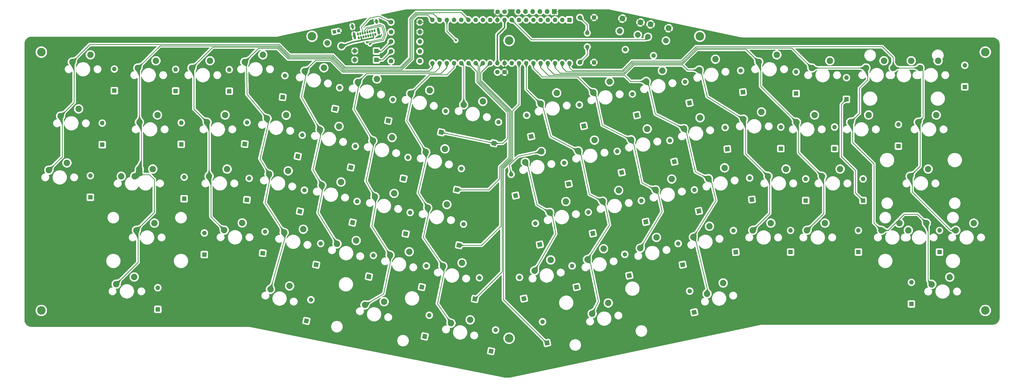
<source format=gbl>
G04 #@! TF.GenerationSoftware,KiCad,Pcbnew,5.1.6-c6e7f7d~87~ubuntu18.04.1*
G04 #@! TF.CreationDate,2020-08-10T19:05:23+02:00*
G04 #@! TF.ProjectId,sesame,73657361-6d65-42e6-9b69-6361645f7063,rev?*
G04 #@! TF.SameCoordinates,Original*
G04 #@! TF.FileFunction,Copper,L2,Bot*
G04 #@! TF.FilePolarity,Positive*
%FSLAX46Y46*%
G04 Gerber Fmt 4.6, Leading zero omitted, Abs format (unit mm)*
G04 Created by KiCad (PCBNEW 5.1.6-c6e7f7d~87~ubuntu18.04.1) date 2020-08-10 19:05:23*
%MOMM*%
%LPD*%
G01*
G04 APERTURE LIST*
G04 #@! TA.AperFunction,ComponentPad*
%ADD10C,3.000000*%
G04 #@! TD*
G04 #@! TA.AperFunction,ComponentPad*
%ADD11C,1.200000*%
G04 #@! TD*
G04 #@! TA.AperFunction,ComponentPad*
%ADD12C,0.350000*%
G04 #@! TD*
G04 #@! TA.AperFunction,ComponentPad*
%ADD13C,2.250000*%
G04 #@! TD*
G04 #@! TA.AperFunction,ComponentPad*
%ADD14O,1.700000X1.700000*%
G04 #@! TD*
G04 #@! TA.AperFunction,ComponentPad*
%ADD15R,1.700000X1.700000*%
G04 #@! TD*
G04 #@! TA.AperFunction,ComponentPad*
%ADD16O,1.600000X1.600000*%
G04 #@! TD*
G04 #@! TA.AperFunction,ComponentPad*
%ADD17R,1.600000X1.600000*%
G04 #@! TD*
G04 #@! TA.AperFunction,ComponentPad*
%ADD18C,1.500000*%
G04 #@! TD*
G04 #@! TA.AperFunction,ComponentPad*
%ADD19C,2.000000*%
G04 #@! TD*
G04 #@! TA.AperFunction,ComponentPad*
%ADD20C,1.600000*%
G04 #@! TD*
G04 #@! TA.AperFunction,ViaPad*
%ADD21C,0.800000*%
G04 #@! TD*
G04 #@! TA.AperFunction,Conductor*
%ADD22C,0.250000*%
G04 #@! TD*
G04 #@! TA.AperFunction,Conductor*
%ADD23C,0.500000*%
G04 #@! TD*
G04 #@! TA.AperFunction,Conductor*
%ADD24C,0.200000*%
G04 #@! TD*
G04 #@! TA.AperFunction,Conductor*
%ADD25C,0.025400*%
G04 #@! TD*
G04 APERTURE END LIST*
D10*
G04 #@! TO.P,REF\u002A\u002A,1*
G04 #@! TO.N,N/C*
X278955500Y-75565000D03*
G04 #@! TD*
D11*
G04 #@! TO.P,C1,2*
G04 #@! TO.N,GND*
X151771721Y-73665632D03*
G04 #@! TA.AperFunction,ComponentPad*
D12*
G04 #@! TO.P,C1,1*
G04 #@! TO.N,+5V*
G36*
X149842358Y-74689136D02*
G01*
X149592864Y-73515358D01*
X150766642Y-73265864D01*
X151016136Y-74439642D01*
X149842358Y-74689136D01*
G37*
G04 #@! TD.AperFunction*
G04 #@! TD*
D13*
G04 #@! TO.P,MX23,2*
G04 #@! TO.N,Net-(D24-Pad2)*
X189214686Y-115256606D03*
G04 #@! TO.P,MX23,1*
G04 #@! TO.N,col6*
X182475353Y-116420862D03*
G04 #@! TD*
D14*
G04 #@! TO.P,AVR1,6*
G04 #@! TO.N,+5V*
X215011000Y-66865500D03*
G04 #@! TO.P,AVR1,5*
G04 #@! TO.N,reset*
X217551000Y-66865500D03*
G04 #@! TO.P,AVR1,4*
G04 #@! TO.N,SCK*
X220091000Y-66865500D03*
G04 #@! TO.P,AVR1,3*
G04 #@! TO.N,MISO*
X222631000Y-66865500D03*
G04 #@! TO.P,AVR1,2*
G04 #@! TO.N,MOSI*
X225171000Y-66865500D03*
D15*
G04 #@! TO.P,AVR1,1*
G04 #@! TO.N,GND*
X227711000Y-66865500D03*
G04 #@! TD*
D10*
G04 #@! TO.P,REF\u002A\u002A,1*
G04 #@! TO.N,N/C*
X142430500Y-75565000D03*
G04 #@! TD*
D13*
G04 #@! TO.P,MX61,2*
G04 #@! TO.N,col13*
X358711500Y-141414500D03*
G04 #@! TO.P,MX61,1*
G04 #@! TO.N,rs*
X352361500Y-143954500D03*
G04 #@! TD*
G04 #@! TO.P,MX59,2*
G04 #@! TO.N,rs*
X349250000Y-141414500D03*
G04 #@! TO.P,MX59,1*
G04 #@! TO.N,col13*
X342900000Y-143954500D03*
G04 #@! TD*
G04 #@! TO.P,MX31,2*
G04 #@! TO.N,Net-(D32-Pad2)*
X362204000Y-103314500D03*
G04 #@! TO.P,MX31,1*
G04 #@! TO.N,col14*
X355854000Y-105854500D03*
G04 #@! TD*
G04 #@! TO.P,MX15,2*
G04 #@! TO.N,bs*
X353377500Y-84201000D03*
G04 #@! TO.P,MX15,1*
G04 #@! TO.N,col14*
X347027500Y-86741000D03*
G04 #@! TD*
G04 #@! TO.P,MX33,2*
G04 #@! TO.N,caps*
X86360000Y-122364500D03*
G04 #@! TO.P,MX33,1*
G04 #@! TO.N,col1*
X80010000Y-124904500D03*
G04 #@! TD*
G04 #@! TO.P,MX18,2*
G04 #@! TO.N,Net-(D19-Pad2)*
X88011000Y-103314500D03*
G04 #@! TO.P,MX18,1*
G04 #@! TO.N,col1*
X81661000Y-105854500D03*
G04 #@! TD*
G04 #@! TO.P,MX69,2*
G04 #@! TO.N,col1*
X81610200Y-122377200D03*
G04 #@! TO.P,MX69,1*
G04 #@! TO.N,caps*
X75260200Y-124917200D03*
G04 #@! TD*
D16*
G04 #@! TO.P,D60,2*
G04 #@! TO.N,rs*
X334772000Y-144018000D03*
D17*
G04 #@! TO.P,D60,1*
G04 #@! TO.N,row3*
X334772000Y-151638000D03*
G04 #@! TD*
D16*
G04 #@! TO.P,U1,40*
G04 #@! TO.N,col14*
X233045000Y-85026500D03*
G04 #@! TO.P,U1,20*
G04 #@! TO.N,col2*
X184785000Y-69786500D03*
G04 #@! TO.P,U1,39*
G04 #@! TO.N,col13*
X230505000Y-85026500D03*
G04 #@! TO.P,U1,19*
G04 #@! TO.N,col1*
X187325000Y-69786500D03*
G04 #@! TO.P,U1,38*
G04 #@! TO.N,col12*
X227965000Y-85026500D03*
G04 #@! TO.P,U1,18*
G04 #@! TO.N,boot*
X189865000Y-69786500D03*
G04 #@! TO.P,U1,37*
G04 #@! TO.N,col11*
X225425000Y-85026500D03*
G04 #@! TO.P,U1,17*
G04 #@! TO.N,D-*
X192405000Y-69786500D03*
G04 #@! TO.P,U1,36*
G04 #@! TO.N,col10*
X222885000Y-85026500D03*
G04 #@! TO.P,U1,16*
G04 #@! TO.N,D+*
X194945000Y-69786500D03*
G04 #@! TO.P,U1,35*
G04 #@! TO.N,col9*
X220345000Y-85026500D03*
G04 #@! TO.P,U1,15*
G04 #@! TO.N,col0*
X197485000Y-69786500D03*
G04 #@! TO.P,U1,34*
G04 #@! TO.N,col8*
X217805000Y-85026500D03*
G04 #@! TO.P,U1,14*
G04 #@! TO.N,Net-(U1-Pad14)*
X200025000Y-69786500D03*
G04 #@! TO.P,U1,33*
G04 #@! TO.N,row4*
X215265000Y-85026500D03*
G04 #@! TO.P,U1,13*
G04 #@! TO.N,Net-(C4-Pad2)*
X202565000Y-69786500D03*
G04 #@! TO.P,U1,32*
G04 #@! TO.N,Net-(U1-Pad32)*
X212725000Y-85026500D03*
G04 #@! TO.P,U1,12*
G04 #@! TO.N,Net-(C5-Pad2)*
X205105000Y-69786500D03*
G04 #@! TO.P,U1,31*
G04 #@! TO.N,GND*
X210185000Y-85026500D03*
G04 #@! TO.P,U1,11*
X207645000Y-69786500D03*
G04 #@! TO.P,U1,30*
G04 #@! TO.N,+5V*
X207645000Y-85026500D03*
G04 #@! TO.P,U1,10*
X210185000Y-69786500D03*
G04 #@! TO.P,U1,29*
G04 #@! TO.N,row3*
X205105000Y-85026500D03*
G04 #@! TO.P,U1,9*
G04 #@! TO.N,reset*
X212725000Y-69786500D03*
G04 #@! TO.P,U1,28*
G04 #@! TO.N,row2*
X202565000Y-85026500D03*
G04 #@! TO.P,U1,8*
G04 #@! TO.N,SCK*
X215265000Y-69786500D03*
G04 #@! TO.P,U1,27*
G04 #@! TO.N,row1*
X200025000Y-85026500D03*
G04 #@! TO.P,U1,7*
G04 #@! TO.N,MISO*
X217805000Y-69786500D03*
G04 #@! TO.P,U1,26*
G04 #@! TO.N,row0*
X197485000Y-85026500D03*
G04 #@! TO.P,U1,6*
G04 #@! TO.N,MOSI*
X220345000Y-69786500D03*
G04 #@! TO.P,U1,25*
G04 #@! TO.N,col7*
X194945000Y-85026500D03*
G04 #@! TO.P,U1,5*
G04 #@! TO.N,Net-(U1-Pad5)*
X222885000Y-69786500D03*
G04 #@! TO.P,U1,24*
G04 #@! TO.N,col6*
X192405000Y-85026500D03*
G04 #@! TO.P,U1,4*
G04 #@! TO.N,Net-(U1-Pad4)*
X225425000Y-69786500D03*
G04 #@! TO.P,U1,23*
G04 #@! TO.N,col5*
X189865000Y-85026500D03*
G04 #@! TO.P,U1,3*
G04 #@! TO.N,Net-(U1-Pad3)*
X227965000Y-69786500D03*
G04 #@! TO.P,U1,22*
G04 #@! TO.N,col4*
X187325000Y-85026500D03*
G04 #@! TO.P,U1,2*
G04 #@! TO.N,Net-(U1-Pad2)*
X230505000Y-69786500D03*
G04 #@! TO.P,U1,21*
G04 #@! TO.N,col3*
X184785000Y-85026500D03*
D17*
G04 #@! TO.P,U1,1*
G04 #@! TO.N,Net-(U1-Pad1)*
X233045000Y-69786500D03*
G04 #@! TD*
D13*
G04 #@! TO.P,MX5,2*
G04 #@! TO.N,Net-(D7-Pad2)*
X146606186Y-86681606D03*
G04 #@! TO.P,MX5,1*
G04 #@! TO.N,col4*
X139866853Y-87845862D03*
G04 #@! TD*
D10*
G04 #@! TO.P,REF\u002A\u002A,1*
G04 #@! TO.N,N/C*
X211836000Y-181991000D03*
G04 #@! TD*
G04 #@! TO.P,REF\u002A\u002A,1*
G04 #@! TO.N,N/C*
X379476000Y-172212000D03*
G04 #@! TD*
G04 #@! TO.P,REF\u002A\u002A,1*
G04 #@! TO.N,N/C*
X379476000Y-81153000D03*
G04 #@! TD*
G04 #@! TO.P,REF\u002A\u002A,1*
G04 #@! TO.N,N/C*
X47117000Y-81153000D03*
G04 #@! TD*
G04 #@! TO.P,REF\u002A\u002A,1*
G04 #@! TO.N,N/C*
X47117000Y-172212000D03*
G04 #@! TD*
G04 #@! TO.P,REF\u002A\u002A,1*
G04 #@! TO.N,N/C*
X211836000Y-77089000D03*
G04 #@! TD*
D18*
G04 #@! TO.P,XTAL1,2*
G04 #@! TO.N,Net-(C4-Pad2)*
X239331500Y-79302000D03*
G04 #@! TO.P,XTAL1,1*
G04 #@! TO.N,Net-(C5-Pad2)*
X239331500Y-74422000D03*
G04 #@! TD*
D13*
G04 #@! TO.P,MX24,2*
G04 #@! TO.N,Net-(D25-Pad2)*
X223170304Y-116168914D03*
G04 #@! TO.P,MX24,1*
G04 #@! TO.N,col7*
X217487162Y-119973649D03*
G04 #@! TD*
G04 #@! TO.P,MX28,2*
G04 #@! TO.N,Net-(D29-Pad2)*
X300672500Y-102235000D03*
G04 #@! TO.P,MX28,1*
G04 #@! TO.N,col11*
X294322500Y-104775000D03*
G04 #@! TD*
G04 #@! TO.P,MX66,2*
G04 #@! TO.N,Net-(D66-Pad2)*
X246728804Y-169572414D03*
G04 #@! TO.P,MX66,1*
G04 #@! TO.N,col8*
X241045662Y-173377149D03*
G04 #@! TD*
G04 #@! TO.P,MX65,2*
G04 #@! TO.N,Net-(D65-Pad2)*
X198104686Y-175518106D03*
G04 #@! TO.P,MX65,1*
G04 #@! TO.N,col6*
X191365353Y-176682362D03*
G04 #@! TD*
G04 #@! TO.P,MX64,2*
G04 #@! TO.N,Net-(D64-Pad2)*
X167815186Y-169104606D03*
G04 #@! TO.P,MX64,1*
G04 #@! TO.N,col5*
X161075853Y-170268862D03*
G04 #@! TD*
G04 #@! TO.P,MX46,2*
G04 #@! TO.N,Net-(D47-Pad2)*
X359346500Y-122364500D03*
G04 #@! TO.P,MX46,1*
G04 #@! TO.N,col14*
X352996500Y-124904500D03*
G04 #@! TD*
G04 #@! TO.P,MX47,2*
G04 #@! TO.N,Net-(D48-Pad2)*
X86931500Y-141414500D03*
G04 #@! TO.P,MX47,1*
G04 #@! TO.N,col1*
X80581500Y-143954500D03*
G04 #@! TD*
G04 #@! TO.P,MX16,2*
G04 #@! TO.N,bs*
X362839000Y-84201000D03*
G04 #@! TO.P,MX16,1*
G04 #@! TO.N,col14*
X356489000Y-86741000D03*
G04 #@! TD*
G04 #@! TO.P,MX45,2*
G04 #@! TO.N,Net-(D46-Pad2)*
X343789000Y-84201000D03*
G04 #@! TO.P,MX45,1*
G04 #@! TO.N,col13*
X337439000Y-86741000D03*
G04 #@! TD*
G04 #@! TO.P,MX68,2*
G04 #@! TO.N,Net-(D68-Pad2)*
X366966500Y-160464500D03*
G04 #@! TO.P,MX68,1*
G04 #@! TO.N,col13*
X360616500Y-163004500D03*
G04 #@! TD*
G04 #@! TO.P,MX67,2*
G04 #@! TO.N,Net-(D67-Pad2)*
X287178304Y-162523914D03*
G04 #@! TO.P,MX67,1*
G04 #@! TO.N,col10*
X281495162Y-166328649D03*
G04 #@! TD*
G04 #@! TO.P,MX63,2*
G04 #@! TO.N,Net-(D63-Pad2)*
X134541186Y-163580106D03*
G04 #@! TO.P,MX63,1*
G04 #@! TO.N,col3*
X127801853Y-164744362D03*
G04 #@! TD*
G04 #@! TO.P,MX62,2*
G04 #@! TO.N,Net-(D62-Pad2)*
X79819500Y-160401000D03*
G04 #@! TO.P,MX62,1*
G04 #@! TO.N,col1*
X73469500Y-162941000D03*
G04 #@! TD*
G04 #@! TO.P,MX60,2*
G04 #@! TO.N,Net-(D61-Pad2)*
X375412000Y-141414500D03*
G04 #@! TO.P,MX60,1*
G04 #@! TO.N,col14*
X369062000Y-143954500D03*
G04 #@! TD*
G04 #@! TO.P,MX58,2*
G04 #@! TO.N,Net-(D59-Pad2)*
X323024500Y-141414500D03*
G04 #@! TO.P,MX58,1*
G04 #@! TO.N,col12*
X316674500Y-143954500D03*
G04 #@! TD*
G04 #@! TO.P,MX57,2*
G04 #@! TO.N,Net-(D58-Pad2)*
X303974500Y-141414500D03*
G04 #@! TO.P,MX57,1*
G04 #@! TO.N,col11*
X297624500Y-143954500D03*
G04 #@! TD*
G04 #@! TO.P,MX56,2*
G04 #@! TO.N,Net-(D57-Pad2)*
X282352304Y-142521414D03*
G04 #@! TO.P,MX56,1*
G04 #@! TO.N,col10*
X276669162Y-146326149D03*
G04 #@! TD*
G04 #@! TO.P,MX55,2*
G04 #@! TO.N,Net-(D56-Pad2)*
X263683304Y-146458414D03*
G04 #@! TO.P,MX55,1*
G04 #@! TO.N,col9*
X258000162Y-150263149D03*
G04 #@! TD*
G04 #@! TO.P,MX54,2*
G04 #@! TO.N,Net-(D55-Pad2)*
X245077804Y-150458914D03*
G04 #@! TO.P,MX54,1*
G04 #@! TO.N,col8*
X239394662Y-154263649D03*
G04 #@! TD*
G04 #@! TO.P,MX53,2*
G04 #@! TO.N,Net-(D54-Pad2)*
X226472304Y-154395914D03*
G04 #@! TO.P,MX53,1*
G04 #@! TO.N,col7*
X220789162Y-158200649D03*
G04 #@! TD*
G04 #@! TO.P,MX52,2*
G04 #@! TO.N,Net-(D53-Pad2)*
X195247186Y-155452106D03*
G04 #@! TO.P,MX52,1*
G04 #@! TO.N,col6*
X188507853Y-156616362D03*
G04 #@! TD*
G04 #@! TO.P,MX51,2*
G04 #@! TO.N,Net-(D52-Pad2)*
X176641686Y-151515106D03*
G04 #@! TO.P,MX51,1*
G04 #@! TO.N,col5*
X169902353Y-152679362D03*
G04 #@! TD*
G04 #@! TO.P,MX50,2*
G04 #@! TO.N,Net-(D51-Pad2)*
X157972686Y-147578106D03*
G04 #@! TO.P,MX50,1*
G04 #@! TO.N,col4*
X151233353Y-148742362D03*
G04 #@! TD*
G04 #@! TO.P,MX49,2*
G04 #@! TO.N,Net-(D50-Pad2)*
X139367186Y-143577606D03*
G04 #@! TO.P,MX49,1*
G04 #@! TO.N,col3*
X132627853Y-144741862D03*
G04 #@! TD*
G04 #@! TO.P,MX48,2*
G04 #@! TO.N,Net-(D49-Pad2)*
X117856000Y-141351000D03*
G04 #@! TO.P,MX48,1*
G04 #@! TO.N,col2*
X111506000Y-143891000D03*
G04 #@! TD*
G04 #@! TO.P,MX44,2*
G04 #@! TO.N,Net-(D45-Pad2)*
X328358500Y-122364500D03*
G04 #@! TO.P,MX44,1*
G04 #@! TO.N,col12*
X322008500Y-124904500D03*
G04 #@! TD*
G04 #@! TO.P,MX43,2*
G04 #@! TO.N,Net-(D44-Pad2)*
X309308500Y-122364500D03*
G04 #@! TO.P,MX43,1*
G04 #@! TO.N,col11*
X302958500Y-124904500D03*
G04 #@! TD*
G04 #@! TO.P,MX42,2*
G04 #@! TO.N,Net-(D43-Pad2)*
X287686304Y-121947414D03*
G04 #@! TO.P,MX42,1*
G04 #@! TO.N,col10*
X282003162Y-125752149D03*
G04 #@! TD*
G04 #@! TO.P,MX41,2*
G04 #@! TO.N,Net-(D42-Pad2)*
X269080804Y-125884414D03*
G04 #@! TO.P,MX41,1*
G04 #@! TO.N,col9*
X263397662Y-129689149D03*
G04 #@! TD*
G04 #@! TO.P,MX40,2*
G04 #@! TO.N,Net-(D41-Pad2)*
X250411804Y-129884914D03*
G04 #@! TO.P,MX40,1*
G04 #@! TO.N,col8*
X244728662Y-133689649D03*
G04 #@! TD*
G04 #@! TO.P,MX39,2*
G04 #@! TO.N,Net-(D40-Pad2)*
X231806304Y-133821914D03*
G04 #@! TO.P,MX39,1*
G04 #@! TO.N,col7*
X226123162Y-137626649D03*
G04 #@! TD*
G04 #@! TO.P,MX38,2*
G04 #@! TO.N,Net-(D39-Pad2)*
X189913186Y-134878106D03*
G04 #@! TO.P,MX38,1*
G04 #@! TO.N,col6*
X183173853Y-136042362D03*
G04 #@! TD*
G04 #@! TO.P,MX37,2*
G04 #@! TO.N,Net-(D38-Pad2)*
X171307686Y-130941106D03*
G04 #@! TO.P,MX37,1*
G04 #@! TO.N,col5*
X164568353Y-132105362D03*
G04 #@! TD*
G04 #@! TO.P,MX36,2*
G04 #@! TO.N,Net-(D37-Pad2)*
X152638686Y-126940606D03*
G04 #@! TO.P,MX36,1*
G04 #@! TO.N,col4*
X145899353Y-128104862D03*
G04 #@! TD*
G04 #@! TO.P,MX35,2*
G04 #@! TO.N,Net-(D36-Pad2)*
X134033186Y-123003606D03*
G04 #@! TO.P,MX35,1*
G04 #@! TO.N,col3*
X127293853Y-124167862D03*
G04 #@! TD*
G04 #@! TO.P,MX34,2*
G04 #@! TO.N,Net-(D35-Pad2)*
X112522000Y-122364500D03*
G04 #@! TO.P,MX34,1*
G04 #@! TO.N,col2*
X106172000Y-124904500D03*
G04 #@! TD*
G04 #@! TO.P,MX32,2*
G04 #@! TO.N,Net-(D33-Pad2)*
X56134000Y-120205500D03*
G04 #@! TO.P,MX32,1*
G04 #@! TO.N,col0*
X49784000Y-122745500D03*
G04 #@! TD*
G04 #@! TO.P,MX30,2*
G04 #@! TO.N,Net-(D31-Pad2)*
X338391500Y-103314500D03*
G04 #@! TO.P,MX30,1*
G04 #@! TO.N,col13*
X332041500Y-105854500D03*
G04 #@! TD*
G04 #@! TO.P,MX29,2*
G04 #@! TO.N,Net-(D30-Pad2)*
X319341500Y-103314500D03*
G04 #@! TO.P,MX29,1*
G04 #@! TO.N,col12*
X312991500Y-105854500D03*
G04 #@! TD*
G04 #@! TO.P,MX27,2*
G04 #@! TO.N,Net-(D28-Pad2)*
X279050304Y-104294414D03*
G04 #@! TO.P,MX27,1*
G04 #@! TO.N,col10*
X273367162Y-108099149D03*
G04 #@! TD*
G04 #@! TO.P,MX26,2*
G04 #@! TO.N,Net-(D27-Pad2)*
X260444804Y-108231414D03*
G04 #@! TO.P,MX26,1*
G04 #@! TO.N,col9*
X254761662Y-112036149D03*
G04 #@! TD*
G04 #@! TO.P,MX25,2*
G04 #@! TO.N,Net-(D26-Pad2)*
X241839304Y-112168414D03*
G04 #@! TO.P,MX25,1*
G04 #@! TO.N,col8*
X236156162Y-115973149D03*
G04 #@! TD*
G04 #@! TO.P,MX22,2*
G04 #@! TO.N,Net-(D23-Pad2)*
X170609186Y-111256106D03*
G04 #@! TO.P,MX22,1*
G04 #@! TO.N,col5*
X163869853Y-112420362D03*
G04 #@! TD*
G04 #@! TO.P,MX21,2*
G04 #@! TO.N,Net-(D22-Pad2)*
X151940186Y-107319106D03*
G04 #@! TO.P,MX21,1*
G04 #@! TO.N,col4*
X145200853Y-108483362D03*
G04 #@! TD*
G04 #@! TO.P,MX20,2*
G04 #@! TO.N,Net-(D21-Pad2)*
X133334686Y-103382106D03*
G04 #@! TO.P,MX20,1*
G04 #@! TO.N,col3*
X126595353Y-104546362D03*
G04 #@! TD*
G04 #@! TO.P,MX19,2*
G04 #@! TO.N,Net-(D20-Pad2)*
X111823500Y-103314500D03*
G04 #@! TO.P,MX19,1*
G04 #@! TO.N,col2*
X105473500Y-105854500D03*
G04 #@! TD*
G04 #@! TO.P,MX17,2*
G04 #@! TO.N,Net-(D18-Pad2)*
X60261500Y-101155500D03*
G04 #@! TO.P,MX17,1*
G04 #@! TO.N,col0*
X53911500Y-103695500D03*
G04 #@! TD*
G04 #@! TO.P,MX14,2*
G04 #@! TO.N,Net-(D16-Pad2)*
X324739000Y-84201000D03*
G04 #@! TO.P,MX14,1*
G04 #@! TO.N,col13*
X318389000Y-86741000D03*
G04 #@! TD*
G04 #@! TO.P,MX13,2*
G04 #@! TO.N,Net-(D15-Pad2)*
X306070000Y-82105500D03*
G04 #@! TO.P,MX13,1*
G04 #@! TO.N,col12*
X299720000Y-84645500D03*
G04 #@! TD*
G04 #@! TO.P,MX12,2*
G04 #@! TO.N,Net-(D14-Pad2)*
X284447804Y-83656914D03*
G04 #@! TO.P,MX12,1*
G04 #@! TO.N,col11*
X278764662Y-87461649D03*
G04 #@! TD*
G04 #@! TO.P,MX11,2*
G04 #@! TO.N,Net-(D13-Pad2)*
X265778804Y-87657414D03*
G04 #@! TO.P,MX11,1*
G04 #@! TO.N,col10*
X260095662Y-91462149D03*
G04 #@! TD*
G04 #@! TO.P,MX10,2*
G04 #@! TO.N,Net-(D12-Pad2)*
X247173304Y-91594414D03*
G04 #@! TO.P,MX10,1*
G04 #@! TO.N,col9*
X241490162Y-95399149D03*
G04 #@! TD*
G04 #@! TO.P,MX9,2*
G04 #@! TO.N,Net-(D11-Pad2)*
X228567804Y-95531414D03*
G04 #@! TO.P,MX9,1*
G04 #@! TO.N,col8*
X222884662Y-99336149D03*
G04 #@! TD*
G04 #@! TO.P,MX8,2*
G04 #@! TO.N,Net-(D10-Pad2)*
X202549686Y-98556106D03*
G04 #@! TO.P,MX8,1*
G04 #@! TO.N,col7*
X195810353Y-99720362D03*
G04 #@! TD*
G04 #@! TO.P,MX7,2*
G04 #@! TO.N,Net-(D9-Pad2)*
X183880686Y-94619106D03*
G04 #@! TO.P,MX7,1*
G04 #@! TO.N,col6*
X177141353Y-95783362D03*
G04 #@! TD*
G04 #@! TO.P,MX6,2*
G04 #@! TO.N,Net-(D8-Pad2)*
X165275186Y-90618606D03*
G04 #@! TO.P,MX6,1*
G04 #@! TO.N,col5*
X158535853Y-91782862D03*
G04 #@! TD*
G04 #@! TO.P,MX4,2*
G04 #@! TO.N,Net-(D6-Pad2)*
X125095000Y-82105500D03*
G04 #@! TO.P,MX4,1*
G04 #@! TO.N,col3*
X118745000Y-84645500D03*
G04 #@! TD*
G04 #@! TO.P,MX3,2*
G04 #@! TO.N,Net-(D5-Pad2)*
X106521250Y-84201000D03*
G04 #@! TO.P,MX3,1*
G04 #@! TO.N,col2*
X100171250Y-86741000D03*
G04 #@! TD*
G04 #@! TO.P,MX2,2*
G04 #@! TO.N,Net-(D4-Pad2)*
X87471250Y-84201000D03*
G04 #@! TO.P,MX2,1*
G04 #@! TO.N,col1*
X81121250Y-86741000D03*
G04 #@! TD*
G04 #@! TO.P,MX1,2*
G04 #@! TO.N,Net-(D3-Pad2)*
X64389000Y-82105500D03*
G04 #@! TO.P,MX1,1*
G04 #@! TO.N,col0*
X58039000Y-84645500D03*
G04 #@! TD*
G04 #@! TO.P,USB1,A5*
G04 #@! TO.N,Net-(R4-Pad1)*
G04 #@! TA.AperFunction,ComponentPad*
G36*
G01*
X163324913Y-74995366D02*
X163397683Y-75337718D01*
G75*
G02*
X163147356Y-75723187I-317898J-67571D01*
G01*
X163147356Y-75723187D01*
G75*
G02*
X162761887Y-75472860I-67571J317898D01*
G01*
X162689117Y-75130508D01*
G75*
G02*
X162939444Y-74745039I317898J67571D01*
G01*
X162939444Y-74745039D01*
G75*
G02*
X163324913Y-74995366I67571J-317898D01*
G01*
G37*
G04 #@! TD.AperFunction*
G04 #@! TO.P,USB1,A1*
G04 #@! TO.N,GND*
G04 #@! TA.AperFunction,ComponentPad*
G36*
G01*
X164987763Y-74641916D02*
X165060533Y-74984268D01*
G75*
G02*
X164810206Y-75369737I-317898J-67571D01*
G01*
X164810206Y-75369737D01*
G75*
G02*
X164424737Y-75119410I-67571J317898D01*
G01*
X164351967Y-74777058D01*
G75*
G02*
X164602294Y-74391589I317898J67571D01*
G01*
X164602294Y-74391589D01*
G75*
G02*
X164987763Y-74641916I67571J-317898D01*
G01*
G37*
G04 #@! TD.AperFunction*
G04 #@! TO.P,USB1,A4*
G04 #@! TO.N,VCC*
G04 #@! TA.AperFunction,ComponentPad*
G36*
G01*
X164156338Y-74818641D02*
X164229108Y-75160993D01*
G75*
G02*
X163978781Y-75546462I-317898J-67571D01*
G01*
X163978781Y-75546462D01*
G75*
G02*
X163593312Y-75296135I-67571J317898D01*
G01*
X163520542Y-74953783D01*
G75*
G02*
X163770869Y-74568314I317898J67571D01*
G01*
X163770869Y-74568314D01*
G75*
G02*
X164156338Y-74818641I67571J-317898D01*
G01*
G37*
G04 #@! TD.AperFunction*
G04 #@! TO.P,USB1,A6*
G04 #@! TO.N,Net-(D2-Pad1)*
G04 #@! TA.AperFunction,ComponentPad*
G36*
G01*
X162493487Y-75172091D02*
X162566257Y-75514443D01*
G75*
G02*
X162315930Y-75899912I-317898J-67571D01*
G01*
X162315930Y-75899912D01*
G75*
G02*
X161930461Y-75649585I-67571J317898D01*
G01*
X161857691Y-75307233D01*
G75*
G02*
X162108018Y-74921764I317898J67571D01*
G01*
X162108018Y-74921764D01*
G75*
G02*
X162493487Y-75172091I67571J-317898D01*
G01*
G37*
G04 #@! TD.AperFunction*
G04 #@! TO.P,USB1,A7*
G04 #@! TO.N,Net-(D1-Pad1)*
G04 #@! TA.AperFunction,ComponentPad*
G36*
G01*
X161662062Y-75348816D02*
X161734832Y-75691168D01*
G75*
G02*
X161484505Y-76076637I-317898J-67571D01*
G01*
X161484505Y-76076637D01*
G75*
G02*
X161099036Y-75826310I-67571J317898D01*
G01*
X161026266Y-75483958D01*
G75*
G02*
X161276593Y-75098489I317898J67571D01*
G01*
X161276593Y-75098489D01*
G75*
G02*
X161662062Y-75348816I67571J-317898D01*
G01*
G37*
G04 #@! TD.AperFunction*
G04 #@! TO.P,USB1,A8*
G04 #@! TO.N,Net-(USB1-PadA8)*
G04 #@! TA.AperFunction,ComponentPad*
G36*
G01*
X160830636Y-75525541D02*
X160903406Y-75867893D01*
G75*
G02*
X160653079Y-76253362I-317898J-67571D01*
G01*
X160653079Y-76253362D01*
G75*
G02*
X160267610Y-76003035I-67571J317898D01*
G01*
X160194840Y-75660683D01*
G75*
G02*
X160445167Y-75275214I317898J67571D01*
G01*
X160445167Y-75275214D01*
G75*
G02*
X160830636Y-75525541I67571J-317898D01*
G01*
G37*
G04 #@! TD.AperFunction*
G04 #@! TO.P,USB1,A9*
G04 #@! TO.N,VCC*
G04 #@! TA.AperFunction,ComponentPad*
G36*
G01*
X159999211Y-75702266D02*
X160071981Y-76044618D01*
G75*
G02*
X159821654Y-76430087I-317898J-67571D01*
G01*
X159821654Y-76430087D01*
G75*
G02*
X159436185Y-76179760I-67571J317898D01*
G01*
X159363415Y-75837408D01*
G75*
G02*
X159613742Y-75451939I317898J67571D01*
G01*
X159613742Y-75451939D01*
G75*
G02*
X159999211Y-75702266I67571J-317898D01*
G01*
G37*
G04 #@! TD.AperFunction*
G04 #@! TO.P,USB1,A12*
G04 #@! TO.N,GND*
G04 #@! TA.AperFunction,ComponentPad*
G36*
G01*
X159167785Y-75878991D02*
X159240555Y-76221343D01*
G75*
G02*
X158990228Y-76606812I-317898J-67571D01*
G01*
X158990228Y-76606812D01*
G75*
G02*
X158604759Y-76356485I-67571J317898D01*
G01*
X158531989Y-76014133D01*
G75*
G02*
X158782316Y-75628664I317898J67571D01*
G01*
X158782316Y-75628664D01*
G75*
G02*
X159167785Y-75878991I67571J-317898D01*
G01*
G37*
G04 #@! TD.AperFunction*
G04 #@! TO.P,USB1,B12*
G04 #@! TA.AperFunction,ComponentPad*
G36*
G01*
X164712280Y-73345871D02*
X164785050Y-73688223D01*
G75*
G02*
X164534723Y-74073692I-317898J-67571D01*
G01*
X164534723Y-74073692D01*
G75*
G02*
X164149254Y-73823365I-67571J317898D01*
G01*
X164076484Y-73481013D01*
G75*
G02*
X164326811Y-73095544I317898J67571D01*
G01*
X164326811Y-73095544D01*
G75*
G02*
X164712280Y-73345871I67571J-317898D01*
G01*
G37*
G04 #@! TD.AperFunction*
G04 #@! TO.P,USB1,B9*
G04 #@! TO.N,VCC*
G04 #@! TA.AperFunction,ComponentPad*
G36*
G01*
X163875964Y-73523635D02*
X163948734Y-73865987D01*
G75*
G02*
X163698407Y-74251456I-317898J-67571D01*
G01*
X163698407Y-74251456D01*
G75*
G02*
X163312938Y-74001129I-67571J317898D01*
G01*
X163240168Y-73658777D01*
G75*
G02*
X163490495Y-73273308I317898J67571D01*
G01*
X163490495Y-73273308D01*
G75*
G02*
X163875964Y-73523635I67571J-317898D01*
G01*
G37*
G04 #@! TD.AperFunction*
G04 #@! TO.P,USB1,B8*
G04 #@! TO.N,Net-(USB1-PadB8)*
G04 #@! TA.AperFunction,ComponentPad*
G36*
G01*
X163044539Y-73700360D02*
X163117309Y-74042712D01*
G75*
G02*
X162866982Y-74428181I-317898J-67571D01*
G01*
X162866982Y-74428181D01*
G75*
G02*
X162481513Y-74177854I-67571J317898D01*
G01*
X162408743Y-73835502D01*
G75*
G02*
X162659070Y-73450033I317898J67571D01*
G01*
X162659070Y-73450033D01*
G75*
G02*
X163044539Y-73700360I67571J-317898D01*
G01*
G37*
G04 #@! TD.AperFunction*
G04 #@! TO.P,USB1,B7*
G04 #@! TO.N,Net-(D1-Pad1)*
G04 #@! TA.AperFunction,ComponentPad*
G36*
G01*
X162213113Y-73877085D02*
X162285883Y-74219437D01*
G75*
G02*
X162035556Y-74604906I-317898J-67571D01*
G01*
X162035556Y-74604906D01*
G75*
G02*
X161650087Y-74354579I-67571J317898D01*
G01*
X161577317Y-74012227D01*
G75*
G02*
X161827644Y-73626758I317898J67571D01*
G01*
X161827644Y-73626758D01*
G75*
G02*
X162213113Y-73877085I67571J-317898D01*
G01*
G37*
G04 #@! TD.AperFunction*
G04 #@! TO.P,USB1,B6*
G04 #@! TO.N,Net-(D2-Pad1)*
G04 #@! TA.AperFunction,ComponentPad*
G36*
G01*
X161381688Y-74053810D02*
X161454458Y-74396162D01*
G75*
G02*
X161204131Y-74781631I-317898J-67571D01*
G01*
X161204131Y-74781631D01*
G75*
G02*
X160818662Y-74531304I-67571J317898D01*
G01*
X160745892Y-74188952D01*
G75*
G02*
X160996219Y-73803483I317898J67571D01*
G01*
X160996219Y-73803483D01*
G75*
G02*
X161381688Y-74053810I67571J-317898D01*
G01*
G37*
G04 #@! TD.AperFunction*
G04 #@! TO.P,USB1,B5*
G04 #@! TO.N,Net-(R5-Pad1)*
G04 #@! TA.AperFunction,ComponentPad*
G36*
G01*
X160550262Y-74230535D02*
X160623032Y-74572887D01*
G75*
G02*
X160372705Y-74958356I-317898J-67571D01*
G01*
X160372705Y-74958356D01*
G75*
G02*
X159987236Y-74708029I-67571J317898D01*
G01*
X159914466Y-74365677D01*
G75*
G02*
X160164793Y-73980208I317898J67571D01*
G01*
X160164793Y-73980208D01*
G75*
G02*
X160550262Y-74230535I67571J-317898D01*
G01*
G37*
G04 #@! TD.AperFunction*
G04 #@! TO.P,USB1,B4*
G04 #@! TO.N,VCC*
G04 #@! TA.AperFunction,ComponentPad*
G36*
G01*
X159718837Y-74407260D02*
X159791607Y-74749612D01*
G75*
G02*
X159541280Y-75135081I-317898J-67571D01*
G01*
X159541280Y-75135081D01*
G75*
G02*
X159155811Y-74884754I-67571J317898D01*
G01*
X159083041Y-74542402D01*
G75*
G02*
X159333368Y-74156933I317898J67571D01*
G01*
X159333368Y-74156933D01*
G75*
G02*
X159718837Y-74407260I67571J-317898D01*
G01*
G37*
G04 #@! TD.AperFunction*
G04 #@! TO.P,USB1,B1*
G04 #@! TO.N,GND*
G04 #@! TA.AperFunction,ComponentPad*
G36*
G01*
X158887411Y-74583985D02*
X158960181Y-74926337D01*
G75*
G02*
X158709854Y-75311806I-317898J-67571D01*
G01*
X158709854Y-75311806D01*
G75*
G02*
X158324385Y-75061479I-67571J317898D01*
G01*
X158251615Y-74719127D01*
G75*
G02*
X158501942Y-74333658I317898J67571D01*
G01*
X158501942Y-74333658D01*
G75*
G02*
X158887411Y-74583985I67571J-317898D01*
G01*
G37*
G04 #@! TD.AperFunction*
G04 #@! TO.P,USB1,S1*
G04 #@! TA.AperFunction,ComponentPad*
G36*
G01*
X166107229Y-72814227D02*
X166419096Y-74281449D01*
G75*
G02*
X166072490Y-74815175I-440166J-93560D01*
G01*
X166072490Y-74815175D01*
G75*
G02*
X165538764Y-74468569I-93560J440166D01*
G01*
X165226896Y-73001347D01*
G75*
G02*
X165573502Y-72467621I440166J93560D01*
G01*
X165573502Y-72467621D01*
G75*
G02*
X166107228Y-72814227I93560J-440166D01*
G01*
G37*
G04 #@! TD.AperFunction*
G04 #@! TA.AperFunction,ComponentPad*
G36*
G01*
X157646252Y-74612663D02*
X157958119Y-76079885D01*
G75*
G02*
X157611513Y-76613611I-440166J-93560D01*
G01*
X157611513Y-76613611D01*
G75*
G02*
X157077787Y-76267005I-93560J440166D01*
G01*
X156765919Y-74799783D01*
G75*
G02*
X157112525Y-74266057I440166J93560D01*
G01*
X157112525Y-74266057D01*
G75*
G02*
X157646251Y-74612663I93560J-440166D01*
G01*
G37*
G04 #@! TD.AperFunction*
G04 #@! TA.AperFunction,ComponentPad*
G36*
G01*
X165477257Y-69850440D02*
X165643586Y-70632958D01*
G75*
G02*
X165296980Y-71166684I-440166J-93560D01*
G01*
X165296980Y-71166684D01*
G75*
G02*
X164763254Y-70820078I-93560J440166D01*
G01*
X164596924Y-70037560D01*
G75*
G02*
X164943530Y-69503834I440166J93560D01*
G01*
X164943530Y-69503834D01*
G75*
G02*
X165477256Y-69850440I93560J-440166D01*
G01*
G37*
G04 #@! TD.AperFunction*
G04 #@! TA.AperFunction,ComponentPad*
G36*
G01*
X157016280Y-71648876D02*
X157182609Y-72431394D01*
G75*
G02*
X156836003Y-72965120I-440166J-93560D01*
G01*
X156836003Y-72965120D01*
G75*
G02*
X156302277Y-72618514I-93560J440166D01*
G01*
X156135947Y-71835996D01*
G75*
G02*
X156482553Y-71302270I440166J93560D01*
G01*
X156482553Y-71302270D01*
G75*
G02*
X157016279Y-71648876I93560J-440166D01*
G01*
G37*
G04 #@! TD.AperFunction*
G04 #@! TD*
D19*
G04 #@! TO.P,Reset1,1*
G04 #@! TO.N,GND*
X267977959Y-72725426D03*
G04 #@! TO.P,Reset1,2*
G04 #@! TO.N,reset*
X267042357Y-77127090D03*
G04 #@! TO.P,Reset1,1*
G04 #@! TO.N,GND*
X261620000Y-71374000D03*
G04 #@! TO.P,Reset1,2*
G04 #@! TO.N,reset*
X260684397Y-75775664D03*
G04 #@! TD*
G04 #@! TO.P,R6,2*
G04 #@! TO.N,reset*
G04 #@! TA.AperFunction,ComponentPad*
G36*
G01*
X261885462Y-82210054D02*
X261885462Y-82210054D01*
G75*
G02*
X262834309Y-81593865I782518J-166329D01*
G01*
X262834309Y-81593865D01*
G75*
G02*
X263450498Y-82542712I-166329J-782518D01*
G01*
X263450498Y-82542712D01*
G75*
G02*
X262501651Y-83158901I-782518J166329D01*
G01*
X262501651Y-83158901D01*
G75*
G02*
X261885462Y-82210054I166329J782518D01*
G01*
G37*
G04 #@! TD.AperFunction*
D20*
G04 #@! TO.P,R6,1*
G04 #@! TO.N,+5V*
X252730000Y-80264000D03*
G04 #@! TD*
D16*
G04 #@! TO.P,R5,2*
G04 #@! TO.N,GND*
X180403500Y-70612000D03*
D20*
G04 #@! TO.P,R5,1*
G04 #@! TO.N,Net-(R5-Pad1)*
X170243500Y-70612000D03*
G04 #@! TD*
D16*
G04 #@! TO.P,R4,2*
G04 #@! TO.N,GND*
X180403500Y-74041000D03*
D20*
G04 #@! TO.P,R4,1*
G04 #@! TO.N,Net-(R4-Pad1)*
X170243500Y-74041000D03*
G04 #@! TD*
D16*
G04 #@! TO.P,R3,2*
G04 #@! TO.N,D+*
X180403500Y-80899000D03*
D20*
G04 #@! TO.P,R3,1*
G04 #@! TO.N,Net-(D2-Pad1)*
X170243500Y-80899000D03*
G04 #@! TD*
D16*
G04 #@! TO.P,R2,2*
G04 #@! TO.N,D-*
X180403500Y-77470000D03*
D20*
G04 #@! TO.P,R2,1*
G04 #@! TO.N,Net-(D1-Pad1)*
X170243500Y-77470000D03*
G04 #@! TD*
D16*
G04 #@! TO.P,R1,2*
G04 #@! TO.N,Net-(D1-Pad1)*
X180403500Y-84328000D03*
D20*
G04 #@! TO.P,R1,1*
G04 #@! TO.N,+5V*
X170243500Y-84328000D03*
G04 #@! TD*
D19*
G04 #@! TO.P,F1,2*
G04 #@! TO.N,VCC*
X152794911Y-79043973D03*
G04 #@! TO.P,F1,1*
G04 #@! TO.N,+5V*
X147828000Y-77978000D03*
G04 #@! TD*
D16*
G04 #@! TO.P,D68,2*
G04 #@! TO.N,Net-(D68-Pad2)*
X353441000Y-162306000D03*
D17*
G04 #@! TO.P,D68,1*
G04 #@! TO.N,row4*
X353441000Y-169926000D03*
G04 #@! TD*
G04 #@! TO.P,D67,2*
G04 #@! TO.N,Net-(D67-Pad2)*
G04 #@! TA.AperFunction,ComponentPad*
G36*
G01*
X275569042Y-166176033D02*
X275569042Y-166176033D01*
G75*
G02*
X274620195Y-165559844I-166329J782518D01*
G01*
X274620195Y-165559844D01*
G75*
G02*
X275236384Y-164610997I782518J166329D01*
G01*
X275236384Y-164610997D01*
G75*
G02*
X276185231Y-165227186I166329J-782518D01*
G01*
X276185231Y-165227186D01*
G75*
G02*
X275569042Y-166176033I-782518J-166329D01*
G01*
G37*
G04 #@! TD.AperFunction*
G04 #@! TA.AperFunction,ComponentPad*
D12*
G04 #@! TO.P,D67,1*
G04 #@! TO.N,row4*
G36*
X277935847Y-173463189D02*
G01*
X276370811Y-173795847D01*
X276038153Y-172230811D01*
X277603189Y-171898153D01*
X277935847Y-173463189D01*
G37*
G04 #@! TD.AperFunction*
G04 #@! TD*
G04 #@! TO.P,D66,2*
G04 #@! TO.N,Net-(D66-Pad2)*
G04 #@! TA.AperFunction,ComponentPad*
G36*
G01*
X223753042Y-176971033D02*
X223753042Y-176971033D01*
G75*
G02*
X222804195Y-176354844I-166329J782518D01*
G01*
X222804195Y-176354844D01*
G75*
G02*
X223420384Y-175405997I782518J166329D01*
G01*
X223420384Y-175405997D01*
G75*
G02*
X224369231Y-176022186I166329J-782518D01*
G01*
X224369231Y-176022186D01*
G75*
G02*
X223753042Y-176971033I-782518J-166329D01*
G01*
G37*
G04 #@! TD.AperFunction*
G04 #@! TA.AperFunction,ComponentPad*
G04 #@! TO.P,D66,1*
G04 #@! TO.N,row4*
G36*
X226119847Y-184258189D02*
G01*
X224554811Y-184590847D01*
X224222153Y-183025811D01*
X225787189Y-182693153D01*
X226119847Y-184258189D01*
G37*
G04 #@! TD.AperFunction*
G04 #@! TD*
G04 #@! TO.P,D65,2*
G04 #@! TO.N,Net-(D65-Pad2)*
G04 #@! TA.AperFunction,ComponentPad*
G36*
G01*
X206903958Y-179892033D02*
X206903958Y-179892033D01*
G75*
G02*
X206287769Y-178943186I166329J782518D01*
G01*
X206287769Y-178943186D01*
G75*
G02*
X207236616Y-178326997I782518J-166329D01*
G01*
X207236616Y-178326997D01*
G75*
G02*
X207852805Y-179275844I-166329J-782518D01*
G01*
X207852805Y-179275844D01*
G75*
G02*
X206903958Y-179892033I-782518J166329D01*
G01*
G37*
G04 #@! TD.AperFunction*
G04 #@! TA.AperFunction,ComponentPad*
G04 #@! TO.P,D65,1*
G04 #@! TO.N,row4*
G36*
X206102189Y-187511847D02*
G01*
X204537153Y-187179189D01*
X204869811Y-185614153D01*
X206434847Y-185946811D01*
X206102189Y-187511847D01*
G37*
G04 #@! TD.AperFunction*
G04 #@! TD*
G04 #@! TO.P,D64,2*
G04 #@! TO.N,Net-(D64-Pad2)*
G04 #@! TA.AperFunction,ComponentPad*
G36*
G01*
X183535958Y-174685033D02*
X183535958Y-174685033D01*
G75*
G02*
X182919769Y-173736186I166329J782518D01*
G01*
X182919769Y-173736186D01*
G75*
G02*
X183868616Y-173119997I782518J-166329D01*
G01*
X183868616Y-173119997D01*
G75*
G02*
X184484805Y-174068844I-166329J-782518D01*
G01*
X184484805Y-174068844D01*
G75*
G02*
X183535958Y-174685033I-782518J166329D01*
G01*
G37*
G04 #@! TD.AperFunction*
G04 #@! TA.AperFunction,ComponentPad*
G04 #@! TO.P,D64,1*
G04 #@! TO.N,row4*
G36*
X182734189Y-182304847D02*
G01*
X181169153Y-181972189D01*
X181501811Y-180407153D01*
X183066847Y-180739811D01*
X182734189Y-182304847D01*
G37*
G04 #@! TD.AperFunction*
G04 #@! TD*
G04 #@! TO.P,D63,2*
G04 #@! TO.N,Net-(D63-Pad2)*
G04 #@! TA.AperFunction,ComponentPad*
G36*
G01*
X141879958Y-169224033D02*
X141879958Y-169224033D01*
G75*
G02*
X141263769Y-168275186I166329J782518D01*
G01*
X141263769Y-168275186D01*
G75*
G02*
X142212616Y-167658997I782518J-166329D01*
G01*
X142212616Y-167658997D01*
G75*
G02*
X142828805Y-168607844I-166329J-782518D01*
G01*
X142828805Y-168607844D01*
G75*
G02*
X141879958Y-169224033I-782518J166329D01*
G01*
G37*
G04 #@! TD.AperFunction*
G04 #@! TA.AperFunction,ComponentPad*
G04 #@! TO.P,D63,1*
G04 #@! TO.N,row4*
G36*
X141078189Y-176843847D02*
G01*
X139513153Y-176511189D01*
X139845811Y-174946153D01*
X141410847Y-175278811D01*
X141078189Y-176843847D01*
G37*
G04 #@! TD.AperFunction*
G04 #@! TD*
D16*
G04 #@! TO.P,D62,2*
G04 #@! TO.N,Net-(D62-Pad2)*
X88138000Y-164211000D03*
D17*
G04 #@! TO.P,D62,1*
G04 #@! TO.N,row4*
X88138000Y-171831000D03*
G04 #@! TD*
D16*
G04 #@! TO.P,D61,2*
G04 #@! TO.N,Net-(D61-Pad2)*
X363347000Y-144018000D03*
D17*
G04 #@! TO.P,D61,1*
G04 #@! TO.N,row3*
X363347000Y-151638000D03*
G04 #@! TD*
D16*
G04 #@! TO.P,D59,2*
G04 #@! TO.N,Net-(D59-Pad2)*
X310896000Y-144018000D03*
D17*
G04 #@! TO.P,D59,1*
G04 #@! TO.N,row3*
X310896000Y-151638000D03*
G04 #@! TD*
G04 #@! TO.P,D58,2*
G04 #@! TO.N,Net-(D58-Pad2)*
G04 #@! TA.AperFunction,ComponentPad*
G36*
G01*
X290879116Y-144855361D02*
X290879116Y-144855361D01*
G75*
G02*
X289999875Y-144143366I-83623J795618D01*
G01*
X289999875Y-144143366D01*
G75*
G02*
X290711870Y-143264125I795618J83623D01*
G01*
X290711870Y-143264125D01*
G75*
G02*
X291591111Y-143976120I83623J-795618D01*
G01*
X291591111Y-143976120D01*
G75*
G02*
X290879116Y-144855361I-795618J-83623D01*
G01*
G37*
G04 #@! TD.AperFunction*
G04 #@! TA.AperFunction,ComponentPad*
D12*
G04 #@! TO.P,D58,1*
G04 #@! TO.N,row3*
G36*
X292471240Y-152349995D02*
G01*
X290880005Y-152517240D01*
X290712760Y-150926005D01*
X292303995Y-150758760D01*
X292471240Y-152349995D01*
G37*
G04 #@! TD.AperFunction*
G04 #@! TD*
G04 #@! TO.P,D57,2*
G04 #@! TO.N,Net-(D57-Pad2)*
G04 #@! TA.AperFunction,ComponentPad*
G36*
G01*
X271505042Y-149412033D02*
X271505042Y-149412033D01*
G75*
G02*
X270556195Y-148795844I-166329J782518D01*
G01*
X270556195Y-148795844D01*
G75*
G02*
X271172384Y-147846997I782518J166329D01*
G01*
X271172384Y-147846997D01*
G75*
G02*
X272121231Y-148463186I166329J-782518D01*
G01*
X272121231Y-148463186D01*
G75*
G02*
X271505042Y-149412033I-782518J-166329D01*
G01*
G37*
G04 #@! TD.AperFunction*
G04 #@! TA.AperFunction,ComponentPad*
G04 #@! TO.P,D57,1*
G04 #@! TO.N,row3*
G36*
X273871847Y-156699189D02*
G01*
X272306811Y-157031847D01*
X271974153Y-155466811D01*
X273539189Y-155134153D01*
X273871847Y-156699189D01*
G37*
G04 #@! TD.AperFunction*
G04 #@! TD*
G04 #@! TO.P,D56,2*
G04 #@! TO.N,Net-(D56-Pad2)*
G04 #@! TA.AperFunction,ComponentPad*
G36*
G01*
X252709042Y-153222033D02*
X252709042Y-153222033D01*
G75*
G02*
X251760195Y-152605844I-166329J782518D01*
G01*
X251760195Y-152605844D01*
G75*
G02*
X252376384Y-151656997I782518J166329D01*
G01*
X252376384Y-151656997D01*
G75*
G02*
X253325231Y-152273186I166329J-782518D01*
G01*
X253325231Y-152273186D01*
G75*
G02*
X252709042Y-153222033I-782518J-166329D01*
G01*
G37*
G04 #@! TD.AperFunction*
G04 #@! TA.AperFunction,ComponentPad*
G04 #@! TO.P,D56,1*
G04 #@! TO.N,row3*
G36*
X255075847Y-160509189D02*
G01*
X253510811Y-160841847D01*
X253178153Y-159276811D01*
X254743189Y-158944153D01*
X255075847Y-160509189D01*
G37*
G04 #@! TD.AperFunction*
G04 #@! TD*
G04 #@! TO.P,D55,2*
G04 #@! TO.N,Net-(D55-Pad2)*
G04 #@! TA.AperFunction,ComponentPad*
G36*
G01*
X234167042Y-157286033D02*
X234167042Y-157286033D01*
G75*
G02*
X233218195Y-156669844I-166329J782518D01*
G01*
X233218195Y-156669844D01*
G75*
G02*
X233834384Y-155720997I782518J166329D01*
G01*
X233834384Y-155720997D01*
G75*
G02*
X234783231Y-156337186I166329J-782518D01*
G01*
X234783231Y-156337186D01*
G75*
G02*
X234167042Y-157286033I-782518J-166329D01*
G01*
G37*
G04 #@! TD.AperFunction*
G04 #@! TA.AperFunction,ComponentPad*
G04 #@! TO.P,D55,1*
G04 #@! TO.N,row3*
G36*
X236533847Y-164573189D02*
G01*
X234968811Y-164905847D01*
X234636153Y-163340811D01*
X236201189Y-163008153D01*
X236533847Y-164573189D01*
G37*
G04 #@! TD.AperFunction*
G04 #@! TD*
G04 #@! TO.P,D54,2*
G04 #@! TO.N,Net-(D54-Pad2)*
G04 #@! TA.AperFunction,ComponentPad*
G36*
G01*
X215625042Y-161350033D02*
X215625042Y-161350033D01*
G75*
G02*
X214676195Y-160733844I-166329J782518D01*
G01*
X214676195Y-160733844D01*
G75*
G02*
X215292384Y-159784997I782518J166329D01*
G01*
X215292384Y-159784997D01*
G75*
G02*
X216241231Y-160401186I166329J-782518D01*
G01*
X216241231Y-160401186D01*
G75*
G02*
X215625042Y-161350033I-782518J-166329D01*
G01*
G37*
G04 #@! TD.AperFunction*
G04 #@! TA.AperFunction,ComponentPad*
G04 #@! TO.P,D54,1*
G04 #@! TO.N,row3*
G36*
X217991847Y-168637189D02*
G01*
X216426811Y-168969847D01*
X216094153Y-167404811D01*
X217659189Y-167072153D01*
X217991847Y-168637189D01*
G37*
G04 #@! TD.AperFunction*
G04 #@! TD*
G04 #@! TO.P,D53,2*
G04 #@! TO.N,Net-(D53-Pad2)*
G04 #@! TA.AperFunction,ComponentPad*
G36*
G01*
X201188958Y-161477033D02*
X201188958Y-161477033D01*
G75*
G02*
X200572769Y-160528186I166329J782518D01*
G01*
X200572769Y-160528186D01*
G75*
G02*
X201521616Y-159911997I782518J-166329D01*
G01*
X201521616Y-159911997D01*
G75*
G02*
X202137805Y-160860844I-166329J-782518D01*
G01*
X202137805Y-160860844D01*
G75*
G02*
X201188958Y-161477033I-782518J166329D01*
G01*
G37*
G04 #@! TD.AperFunction*
G04 #@! TA.AperFunction,ComponentPad*
G04 #@! TO.P,D53,1*
G04 #@! TO.N,row3*
G36*
X200387189Y-169096847D02*
G01*
X198822153Y-168764189D01*
X199154811Y-167199153D01*
X200719847Y-167531811D01*
X200387189Y-169096847D01*
G37*
G04 #@! TD.AperFunction*
G04 #@! TD*
G04 #@! TO.P,D52,2*
G04 #@! TO.N,Net-(D52-Pad2)*
G04 #@! TA.AperFunction,ComponentPad*
G36*
G01*
X182519958Y-157286033D02*
X182519958Y-157286033D01*
G75*
G02*
X181903769Y-156337186I166329J782518D01*
G01*
X181903769Y-156337186D01*
G75*
G02*
X182852616Y-155720997I782518J-166329D01*
G01*
X182852616Y-155720997D01*
G75*
G02*
X183468805Y-156669844I-166329J-782518D01*
G01*
X183468805Y-156669844D01*
G75*
G02*
X182519958Y-157286033I-782518J166329D01*
G01*
G37*
G04 #@! TD.AperFunction*
G04 #@! TA.AperFunction,ComponentPad*
G04 #@! TO.P,D52,1*
G04 #@! TO.N,row3*
G36*
X181718189Y-164905847D02*
G01*
X180153153Y-164573189D01*
X180485811Y-163008153D01*
X182050847Y-163340811D01*
X181718189Y-164905847D01*
G37*
G04 #@! TD.AperFunction*
G04 #@! TD*
G04 #@! TO.P,D51,2*
G04 #@! TO.N,Net-(D51-Pad2)*
G04 #@! TA.AperFunction,ComponentPad*
G36*
G01*
X163850958Y-153603033D02*
X163850958Y-153603033D01*
G75*
G02*
X163234769Y-152654186I166329J782518D01*
G01*
X163234769Y-152654186D01*
G75*
G02*
X164183616Y-152037997I782518J-166329D01*
G01*
X164183616Y-152037997D01*
G75*
G02*
X164799805Y-152986844I-166329J-782518D01*
G01*
X164799805Y-152986844D01*
G75*
G02*
X163850958Y-153603033I-782518J166329D01*
G01*
G37*
G04 #@! TD.AperFunction*
G04 #@! TA.AperFunction,ComponentPad*
G04 #@! TO.P,D51,1*
G04 #@! TO.N,row3*
G36*
X163049189Y-161222847D02*
G01*
X161484153Y-160890189D01*
X161816811Y-159325153D01*
X163381847Y-159657811D01*
X163049189Y-161222847D01*
G37*
G04 #@! TD.AperFunction*
G04 #@! TD*
G04 #@! TO.P,D50,2*
G04 #@! TO.N,Net-(D50-Pad2)*
G04 #@! TA.AperFunction,ComponentPad*
G36*
G01*
X145308958Y-149412033D02*
X145308958Y-149412033D01*
G75*
G02*
X144692769Y-148463186I166329J782518D01*
G01*
X144692769Y-148463186D01*
G75*
G02*
X145641616Y-147846997I782518J-166329D01*
G01*
X145641616Y-147846997D01*
G75*
G02*
X146257805Y-148795844I-166329J-782518D01*
G01*
X146257805Y-148795844D01*
G75*
G02*
X145308958Y-149412033I-782518J166329D01*
G01*
G37*
G04 #@! TD.AperFunction*
G04 #@! TA.AperFunction,ComponentPad*
G04 #@! TO.P,D50,1*
G04 #@! TO.N,row3*
G36*
X144507189Y-157031847D02*
G01*
X142942153Y-156699189D01*
X143274811Y-155134153D01*
X144839847Y-155466811D01*
X144507189Y-157031847D01*
G37*
G04 #@! TD.AperFunction*
G04 #@! TD*
G04 #@! TO.P,D49,2*
G04 #@! TO.N,Net-(D49-Pad2)*
G04 #@! TA.AperFunction,ComponentPad*
G36*
G01*
X125807884Y-145236361D02*
X125807884Y-145236361D01*
G75*
G02*
X125095889Y-144357120I83623J795618D01*
G01*
X125095889Y-144357120D01*
G75*
G02*
X125975130Y-143645125I795618J-83623D01*
G01*
X125975130Y-143645125D01*
G75*
G02*
X126687125Y-144524366I-83623J-795618D01*
G01*
X126687125Y-144524366D01*
G75*
G02*
X125807884Y-145236361I-795618J83623D01*
G01*
G37*
G04 #@! TD.AperFunction*
G04 #@! TA.AperFunction,ComponentPad*
G04 #@! TO.P,D49,1*
G04 #@! TO.N,row3*
G36*
X125806995Y-152898240D02*
G01*
X124215760Y-152730995D01*
X124383005Y-151139760D01*
X125974240Y-151307005D01*
X125806995Y-152898240D01*
G37*
G04 #@! TD.AperFunction*
G04 #@! TD*
D16*
G04 #@! TO.P,D48,2*
G04 #@! TO.N,Net-(D48-Pad2)*
X104521000Y-144907000D03*
D17*
G04 #@! TO.P,D48,1*
G04 #@! TO.N,row3*
X104521000Y-152527000D03*
G04 #@! TD*
D16*
G04 #@! TO.P,D47,2*
G04 #@! TO.N,Net-(D47-Pad2)*
X336423000Y-125857000D03*
D17*
G04 #@! TO.P,D47,1*
G04 #@! TO.N,row2*
X336423000Y-133477000D03*
G04 #@! TD*
D16*
G04 #@! TO.P,D45,2*
G04 #@! TO.N,Net-(D45-Pad2)*
X316230000Y-125857000D03*
D17*
G04 #@! TO.P,D45,1*
G04 #@! TO.N,row2*
X316230000Y-133477000D03*
G04 #@! TD*
G04 #@! TO.P,D44,2*
G04 #@! TO.N,Net-(D44-Pad2)*
G04 #@! TA.AperFunction,ComponentPad*
G36*
G01*
X296594116Y-126313361D02*
X296594116Y-126313361D01*
G75*
G02*
X295714875Y-125601366I-83623J795618D01*
G01*
X295714875Y-125601366D01*
G75*
G02*
X296426870Y-124722125I795618J83623D01*
G01*
X296426870Y-124722125D01*
G75*
G02*
X297306111Y-125434120I83623J-795618D01*
G01*
X297306111Y-125434120D01*
G75*
G02*
X296594116Y-126313361I-795618J-83623D01*
G01*
G37*
G04 #@! TD.AperFunction*
G04 #@! TA.AperFunction,ComponentPad*
D12*
G04 #@! TO.P,D44,1*
G04 #@! TO.N,row2*
G36*
X298186240Y-133807995D02*
G01*
X296595005Y-133975240D01*
X296427760Y-132384005D01*
X298018995Y-132216760D01*
X298186240Y-133807995D01*
G37*
G04 #@! TD.AperFunction*
G04 #@! TD*
G04 #@! TO.P,D43,2*
G04 #@! TO.N,Net-(D43-Pad2)*
G04 #@! TA.AperFunction,ComponentPad*
G36*
G01*
X277220042Y-130489033D02*
X277220042Y-130489033D01*
G75*
G02*
X276271195Y-129872844I-166329J782518D01*
G01*
X276271195Y-129872844D01*
G75*
G02*
X276887384Y-128923997I782518J166329D01*
G01*
X276887384Y-128923997D01*
G75*
G02*
X277836231Y-129540186I166329J-782518D01*
G01*
X277836231Y-129540186D01*
G75*
G02*
X277220042Y-130489033I-782518J-166329D01*
G01*
G37*
G04 #@! TD.AperFunction*
G04 #@! TA.AperFunction,ComponentPad*
G04 #@! TO.P,D43,1*
G04 #@! TO.N,row2*
G36*
X279586847Y-137776189D02*
G01*
X278021811Y-138108847D01*
X277689153Y-136543811D01*
X279254189Y-136211153D01*
X279586847Y-137776189D01*
G37*
G04 #@! TD.AperFunction*
G04 #@! TD*
G04 #@! TO.P,D42,2*
G04 #@! TO.N,Net-(D42-Pad2)*
G04 #@! TA.AperFunction,ComponentPad*
G36*
G01*
X258551042Y-134299033D02*
X258551042Y-134299033D01*
G75*
G02*
X257602195Y-133682844I-166329J782518D01*
G01*
X257602195Y-133682844D01*
G75*
G02*
X258218384Y-132733997I782518J166329D01*
G01*
X258218384Y-132733997D01*
G75*
G02*
X259167231Y-133350186I166329J-782518D01*
G01*
X259167231Y-133350186D01*
G75*
G02*
X258551042Y-134299033I-782518J-166329D01*
G01*
G37*
G04 #@! TD.AperFunction*
G04 #@! TA.AperFunction,ComponentPad*
G04 #@! TO.P,D42,1*
G04 #@! TO.N,row2*
G36*
X260917847Y-141586189D02*
G01*
X259352811Y-141918847D01*
X259020153Y-140353811D01*
X260585189Y-140021153D01*
X260917847Y-141586189D01*
G37*
G04 #@! TD.AperFunction*
G04 #@! TD*
G04 #@! TO.P,D41,2*
G04 #@! TO.N,Net-(D41-Pad2)*
G04 #@! TA.AperFunction,ComponentPad*
G36*
G01*
X239882042Y-138363033D02*
X239882042Y-138363033D01*
G75*
G02*
X238933195Y-137746844I-166329J782518D01*
G01*
X238933195Y-137746844D01*
G75*
G02*
X239549384Y-136797997I782518J166329D01*
G01*
X239549384Y-136797997D01*
G75*
G02*
X240498231Y-137414186I166329J-782518D01*
G01*
X240498231Y-137414186D01*
G75*
G02*
X239882042Y-138363033I-782518J-166329D01*
G01*
G37*
G04 #@! TD.AperFunction*
G04 #@! TA.AperFunction,ComponentPad*
G04 #@! TO.P,D41,1*
G04 #@! TO.N,row2*
G36*
X242248847Y-145650189D02*
G01*
X240683811Y-145982847D01*
X240351153Y-144417811D01*
X241916189Y-144085153D01*
X242248847Y-145650189D01*
G37*
G04 #@! TD.AperFunction*
G04 #@! TD*
G04 #@! TO.P,D40,2*
G04 #@! TO.N,Net-(D40-Pad2)*
G04 #@! TA.AperFunction,ComponentPad*
G36*
G01*
X221213042Y-142300033D02*
X221213042Y-142300033D01*
G75*
G02*
X220264195Y-141683844I-166329J782518D01*
G01*
X220264195Y-141683844D01*
G75*
G02*
X220880384Y-140734997I782518J166329D01*
G01*
X220880384Y-140734997D01*
G75*
G02*
X221829231Y-141351186I166329J-782518D01*
G01*
X221829231Y-141351186D01*
G75*
G02*
X221213042Y-142300033I-782518J-166329D01*
G01*
G37*
G04 #@! TD.AperFunction*
G04 #@! TA.AperFunction,ComponentPad*
G04 #@! TO.P,D40,1*
G04 #@! TO.N,row2*
G36*
X223579847Y-149587189D02*
G01*
X222014811Y-149919847D01*
X221682153Y-148354811D01*
X223247189Y-148022153D01*
X223579847Y-149587189D01*
G37*
G04 #@! TD.AperFunction*
G04 #@! TD*
G04 #@! TO.P,D39,2*
G04 #@! TO.N,Net-(D39-Pad2)*
G04 #@! TA.AperFunction,ComponentPad*
G36*
G01*
X195600958Y-142554033D02*
X195600958Y-142554033D01*
G75*
G02*
X194984769Y-141605186I166329J782518D01*
G01*
X194984769Y-141605186D01*
G75*
G02*
X195933616Y-140988997I782518J-166329D01*
G01*
X195933616Y-140988997D01*
G75*
G02*
X196549805Y-141937844I-166329J-782518D01*
G01*
X196549805Y-141937844D01*
G75*
G02*
X195600958Y-142554033I-782518J166329D01*
G01*
G37*
G04 #@! TD.AperFunction*
G04 #@! TA.AperFunction,ComponentPad*
G04 #@! TO.P,D39,1*
G04 #@! TO.N,row2*
G36*
X194799189Y-150173847D02*
G01*
X193234153Y-149841189D01*
X193566811Y-148276153D01*
X195131847Y-148608811D01*
X194799189Y-150173847D01*
G37*
G04 #@! TD.AperFunction*
G04 #@! TD*
G04 #@! TO.P,D38,2*
G04 #@! TO.N,Net-(D38-Pad2)*
G04 #@! TA.AperFunction,ComponentPad*
G36*
G01*
X176804958Y-138490033D02*
X176804958Y-138490033D01*
G75*
G02*
X176188769Y-137541186I166329J782518D01*
G01*
X176188769Y-137541186D01*
G75*
G02*
X177137616Y-136924997I782518J-166329D01*
G01*
X177137616Y-136924997D01*
G75*
G02*
X177753805Y-137873844I-166329J-782518D01*
G01*
X177753805Y-137873844D01*
G75*
G02*
X176804958Y-138490033I-782518J166329D01*
G01*
G37*
G04 #@! TD.AperFunction*
G04 #@! TA.AperFunction,ComponentPad*
G04 #@! TO.P,D38,1*
G04 #@! TO.N,row2*
G36*
X176003189Y-146109847D02*
G01*
X174438153Y-145777189D01*
X174770811Y-144212153D01*
X176335847Y-144544811D01*
X176003189Y-146109847D01*
G37*
G04 #@! TD.AperFunction*
G04 #@! TD*
G04 #@! TO.P,D37,2*
G04 #@! TO.N,Net-(D37-Pad2)*
G04 #@! TA.AperFunction,ComponentPad*
G36*
G01*
X158135958Y-134553033D02*
X158135958Y-134553033D01*
G75*
G02*
X157519769Y-133604186I166329J782518D01*
G01*
X157519769Y-133604186D01*
G75*
G02*
X158468616Y-132987997I782518J-166329D01*
G01*
X158468616Y-132987997D01*
G75*
G02*
X159084805Y-133936844I-166329J-782518D01*
G01*
X159084805Y-133936844D01*
G75*
G02*
X158135958Y-134553033I-782518J166329D01*
G01*
G37*
G04 #@! TD.AperFunction*
G04 #@! TA.AperFunction,ComponentPad*
G04 #@! TO.P,D37,1*
G04 #@! TO.N,row2*
G36*
X157334189Y-142172847D02*
G01*
X155769153Y-141840189D01*
X156101811Y-140275153D01*
X157666847Y-140607811D01*
X157334189Y-142172847D01*
G37*
G04 #@! TD.AperFunction*
G04 #@! TD*
G04 #@! TO.P,D36,2*
G04 #@! TO.N,Net-(D36-Pad2)*
G04 #@! TA.AperFunction,ComponentPad*
G36*
G01*
X139593958Y-130616033D02*
X139593958Y-130616033D01*
G75*
G02*
X138977769Y-129667186I166329J782518D01*
G01*
X138977769Y-129667186D01*
G75*
G02*
X139926616Y-129050997I782518J-166329D01*
G01*
X139926616Y-129050997D01*
G75*
G02*
X140542805Y-129999844I-166329J-782518D01*
G01*
X140542805Y-129999844D01*
G75*
G02*
X139593958Y-130616033I-782518J166329D01*
G01*
G37*
G04 #@! TD.AperFunction*
G04 #@! TA.AperFunction,ComponentPad*
G04 #@! TO.P,D36,1*
G04 #@! TO.N,row2*
G36*
X138792189Y-138235847D02*
G01*
X137227153Y-137903189D01*
X137559811Y-136338153D01*
X139124847Y-136670811D01*
X138792189Y-138235847D01*
G37*
G04 #@! TD.AperFunction*
G04 #@! TD*
G04 #@! TO.P,D35,2*
G04 #@! TO.N,Net-(D35-Pad2)*
G04 #@! TA.AperFunction,ComponentPad*
G36*
G01*
X120219884Y-126440361D02*
X120219884Y-126440361D01*
G75*
G02*
X119507889Y-125561120I83623J795618D01*
G01*
X119507889Y-125561120D01*
G75*
G02*
X120387130Y-124849125I795618J-83623D01*
G01*
X120387130Y-124849125D01*
G75*
G02*
X121099125Y-125728366I-83623J-795618D01*
G01*
X121099125Y-125728366D01*
G75*
G02*
X120219884Y-126440361I-795618J83623D01*
G01*
G37*
G04 #@! TD.AperFunction*
G04 #@! TA.AperFunction,ComponentPad*
G04 #@! TO.P,D35,1*
G04 #@! TO.N,row2*
G36*
X120218995Y-134102240D02*
G01*
X118627760Y-133934995D01*
X118795005Y-132343760D01*
X120386240Y-132511005D01*
X120218995Y-134102240D01*
G37*
G04 #@! TD.AperFunction*
G04 #@! TD*
D16*
G04 #@! TO.P,D34,2*
G04 #@! TO.N,caps*
X97409000Y-125222000D03*
D17*
G04 #@! TO.P,D34,1*
G04 #@! TO.N,row2*
X97409000Y-132842000D03*
G04 #@! TD*
D16*
G04 #@! TO.P,D33,2*
G04 #@! TO.N,Net-(D33-Pad2)*
X64389000Y-124714000D03*
D17*
G04 #@! TO.P,D33,1*
G04 #@! TO.N,row2*
X64389000Y-132334000D03*
G04 #@! TD*
D16*
G04 #@! TO.P,D32,2*
G04 #@! TO.N,Net-(D32-Pad2)*
X348869000Y-106680000D03*
D17*
G04 #@! TO.P,D32,1*
G04 #@! TO.N,row1*
X348869000Y-114300000D03*
G04 #@! TD*
D16*
G04 #@! TO.P,D31,2*
G04 #@! TO.N,Net-(D31-Pad2)*
X326390000Y-107569000D03*
D17*
G04 #@! TO.P,D31,1*
G04 #@! TO.N,row1*
X326390000Y-115189000D03*
G04 #@! TD*
D16*
G04 #@! TO.P,D30,2*
G04 #@! TO.N,Net-(D30-Pad2)*
X307467000Y-107569000D03*
D17*
G04 #@! TO.P,D30,1*
G04 #@! TO.N,row1*
X307467000Y-115189000D03*
G04 #@! TD*
G04 #@! TO.P,D29,2*
G04 #@! TO.N,Net-(D29-Pad2)*
G04 #@! TA.AperFunction,ComponentPad*
G36*
G01*
X287958116Y-108533361D02*
X287958116Y-108533361D01*
G75*
G02*
X287078875Y-107821366I-83623J795618D01*
G01*
X287078875Y-107821366D01*
G75*
G02*
X287790870Y-106942125I795618J83623D01*
G01*
X287790870Y-106942125D01*
G75*
G02*
X288670111Y-107654120I83623J-795618D01*
G01*
X288670111Y-107654120D01*
G75*
G02*
X287958116Y-108533361I-795618J-83623D01*
G01*
G37*
G04 #@! TD.AperFunction*
G04 #@! TA.AperFunction,ComponentPad*
D12*
G04 #@! TO.P,D29,1*
G04 #@! TO.N,row1*
G36*
X289550240Y-116027995D02*
G01*
X287959005Y-116195240D01*
X287791760Y-114604005D01*
X289382995Y-114436760D01*
X289550240Y-116027995D01*
G37*
G04 #@! TD.AperFunction*
G04 #@! TD*
G04 #@! TO.P,D28,2*
G04 #@! TO.N,Net-(D28-Pad2)*
G04 #@! TA.AperFunction,ComponentPad*
G36*
G01*
X268584042Y-113090033D02*
X268584042Y-113090033D01*
G75*
G02*
X267635195Y-112473844I-166329J782518D01*
G01*
X267635195Y-112473844D01*
G75*
G02*
X268251384Y-111524997I782518J166329D01*
G01*
X268251384Y-111524997D01*
G75*
G02*
X269200231Y-112141186I166329J-782518D01*
G01*
X269200231Y-112141186D01*
G75*
G02*
X268584042Y-113090033I-782518J-166329D01*
G01*
G37*
G04 #@! TD.AperFunction*
G04 #@! TA.AperFunction,ComponentPad*
G04 #@! TO.P,D28,1*
G04 #@! TO.N,row1*
G36*
X270950847Y-120377189D02*
G01*
X269385811Y-120709847D01*
X269053153Y-119144811D01*
X270618189Y-118812153D01*
X270950847Y-120377189D01*
G37*
G04 #@! TD.AperFunction*
G04 #@! TD*
G04 #@! TO.P,D27,2*
G04 #@! TO.N,Net-(D27-Pad2)*
G04 #@! TA.AperFunction,ComponentPad*
G36*
G01*
X250042042Y-116900033D02*
X250042042Y-116900033D01*
G75*
G02*
X249093195Y-116283844I-166329J782518D01*
G01*
X249093195Y-116283844D01*
G75*
G02*
X249709384Y-115334997I782518J166329D01*
G01*
X249709384Y-115334997D01*
G75*
G02*
X250658231Y-115951186I166329J-782518D01*
G01*
X250658231Y-115951186D01*
G75*
G02*
X250042042Y-116900033I-782518J-166329D01*
G01*
G37*
G04 #@! TD.AperFunction*
G04 #@! TA.AperFunction,ComponentPad*
G04 #@! TO.P,D27,1*
G04 #@! TO.N,row1*
G36*
X252408847Y-124187189D02*
G01*
X250843811Y-124519847D01*
X250511153Y-122954811D01*
X252076189Y-122622153D01*
X252408847Y-124187189D01*
G37*
G04 #@! TD.AperFunction*
G04 #@! TD*
G04 #@! TO.P,D26,2*
G04 #@! TO.N,Net-(D26-Pad2)*
G04 #@! TA.AperFunction,ComponentPad*
G36*
G01*
X231373042Y-120964033D02*
X231373042Y-120964033D01*
G75*
G02*
X230424195Y-120347844I-166329J782518D01*
G01*
X230424195Y-120347844D01*
G75*
G02*
X231040384Y-119398997I782518J166329D01*
G01*
X231040384Y-119398997D01*
G75*
G02*
X231989231Y-120015186I166329J-782518D01*
G01*
X231989231Y-120015186D01*
G75*
G02*
X231373042Y-120964033I-782518J-166329D01*
G01*
G37*
G04 #@! TD.AperFunction*
G04 #@! TA.AperFunction,ComponentPad*
G04 #@! TO.P,D26,1*
G04 #@! TO.N,row1*
G36*
X233739847Y-128251189D02*
G01*
X232174811Y-128583847D01*
X231842153Y-127018811D01*
X233407189Y-126686153D01*
X233739847Y-128251189D01*
G37*
G04 #@! TD.AperFunction*
G04 #@! TD*
G04 #@! TO.P,D25,2*
G04 #@! TO.N,Net-(D25-Pad2)*
G04 #@! TA.AperFunction,ComponentPad*
G36*
G01*
X212704042Y-125028033D02*
X212704042Y-125028033D01*
G75*
G02*
X211755195Y-124411844I-166329J782518D01*
G01*
X211755195Y-124411844D01*
G75*
G02*
X212371384Y-123462997I782518J166329D01*
G01*
X212371384Y-123462997D01*
G75*
G02*
X213320231Y-124079186I166329J-782518D01*
G01*
X213320231Y-124079186D01*
G75*
G02*
X212704042Y-125028033I-782518J-166329D01*
G01*
G37*
G04 #@! TD.AperFunction*
G04 #@! TA.AperFunction,ComponentPad*
G04 #@! TO.P,D25,1*
G04 #@! TO.N,row1*
G36*
X215070847Y-132315189D02*
G01*
X213505811Y-132647847D01*
X213173153Y-131082811D01*
X214738189Y-130750153D01*
X215070847Y-132315189D01*
G37*
G04 #@! TD.AperFunction*
G04 #@! TD*
G04 #@! TO.P,D24,2*
G04 #@! TO.N,Net-(D24-Pad2)*
G04 #@! TA.AperFunction,ComponentPad*
G36*
G01*
X194838958Y-122996033D02*
X194838958Y-122996033D01*
G75*
G02*
X194222769Y-122047186I166329J782518D01*
G01*
X194222769Y-122047186D01*
G75*
G02*
X195171616Y-121430997I782518J-166329D01*
G01*
X195171616Y-121430997D01*
G75*
G02*
X195787805Y-122379844I-166329J-782518D01*
G01*
X195787805Y-122379844D01*
G75*
G02*
X194838958Y-122996033I-782518J166329D01*
G01*
G37*
G04 #@! TD.AperFunction*
G04 #@! TA.AperFunction,ComponentPad*
G04 #@! TO.P,D24,1*
G04 #@! TO.N,row1*
G36*
X194037189Y-130615847D02*
G01*
X192472153Y-130283189D01*
X192804811Y-128718153D01*
X194369847Y-129050811D01*
X194037189Y-130615847D01*
G37*
G04 #@! TD.AperFunction*
G04 #@! TD*
G04 #@! TO.P,D23,2*
G04 #@! TO.N,Net-(D23-Pad2)*
G04 #@! TA.AperFunction,ComponentPad*
G36*
G01*
X176042958Y-119059033D02*
X176042958Y-119059033D01*
G75*
G02*
X175426769Y-118110186I166329J782518D01*
G01*
X175426769Y-118110186D01*
G75*
G02*
X176375616Y-117493997I782518J-166329D01*
G01*
X176375616Y-117493997D01*
G75*
G02*
X176991805Y-118442844I-166329J-782518D01*
G01*
X176991805Y-118442844D01*
G75*
G02*
X176042958Y-119059033I-782518J166329D01*
G01*
G37*
G04 #@! TD.AperFunction*
G04 #@! TA.AperFunction,ComponentPad*
G04 #@! TO.P,D23,1*
G04 #@! TO.N,row1*
G36*
X175241189Y-126678847D02*
G01*
X173676153Y-126346189D01*
X174008811Y-124781153D01*
X175573847Y-125113811D01*
X175241189Y-126678847D01*
G37*
G04 #@! TD.AperFunction*
G04 #@! TD*
G04 #@! TO.P,D22,2*
G04 #@! TO.N,Net-(D22-Pad2)*
G04 #@! TA.AperFunction,ComponentPad*
G36*
G01*
X157500958Y-115122033D02*
X157500958Y-115122033D01*
G75*
G02*
X156884769Y-114173186I166329J782518D01*
G01*
X156884769Y-114173186D01*
G75*
G02*
X157833616Y-113556997I782518J-166329D01*
G01*
X157833616Y-113556997D01*
G75*
G02*
X158449805Y-114505844I-166329J-782518D01*
G01*
X158449805Y-114505844D01*
G75*
G02*
X157500958Y-115122033I-782518J166329D01*
G01*
G37*
G04 #@! TD.AperFunction*
G04 #@! TA.AperFunction,ComponentPad*
G04 #@! TO.P,D22,1*
G04 #@! TO.N,row1*
G36*
X156699189Y-122741847D02*
G01*
X155134153Y-122409189D01*
X155466811Y-120844153D01*
X157031847Y-121176811D01*
X156699189Y-122741847D01*
G37*
G04 #@! TD.AperFunction*
G04 #@! TD*
G04 #@! TO.P,D21,2*
G04 #@! TO.N,Net-(D21-Pad2)*
G04 #@! TA.AperFunction,ComponentPad*
G36*
G01*
X138831958Y-111185033D02*
X138831958Y-111185033D01*
G75*
G02*
X138215769Y-110236186I166329J782518D01*
G01*
X138215769Y-110236186D01*
G75*
G02*
X139164616Y-109619997I782518J-166329D01*
G01*
X139164616Y-109619997D01*
G75*
G02*
X139780805Y-110568844I-166329J-782518D01*
G01*
X139780805Y-110568844D01*
G75*
G02*
X138831958Y-111185033I-782518J166329D01*
G01*
G37*
G04 #@! TD.AperFunction*
G04 #@! TA.AperFunction,ComponentPad*
G04 #@! TO.P,D21,1*
G04 #@! TO.N,row1*
G36*
X138030189Y-118804847D02*
G01*
X136465153Y-118472189D01*
X136797811Y-116907153D01*
X138362847Y-117239811D01*
X138030189Y-118804847D01*
G37*
G04 #@! TD.AperFunction*
G04 #@! TD*
G04 #@! TO.P,D20,2*
G04 #@! TO.N,Net-(D20-Pad2)*
G04 #@! TA.AperFunction,ComponentPad*
G36*
G01*
X119457884Y-106755361D02*
X119457884Y-106755361D01*
G75*
G02*
X118745889Y-105876120I83623J795618D01*
G01*
X118745889Y-105876120D01*
G75*
G02*
X119625130Y-105164125I795618J-83623D01*
G01*
X119625130Y-105164125D01*
G75*
G02*
X120337125Y-106043366I-83623J-795618D01*
G01*
X120337125Y-106043366D01*
G75*
G02*
X119457884Y-106755361I-795618J83623D01*
G01*
G37*
G04 #@! TD.AperFunction*
G04 #@! TA.AperFunction,ComponentPad*
G04 #@! TO.P,D20,1*
G04 #@! TO.N,row1*
G36*
X119456995Y-114417240D02*
G01*
X117865760Y-114249995D01*
X118033005Y-112658760D01*
X119624240Y-112826005D01*
X119456995Y-114417240D01*
G37*
G04 #@! TD.AperFunction*
G04 #@! TD*
D16*
G04 #@! TO.P,D19,2*
G04 #@! TO.N,Net-(D19-Pad2)*
X96393000Y-106045000D03*
D17*
G04 #@! TO.P,D19,1*
G04 #@! TO.N,row1*
X96393000Y-113665000D03*
G04 #@! TD*
D16*
G04 #@! TO.P,D18,2*
G04 #@! TO.N,Net-(D18-Pad2)*
X68580000Y-106172000D03*
D17*
G04 #@! TO.P,D18,1*
G04 #@! TO.N,row1*
X68580000Y-113792000D03*
G04 #@! TD*
D16*
G04 #@! TO.P,D17,2*
G04 #@! TO.N,bs*
X372237000Y-85788500D03*
D17*
G04 #@! TO.P,D17,1*
G04 #@! TO.N,row0*
X372237000Y-93408500D03*
G04 #@! TD*
D16*
G04 #@! TO.P,D46,2*
G04 #@! TO.N,Net-(D46-Pad2)*
X330581000Y-90170000D03*
D17*
G04 #@! TO.P,D46,1*
G04 #@! TO.N,row2*
X330581000Y-97790000D03*
G04 #@! TD*
D16*
G04 #@! TO.P,D16,2*
G04 #@! TO.N,Net-(D16-Pad2)*
X312864500Y-88138000D03*
D17*
G04 #@! TO.P,D16,1*
G04 #@! TO.N,row0*
X312864500Y-95758000D03*
G04 #@! TD*
G04 #@! TO.P,D15,2*
G04 #@! TO.N,Net-(D15-Pad2)*
G04 #@! TA.AperFunction,ComponentPad*
G36*
G01*
X293419116Y-88467361D02*
X293419116Y-88467361D01*
G75*
G02*
X292539875Y-87755366I-83623J795618D01*
G01*
X292539875Y-87755366D01*
G75*
G02*
X293251870Y-86876125I795618J83623D01*
G01*
X293251870Y-86876125D01*
G75*
G02*
X294131111Y-87588120I83623J-795618D01*
G01*
X294131111Y-87588120D01*
G75*
G02*
X293419116Y-88467361I-795618J-83623D01*
G01*
G37*
G04 #@! TD.AperFunction*
G04 #@! TA.AperFunction,ComponentPad*
D12*
G04 #@! TO.P,D15,1*
G04 #@! TO.N,row0*
G36*
X295011240Y-95961995D02*
G01*
X293420005Y-96129240D01*
X293252760Y-94538005D01*
X294843995Y-94370760D01*
X295011240Y-95961995D01*
G37*
G04 #@! TD.AperFunction*
G04 #@! TD*
G04 #@! TO.P,D14,2*
G04 #@! TO.N,Net-(D14-Pad2)*
G04 #@! TA.AperFunction,ComponentPad*
G36*
G01*
X273918042Y-92389033D02*
X273918042Y-92389033D01*
G75*
G02*
X272969195Y-91772844I-166329J782518D01*
G01*
X272969195Y-91772844D01*
G75*
G02*
X273585384Y-90823997I782518J166329D01*
G01*
X273585384Y-90823997D01*
G75*
G02*
X274534231Y-91440186I166329J-782518D01*
G01*
X274534231Y-91440186D01*
G75*
G02*
X273918042Y-92389033I-782518J-166329D01*
G01*
G37*
G04 #@! TD.AperFunction*
G04 #@! TA.AperFunction,ComponentPad*
G04 #@! TO.P,D14,1*
G04 #@! TO.N,row0*
G36*
X276284847Y-99676189D02*
G01*
X274719811Y-100008847D01*
X274387153Y-98443811D01*
X275952189Y-98111153D01*
X276284847Y-99676189D01*
G37*
G04 #@! TD.AperFunction*
G04 #@! TD*
G04 #@! TO.P,D13,2*
G04 #@! TO.N,Net-(D13-Pad2)*
G04 #@! TA.AperFunction,ComponentPad*
G36*
G01*
X255376042Y-96707033D02*
X255376042Y-96707033D01*
G75*
G02*
X254427195Y-96090844I-166329J782518D01*
G01*
X254427195Y-96090844D01*
G75*
G02*
X255043384Y-95141997I782518J166329D01*
G01*
X255043384Y-95141997D01*
G75*
G02*
X255992231Y-95758186I166329J-782518D01*
G01*
X255992231Y-95758186D01*
G75*
G02*
X255376042Y-96707033I-782518J-166329D01*
G01*
G37*
G04 #@! TD.AperFunction*
G04 #@! TA.AperFunction,ComponentPad*
G04 #@! TO.P,D13,1*
G04 #@! TO.N,row0*
G36*
X257742847Y-103994189D02*
G01*
X256177811Y-104326847D01*
X255845153Y-102761811D01*
X257410189Y-102429153D01*
X257742847Y-103994189D01*
G37*
G04 #@! TD.AperFunction*
G04 #@! TD*
G04 #@! TO.P,D12,2*
G04 #@! TO.N,Net-(D12-Pad2)*
G04 #@! TA.AperFunction,ComponentPad*
G36*
G01*
X236707042Y-100517033D02*
X236707042Y-100517033D01*
G75*
G02*
X235758195Y-99900844I-166329J782518D01*
G01*
X235758195Y-99900844D01*
G75*
G02*
X236374384Y-98951997I782518J166329D01*
G01*
X236374384Y-98951997D01*
G75*
G02*
X237323231Y-99568186I166329J-782518D01*
G01*
X237323231Y-99568186D01*
G75*
G02*
X236707042Y-100517033I-782518J-166329D01*
G01*
G37*
G04 #@! TD.AperFunction*
G04 #@! TA.AperFunction,ComponentPad*
G04 #@! TO.P,D12,1*
G04 #@! TO.N,row0*
G36*
X239073847Y-107804189D02*
G01*
X237508811Y-108136847D01*
X237176153Y-106571811D01*
X238741189Y-106239153D01*
X239073847Y-107804189D01*
G37*
G04 #@! TD.AperFunction*
G04 #@! TD*
G04 #@! TO.P,D11,2*
G04 #@! TO.N,Net-(D11-Pad2)*
G04 #@! TA.AperFunction,ComponentPad*
G36*
G01*
X218165042Y-104200033D02*
X218165042Y-104200033D01*
G75*
G02*
X217216195Y-103583844I-166329J782518D01*
G01*
X217216195Y-103583844D01*
G75*
G02*
X217832384Y-102634997I782518J166329D01*
G01*
X217832384Y-102634997D01*
G75*
G02*
X218781231Y-103251186I166329J-782518D01*
G01*
X218781231Y-103251186D01*
G75*
G02*
X218165042Y-104200033I-782518J-166329D01*
G01*
G37*
G04 #@! TD.AperFunction*
G04 #@! TA.AperFunction,ComponentPad*
G04 #@! TO.P,D11,1*
G04 #@! TO.N,row0*
G36*
X220531847Y-111487189D02*
G01*
X218966811Y-111819847D01*
X218634153Y-110254811D01*
X220199189Y-109922153D01*
X220531847Y-111487189D01*
G37*
G04 #@! TD.AperFunction*
G04 #@! TD*
G04 #@! TO.P,D10,2*
G04 #@! TO.N,Net-(D10-Pad2)*
G04 #@! TA.AperFunction,ComponentPad*
G36*
G01*
X207919958Y-106613033D02*
X207919958Y-106613033D01*
G75*
G02*
X207303769Y-105664186I166329J782518D01*
G01*
X207303769Y-105664186D01*
G75*
G02*
X208252616Y-105047997I782518J-166329D01*
G01*
X208252616Y-105047997D01*
G75*
G02*
X208868805Y-105996844I-166329J-782518D01*
G01*
X208868805Y-105996844D01*
G75*
G02*
X207919958Y-106613033I-782518J166329D01*
G01*
G37*
G04 #@! TD.AperFunction*
G04 #@! TA.AperFunction,ComponentPad*
G04 #@! TO.P,D10,1*
G04 #@! TO.N,row0*
G36*
X207118189Y-114232847D02*
G01*
X205553153Y-113900189D01*
X205885811Y-112335153D01*
X207450847Y-112667811D01*
X207118189Y-114232847D01*
G37*
G04 #@! TD.AperFunction*
G04 #@! TD*
G04 #@! TO.P,D9,2*
G04 #@! TO.N,Net-(D9-Pad2)*
G04 #@! TA.AperFunction,ComponentPad*
G36*
G01*
X189314458Y-102739533D02*
X189314458Y-102739533D01*
G75*
G02*
X188698269Y-101790686I166329J782518D01*
G01*
X188698269Y-101790686D01*
G75*
G02*
X189647116Y-101174497I782518J-166329D01*
G01*
X189647116Y-101174497D01*
G75*
G02*
X190263305Y-102123344I-166329J-782518D01*
G01*
X190263305Y-102123344D01*
G75*
G02*
X189314458Y-102739533I-782518J166329D01*
G01*
G37*
G04 #@! TD.AperFunction*
G04 #@! TA.AperFunction,ComponentPad*
G04 #@! TO.P,D9,1*
G04 #@! TO.N,row0*
G36*
X188512689Y-110359347D02*
G01*
X186947653Y-110026689D01*
X187280311Y-108461653D01*
X188845347Y-108794311D01*
X188512689Y-110359347D01*
G37*
G04 #@! TD.AperFunction*
G04 #@! TD*
G04 #@! TO.P,D8,2*
G04 #@! TO.N,Net-(D8-Pad2)*
G04 #@! TA.AperFunction,ComponentPad*
G36*
G01*
X170708958Y-98675533D02*
X170708958Y-98675533D01*
G75*
G02*
X170092769Y-97726686I166329J782518D01*
G01*
X170092769Y-97726686D01*
G75*
G02*
X171041616Y-97110497I782518J-166329D01*
G01*
X171041616Y-97110497D01*
G75*
G02*
X171657805Y-98059344I-166329J-782518D01*
G01*
X171657805Y-98059344D01*
G75*
G02*
X170708958Y-98675533I-782518J166329D01*
G01*
G37*
G04 #@! TD.AperFunction*
G04 #@! TA.AperFunction,ComponentPad*
G04 #@! TO.P,D8,1*
G04 #@! TO.N,row0*
G36*
X169907189Y-106295347D02*
G01*
X168342153Y-105962689D01*
X168674811Y-104397653D01*
X170239847Y-104730311D01*
X169907189Y-106295347D01*
G37*
G04 #@! TD.AperFunction*
G04 #@! TD*
G04 #@! TO.P,D7,2*
G04 #@! TO.N,Net-(D7-Pad2)*
G04 #@! TA.AperFunction,ComponentPad*
G36*
G01*
X151976458Y-94484533D02*
X151976458Y-94484533D01*
G75*
G02*
X151360269Y-93535686I166329J782518D01*
G01*
X151360269Y-93535686D01*
G75*
G02*
X152309116Y-92919497I782518J-166329D01*
G01*
X152309116Y-92919497D01*
G75*
G02*
X152925305Y-93868344I-166329J-782518D01*
G01*
X152925305Y-93868344D01*
G75*
G02*
X151976458Y-94484533I-782518J166329D01*
G01*
G37*
G04 #@! TD.AperFunction*
G04 #@! TA.AperFunction,ComponentPad*
G04 #@! TO.P,D7,1*
G04 #@! TO.N,row0*
G36*
X151174689Y-102104347D02*
G01*
X149609653Y-101771689D01*
X149942311Y-100206653D01*
X151507347Y-100539311D01*
X151174689Y-102104347D01*
G37*
G04 #@! TD.AperFunction*
G04 #@! TD*
G04 #@! TO.P,D6,2*
G04 #@! TO.N,Net-(D6-Pad2)*
G04 #@! TA.AperFunction,ComponentPad*
G36*
G01*
X132792884Y-90245361D02*
X132792884Y-90245361D01*
G75*
G02*
X132080889Y-89366120I83623J795618D01*
G01*
X132080889Y-89366120D01*
G75*
G02*
X132960130Y-88654125I795618J-83623D01*
G01*
X132960130Y-88654125D01*
G75*
G02*
X133672125Y-89533366I-83623J-795618D01*
G01*
X133672125Y-89533366D01*
G75*
G02*
X132792884Y-90245361I-795618J83623D01*
G01*
G37*
G04 #@! TD.AperFunction*
G04 #@! TA.AperFunction,ComponentPad*
G04 #@! TO.P,D6,1*
G04 #@! TO.N,row0*
G36*
X132791995Y-97907240D02*
G01*
X131200760Y-97739995D01*
X131368005Y-96148760D01*
X132959240Y-96316005D01*
X132791995Y-97907240D01*
G37*
G04 #@! TD.AperFunction*
G04 #@! TD*
D16*
G04 #@! TO.P,D5,2*
G04 #@! TO.N,Net-(D5-Pad2)*
X113284000Y-87312500D03*
D17*
G04 #@! TO.P,D5,1*
G04 #@! TO.N,row0*
X113284000Y-94932500D03*
G04 #@! TD*
D16*
G04 #@! TO.P,D4,2*
G04 #@! TO.N,Net-(D4-Pad2)*
X94424500Y-87249000D03*
D17*
G04 #@! TO.P,D4,1*
G04 #@! TO.N,row0*
X94424500Y-94869000D03*
G04 #@! TD*
D16*
G04 #@! TO.P,D3,2*
G04 #@! TO.N,Net-(D3-Pad2)*
X72834500Y-87122000D03*
D17*
G04 #@! TO.P,D3,1*
G04 #@! TO.N,row0*
X72834500Y-94742000D03*
G04 #@! TD*
D16*
G04 #@! TO.P,D2,2*
G04 #@! TO.N,GND*
X157480000Y-83883500D03*
D17*
G04 #@! TO.P,D2,1*
G04 #@! TO.N,Net-(D2-Pad1)*
X165100000Y-83883500D03*
G04 #@! TD*
D16*
G04 #@! TO.P,D1,2*
G04 #@! TO.N,GND*
X157480000Y-80772000D03*
D17*
G04 #@! TO.P,D1,1*
G04 #@! TO.N,Net-(D1-Pad1)*
X165100000Y-80772000D03*
G04 #@! TD*
D20*
G04 #@! TO.P,C5,2*
G04 #@! TO.N,Net-(C5-Pad2)*
X236744500Y-68961000D03*
G04 #@! TO.P,C5,1*
G04 #@! TO.N,GND*
X241744500Y-68961000D03*
G04 #@! TD*
G04 #@! TO.P,C4,2*
G04 #@! TO.N,Net-(C4-Pad2)*
X236681000Y-84772500D03*
G04 #@! TO.P,C4,1*
G04 #@! TO.N,GND*
X241681000Y-84772500D03*
G04 #@! TD*
G04 #@! TO.P,C3,2*
G04 #@! TO.N,GND*
X210208500Y-88201500D03*
G04 #@! TO.P,C3,1*
G04 #@! TO.N,+5V*
X207708500Y-88201500D03*
G04 #@! TD*
G04 #@! TO.P,C2,2*
G04 #@! TO.N,GND*
X207748500Y-66929000D03*
G04 #@! TO.P,C2,1*
G04 #@! TO.N,+5V*
X210248500Y-66929000D03*
G04 #@! TD*
D19*
G04 #@! TO.P,Boot1,1*
G04 #@! TO.N,GND*
X258071959Y-70693426D03*
G04 #@! TO.P,Boot1,2*
G04 #@! TO.N,boot*
X257136357Y-75095090D03*
G04 #@! TO.P,Boot1,1*
G04 #@! TO.N,GND*
X251714000Y-69342000D03*
G04 #@! TO.P,Boot1,2*
G04 #@! TO.N,boot*
X250778397Y-73743664D03*
G04 #@! TD*
D21*
G04 #@! TO.N,boot*
X193103500Y-77025500D03*
G04 #@! TO.N,Net-(D1-Pad1)*
X161798000Y-77660500D03*
G04 #@! TO.N,Net-(D2-Pad1)*
X162814000Y-78295500D03*
G04 #@! TD*
D22*
G04 #@! TO.N,boot*
X189865000Y-73787000D02*
X189865000Y-69786500D01*
X193103500Y-77025500D02*
X189865000Y-73787000D01*
D23*
G04 #@! TO.N,+5V*
X207645000Y-85026500D02*
X207645000Y-75057000D01*
X210185000Y-72517000D02*
X210185000Y-69786500D01*
X207645000Y-75057000D02*
X210185000Y-72517000D01*
D22*
G04 #@! TO.N,Net-(C4-Pad2)*
X239331500Y-82122000D02*
X236681000Y-84772500D01*
X239331500Y-79302000D02*
X239331500Y-82122000D01*
G04 #@! TO.N,Net-(C5-Pad2)*
X239331500Y-71548000D02*
X236744500Y-68961000D01*
X239331500Y-74422000D02*
X239331500Y-71548000D01*
G04 #@! TO.N,Net-(D1-Pad1)*
X167132000Y-76517500D02*
X161798000Y-77660500D01*
X161931600Y-74115832D02*
X161798000Y-73342500D01*
X167767000Y-74993500D02*
X167132000Y-76517500D01*
X162052000Y-72961500D02*
X166370000Y-71945500D01*
X161798000Y-73342500D02*
X162052000Y-72961500D01*
X167132000Y-72326500D02*
X167767000Y-74993500D01*
X166370000Y-71945500D02*
X167132000Y-72326500D01*
X166941500Y-80772000D02*
X170243500Y-77470000D01*
X165100000Y-80772000D02*
X166941500Y-80772000D01*
G04 #@! TO.N,Net-(D2-Pad1)*
X160909000Y-73469500D02*
X161100175Y-74292557D01*
X167513000Y-76898500D02*
X168275000Y-74993500D01*
X161544000Y-72580500D02*
X160909000Y-73469500D01*
X168275000Y-74993500D02*
X167513000Y-71945500D01*
X167513000Y-71945500D02*
X166370000Y-71437500D01*
X166370000Y-71437500D02*
X161544000Y-72580500D01*
X167513000Y-76898500D02*
X163336373Y-77791073D01*
X163336373Y-77791073D02*
X162814000Y-78295500D01*
X167259000Y-83883500D02*
X170243500Y-80899000D01*
X165100000Y-83883500D02*
X167259000Y-83883500D01*
G04 #@! TO.N,row0*
X206502000Y-113284000D02*
X187896500Y-109410500D01*
X209613500Y-113284000D02*
X211242460Y-111655040D01*
X206502000Y-113284000D02*
X209613500Y-113284000D01*
X200463990Y-91669070D02*
X211242460Y-102447540D01*
X200463990Y-88005490D02*
X200463990Y-91669070D01*
X211242460Y-111655040D02*
X211242460Y-102447540D01*
X197485000Y-85026500D02*
X200463990Y-88005490D01*
G04 #@! TO.N,row1*
X200025000Y-85026500D02*
X200025000Y-85217000D01*
X208453970Y-121678300D02*
X211692470Y-118439800D01*
X204597000Y-129667000D02*
X208453970Y-125810030D01*
X193421000Y-129667000D02*
X204597000Y-129667000D01*
X208453970Y-125810030D02*
X208453970Y-121678300D01*
X211692470Y-118439800D02*
X211692470Y-102408970D01*
X200025000Y-85026500D02*
X200914000Y-85915500D01*
X200914000Y-85915500D02*
X200914000Y-91482670D01*
X211692470Y-102261140D02*
X211692470Y-102408970D01*
X200914000Y-91482670D02*
X211692470Y-102261140D01*
G04 #@! TO.N,Net-(D25-Pad2)*
X212537713Y-124245515D02*
X211836000Y-120904000D01*
X211836000Y-120904000D02*
X213614000Y-119126000D01*
X213614000Y-119126000D02*
X215138000Y-117856000D01*
X215138000Y-117856000D02*
X223170304Y-116168914D01*
G04 #@! TO.N,row2*
X333756000Y-130810000D02*
X336423000Y-133477000D01*
X333756000Y-122936000D02*
X333756000Y-130810000D01*
X328803000Y-117983000D02*
X333756000Y-122936000D01*
X330581000Y-97790000D02*
X328803000Y-99568000D01*
X328803000Y-99568000D02*
X328803000Y-117983000D01*
X194183000Y-149225000D02*
X202120500Y-149225000D01*
X208903980Y-121864700D02*
X212142480Y-118626200D01*
X202120500Y-149225000D02*
X208903980Y-142441520D01*
X208903980Y-142441520D02*
X208903980Y-121864700D01*
X212142480Y-102074740D02*
X212142480Y-102373020D01*
X201364010Y-86227490D02*
X201364010Y-91296270D01*
X201364010Y-91296270D02*
X212142480Y-102074740D01*
X212142480Y-118626200D02*
X212142480Y-102373020D01*
X202565000Y-85026500D02*
X201364010Y-86227490D01*
D23*
G04 #@! TO.N,VCC*
X163874825Y-75057388D02*
X164084000Y-75755500D01*
X164084000Y-75755500D02*
X163957000Y-76136500D01*
X163957000Y-76136500D02*
X160274000Y-76898500D01*
X160274000Y-76898500D02*
X159893000Y-76644500D01*
X159893000Y-76644500D02*
X159717698Y-75941013D01*
X160274000Y-76898500D02*
X156908500Y-77597000D01*
X156908500Y-77597000D02*
X152794911Y-79043973D01*
D22*
G04 #@! TO.N,col0*
X49784000Y-122745500D02*
X54483000Y-118046500D01*
X54483000Y-104267000D02*
X53911500Y-103695500D01*
X54483000Y-118046500D02*
X54483000Y-104267000D01*
X53911500Y-103695500D02*
X58674000Y-98933000D01*
X58674000Y-85280500D02*
X58039000Y-84645500D01*
X58674000Y-98933000D02*
X58674000Y-85280500D01*
X58039000Y-84645500D02*
X64215030Y-78469470D01*
X130797700Y-78469470D02*
X130699530Y-78469470D01*
X179010599Y-67177491D02*
X176841990Y-69346100D01*
X64215030Y-78469470D02*
X130699530Y-78469470D01*
X194875990Y-67177490D02*
X179010599Y-67177491D01*
X197485000Y-69786500D02*
X194875990Y-67177490D01*
X173597980Y-86423500D02*
X153987500Y-86423500D01*
X176841990Y-69346100D02*
X176841990Y-83179490D01*
X153987500Y-86423500D02*
X149774460Y-82210460D01*
X176841990Y-83179490D02*
X173597980Y-86423500D01*
X149774460Y-82210460D02*
X134538690Y-82210460D01*
X134538690Y-82210460D02*
X130797700Y-78469470D01*
G04 #@! TO.N,col1*
X81661000Y-87280750D02*
X81121250Y-86741000D01*
X81661000Y-105854500D02*
X81661000Y-87280750D01*
X73469500Y-162941000D02*
X81153000Y-155257500D01*
X81153000Y-144526000D02*
X80581500Y-143954500D01*
X81153000Y-155257500D02*
X81153000Y-144526000D01*
X81121250Y-86741000D02*
X88942770Y-78919480D01*
X130611300Y-78919480D02*
X130567020Y-78919480D01*
X185166000Y-67627500D02*
X179197000Y-67627500D01*
X179197000Y-67627500D02*
X177292000Y-69532500D01*
X153801100Y-86873510D02*
X149588060Y-82660470D01*
X177292000Y-69532500D02*
X177292000Y-83365890D01*
X173784381Y-86873509D02*
X153801100Y-86873510D01*
X149588060Y-82660470D02*
X134352290Y-82660470D01*
X177292000Y-83365890D02*
X173784381Y-86873509D01*
X88942770Y-78919480D02*
X130567020Y-78919480D01*
X187325000Y-69786500D02*
X185166000Y-67627500D01*
X134352290Y-82660470D02*
X130611300Y-78919480D01*
X80581500Y-125476000D02*
X80010000Y-124904500D01*
X80581500Y-143954500D02*
X86918800Y-137617200D01*
X86918800Y-137617200D02*
X86918800Y-126060200D01*
X81610200Y-123304300D02*
X81610200Y-122377200D01*
X80010000Y-124904500D02*
X81610200Y-123304300D01*
X81661000Y-105854500D02*
X81661000Y-105867200D01*
X81661000Y-105867200D02*
X82346800Y-106553000D01*
X82346800Y-121640600D02*
X81610200Y-122377200D01*
X82346800Y-106553000D02*
X82346800Y-121640600D01*
X86918800Y-126060200D02*
X85191600Y-124333000D01*
X85191600Y-124333000D02*
X81102200Y-124333000D01*
G04 #@! TO.N,col2*
X105473500Y-105854500D02*
X100838000Y-101219000D01*
X100838000Y-87407750D02*
X100171250Y-86741000D01*
X100838000Y-101219000D02*
X100838000Y-87407750D01*
X106172000Y-106553000D02*
X105473500Y-105854500D01*
X106172000Y-124904500D02*
X106172000Y-106553000D01*
X111506000Y-143891000D02*
X106807000Y-139192000D01*
X106807000Y-125539500D02*
X106172000Y-124904500D01*
X106807000Y-139192000D02*
X106807000Y-125539500D01*
X100171250Y-86741000D02*
X107542760Y-79369490D01*
X130424901Y-79369491D02*
X130296491Y-79369491D01*
X183076010Y-68077510D02*
X179383400Y-68077510D01*
X107542760Y-79369490D02*
X130296491Y-79369491D01*
X134165890Y-83110480D02*
X130424901Y-79369491D01*
X179383400Y-68077510D02*
X177742010Y-69718900D01*
X177742009Y-83552291D02*
X173970781Y-87323519D01*
X184785000Y-69786500D02*
X183076010Y-68077510D01*
X177742010Y-69718900D02*
X177742009Y-83552291D01*
X173970781Y-87323519D02*
X153614701Y-87323519D01*
X153614701Y-87323519D02*
X149401660Y-83110480D01*
X149401660Y-83110480D02*
X134165890Y-83110480D01*
G04 #@! TO.N,col3*
X132627853Y-144741862D02*
X132842000Y-146812000D01*
X132842000Y-146812000D02*
X127801853Y-164744362D01*
X132627853Y-144741862D02*
X125857000Y-134239000D01*
X125857000Y-134239000D02*
X127381000Y-126619000D01*
X127381000Y-126619000D02*
X127293853Y-124167862D01*
X127293853Y-124167862D02*
X124079000Y-118745000D01*
X124079000Y-118745000D02*
X127000000Y-106426000D01*
X127000000Y-106426000D02*
X126595353Y-104546362D01*
X126595353Y-104546362D02*
X119507000Y-96012000D01*
X119507000Y-96012000D02*
X119380000Y-86233000D01*
X119380000Y-86233000D02*
X118745000Y-84645500D01*
X118745000Y-84645500D02*
X123571000Y-79819500D01*
X133979490Y-83560490D02*
X130238500Y-79819500D01*
X149215260Y-83560490D02*
X133979490Y-83560490D01*
X153428301Y-87773529D02*
X149215260Y-83560490D01*
X184785000Y-85026500D02*
X184785000Y-86614000D01*
X123571000Y-79819500D02*
X130238500Y-79819500D01*
X184785000Y-86614000D02*
X183625471Y-87773529D01*
X183625471Y-87773529D02*
X153428301Y-87773529D01*
G04 #@! TO.N,col4*
X151233353Y-148742362D02*
X144526000Y-137795000D01*
X144526000Y-137795000D02*
X146050000Y-130048000D01*
X146050000Y-130048000D02*
X145899353Y-128104862D01*
X145899353Y-128104862D02*
X142748000Y-122555000D01*
X142748000Y-122555000D02*
X145415000Y-110490000D01*
X145415000Y-110490000D02*
X145200853Y-108483362D01*
X145200853Y-108483362D02*
X138684000Y-96901000D01*
X138684000Y-96901000D02*
X140208000Y-89535000D01*
X140208000Y-89535000D02*
X139866853Y-87845862D01*
X184127961Y-88223539D02*
X183937461Y-88223539D01*
X183746961Y-88223539D02*
X183937461Y-88223539D01*
X183746961Y-88223539D02*
X185651961Y-88223539D01*
X153241901Y-88223539D02*
X183746961Y-88223539D01*
X187325000Y-86550500D02*
X187325000Y-85026500D01*
X185651961Y-88223539D02*
X187325000Y-86550500D01*
X139866853Y-87845862D02*
X143702215Y-84010500D01*
X149028862Y-84010500D02*
X149031681Y-84013319D01*
X143702215Y-84010500D02*
X149028862Y-84010500D01*
X149031681Y-84013319D02*
X153241901Y-88223539D01*
G04 #@! TO.N,col5*
X169902353Y-152679362D02*
X169926000Y-155575000D01*
X169926000Y-155575000D02*
X167640000Y-166370000D01*
X167640000Y-166370000D02*
X161075853Y-170268862D01*
X169902353Y-152679362D02*
X163449000Y-142494000D01*
X163449000Y-142494000D02*
X164846000Y-134620000D01*
X164846000Y-134620000D02*
X164568353Y-132105362D01*
X164568353Y-132105362D02*
X161417000Y-126619000D01*
X161417000Y-126619000D02*
X163957000Y-114300000D01*
X163957000Y-114300000D02*
X163869853Y-112420362D01*
X163869853Y-112420362D02*
X157226000Y-101219000D01*
X157226000Y-101219000D02*
X158750000Y-93472000D01*
X158750000Y-93472000D02*
X158535853Y-91782862D01*
X158535853Y-91782862D02*
X161645166Y-88673549D01*
X186654048Y-88673548D02*
X187741952Y-88673548D01*
X186654048Y-88673548D02*
X187425862Y-88673548D01*
X161645166Y-88673549D02*
X186654048Y-88673548D01*
X189865000Y-86550500D02*
X189865000Y-85026500D01*
X187741952Y-88673548D02*
X189865000Y-86550500D01*
G04 #@! TO.N,col6*
X191365353Y-176682362D02*
X186563000Y-169799000D01*
X186563000Y-169799000D02*
X188849000Y-158623000D01*
X188849000Y-158623000D02*
X188507853Y-156616362D01*
X188507853Y-156616362D02*
X181610000Y-146431000D01*
X181610000Y-146431000D02*
X183388000Y-138303000D01*
X183388000Y-138303000D02*
X183173853Y-136042362D01*
X183173853Y-136042362D02*
X179832000Y-130810000D01*
X179832000Y-130810000D02*
X182626000Y-118491000D01*
X182626000Y-118491000D02*
X182475353Y-116420862D01*
X182475353Y-116420862D02*
X175768000Y-105283000D01*
X175768000Y-105283000D02*
X177419000Y-97663000D01*
X177419000Y-97663000D02*
X177141353Y-95783362D01*
X177141353Y-95783362D02*
X183801156Y-89123559D01*
X186723059Y-89123559D02*
X187612261Y-89123559D01*
X183801156Y-89123559D02*
X186723059Y-89123559D01*
X192405000Y-86550500D02*
X192405000Y-85852000D01*
X192405000Y-85852000D02*
X192405000Y-85026500D01*
X186723059Y-89123559D02*
X189831941Y-89123559D01*
X189831941Y-89123559D02*
X192405000Y-86550500D01*
G04 #@! TO.N,col7*
X220789162Y-158200649D02*
X228219000Y-145161000D01*
X228219000Y-145161000D02*
X227076000Y-139192000D01*
X227076000Y-139192000D02*
X226123162Y-137626649D01*
X226123162Y-137626649D02*
X221615000Y-135001000D01*
X221615000Y-135001000D02*
X218440000Y-121412000D01*
X218440000Y-121412000D02*
X217487162Y-119973649D01*
X195810353Y-85891853D02*
X194945000Y-85026500D01*
X195810353Y-99720362D02*
X195810353Y-85891853D01*
G04 #@! TO.N,col8*
X222884662Y-99336149D02*
X223774000Y-100711000D01*
X223774000Y-100711000D02*
X226441000Y-110871000D01*
X226441000Y-110871000D02*
X236156162Y-115973149D01*
X236156162Y-115973149D02*
X237109000Y-117475000D01*
X237109000Y-117475000D02*
X240030000Y-131318000D01*
X240030000Y-131318000D02*
X244728662Y-133689649D01*
X245745000Y-135509000D02*
X244728662Y-133689649D01*
X239394662Y-154263649D02*
X247142000Y-142113000D01*
X247142000Y-142113000D02*
X245745000Y-135509000D01*
X239394662Y-154263649D02*
X240411000Y-155575000D01*
X240411000Y-155575000D02*
X243205000Y-169037000D01*
X243205000Y-169037000D02*
X241045662Y-173377149D01*
X217805000Y-94256487D02*
X222884662Y-99336149D01*
X217805000Y-85026500D02*
X217805000Y-94256487D01*
G04 #@! TO.N,col9*
X241490162Y-95399149D02*
X242443000Y-96774000D01*
X242443000Y-96774000D02*
X244602000Y-106934000D01*
X244602000Y-106934000D02*
X254761662Y-112036149D01*
X254761662Y-112036149D02*
X255651000Y-113538000D01*
X255651000Y-113538000D02*
X258572000Y-127254000D01*
X258572000Y-127254000D02*
X263397662Y-129689149D01*
X263397662Y-129689149D02*
X264287000Y-131191000D01*
X264287000Y-131191000D02*
X265684000Y-137414000D01*
X265684000Y-137414000D02*
X258000162Y-150263149D01*
X220345000Y-86677500D02*
X220345000Y-85026500D01*
X223525510Y-89858010D02*
X220345000Y-86677500D01*
X241490162Y-95399149D02*
X235949023Y-89858010D01*
X235949023Y-89858010D02*
X223525510Y-89858010D01*
G04 #@! TO.N,col10*
X260095662Y-91462149D02*
X260985000Y-92964000D01*
X260985000Y-92964000D02*
X263271000Y-102997000D01*
X263271000Y-102997000D02*
X273367162Y-108099149D01*
X273367162Y-108099149D02*
X274193000Y-109474000D01*
X274193000Y-109474000D02*
X277368000Y-123317000D01*
X277368000Y-123317000D02*
X282003162Y-125752149D01*
X282003162Y-125752149D02*
X283083000Y-127127000D01*
X283083000Y-127127000D02*
X284607000Y-133477000D01*
X284607000Y-133477000D02*
X276669162Y-146326149D01*
X276669162Y-146326149D02*
X277622000Y-147955000D01*
X277622000Y-147955000D02*
X281559000Y-164719000D01*
X281559000Y-164719000D02*
X281495162Y-166328649D01*
X260095662Y-91462149D02*
X260095662Y-91630838D01*
X222885000Y-86677500D02*
X222885000Y-85026500D01*
X225615500Y-89408000D02*
X222885000Y-86677500D01*
X252539500Y-89408000D02*
X225615500Y-89408000D01*
X260095662Y-91462149D02*
X254593649Y-91462149D01*
X254593649Y-91462149D02*
X252539500Y-89408000D01*
G04 #@! TO.N,col11*
X302958500Y-124904500D02*
X295021000Y-116967000D01*
X295021000Y-105473500D02*
X294322500Y-104775000D01*
X295021000Y-116967000D02*
X295021000Y-105473500D01*
X297624500Y-143954500D02*
X303530000Y-138049000D01*
X303530000Y-125476000D02*
X302958500Y-124904500D01*
X303530000Y-138049000D02*
X303530000Y-125476000D01*
X278764662Y-87461649D02*
X279654000Y-89027000D01*
X279654000Y-89027000D02*
X281559000Y-96901000D01*
X281559000Y-96901000D02*
X294322500Y-104775000D01*
X274659649Y-87461649D02*
X272859500Y-85661500D01*
X225425000Y-86804500D02*
X225425000Y-85026500D01*
X278764662Y-87461649D02*
X274659649Y-87461649D01*
X255651000Y-85661500D02*
X252354510Y-88957990D01*
X272859500Y-85661500D02*
X255651000Y-85661500D01*
X227578490Y-88957990D02*
X225425000Y-86804500D01*
X252354510Y-88957990D02*
X227578490Y-88957990D01*
G04 #@! TO.N,col12*
X312991500Y-105854500D02*
X300355000Y-93218000D01*
X300355000Y-85280500D02*
X299720000Y-84645500D01*
X300355000Y-93218000D02*
X300355000Y-85280500D01*
X322008500Y-124904500D02*
X313690000Y-116586000D01*
X313690000Y-106553000D02*
X312991500Y-105854500D01*
X313690000Y-116586000D02*
X313690000Y-106553000D01*
X316674500Y-143954500D02*
X322580000Y-138049000D01*
X322580000Y-125476000D02*
X322008500Y-124904500D01*
X322580000Y-138049000D02*
X322580000Y-125476000D01*
X227965000Y-86677500D02*
X227965000Y-85026500D01*
X229795480Y-88507980D02*
X227965000Y-86677500D01*
X295217010Y-80142510D02*
X277997490Y-80142510D01*
X299720000Y-84645500D02*
X295217010Y-80142510D01*
X252168110Y-88507980D02*
X229795480Y-88507980D01*
X277997490Y-80142510D02*
X272928510Y-85211490D01*
X255464599Y-85211491D02*
X252168110Y-88507980D01*
X272928510Y-85211490D02*
X255464599Y-85211491D01*
G04 #@! TO.N,col13*
X318389000Y-86741000D02*
X337439000Y-86741000D01*
X360616500Y-163004500D02*
X359283000Y-161671000D01*
X359283000Y-141986000D02*
X358711500Y-141414500D01*
X359283000Y-161671000D02*
X359283000Y-141986000D01*
X332041500Y-105854500D02*
X335153000Y-102743000D01*
X335153000Y-102743000D02*
X335153000Y-93853000D01*
X335153000Y-93853000D02*
X338074000Y-90932000D01*
X338074000Y-87376000D02*
X337439000Y-86741000D01*
X338074000Y-90932000D02*
X338074000Y-87376000D01*
X345249500Y-143954500D02*
X342836500Y-143954500D01*
X342836500Y-143954500D02*
X340233000Y-141351000D01*
X340233000Y-141351000D02*
X340233000Y-120523000D01*
X340233000Y-120523000D02*
X332740000Y-113030000D01*
X332740000Y-106553000D02*
X332041500Y-105854500D01*
X332740000Y-113030000D02*
X332740000Y-106553000D01*
X358711500Y-141414500D02*
X355600000Y-138303000D01*
X350901000Y-138303000D02*
X345249500Y-143954500D01*
X355600000Y-138303000D02*
X350901000Y-138303000D01*
X318389000Y-86741000D02*
X311340500Y-79692500D01*
X311340500Y-79692500D02*
X279082500Y-79692500D01*
X279082500Y-79692500D02*
X277938089Y-79692501D01*
X277938089Y-79692501D02*
X277811089Y-79692501D01*
X277811089Y-79692501D02*
X272742110Y-84761480D01*
X255789020Y-84761480D02*
X255270000Y-84761480D01*
X272742110Y-84761480D02*
X255789020Y-84761480D01*
X255789020Y-84761480D02*
X255725520Y-84761480D01*
X255725520Y-84761480D02*
X255725518Y-84761482D01*
X255725518Y-84761482D02*
X255278198Y-84761482D01*
X255278198Y-84761482D02*
X251981710Y-88057970D01*
X234903030Y-88057970D02*
X231948970Y-88057970D01*
X234903030Y-88057970D02*
X233536469Y-88057969D01*
X251981710Y-88057970D02*
X234903030Y-88057970D01*
X230505000Y-86614000D02*
X230505000Y-85026500D01*
X231948970Y-88057970D02*
X230505000Y-86614000D01*
G04 #@! TO.N,col14*
X347027500Y-86741000D02*
X356489000Y-86741000D01*
X369062000Y-143954500D02*
X367220500Y-143954500D01*
X367220500Y-143954500D02*
X353695000Y-130429000D01*
X353695000Y-125603000D02*
X352996500Y-124904500D01*
X353695000Y-130429000D02*
X353695000Y-125603000D01*
X352996500Y-124904500D02*
X356489000Y-121412000D01*
X356489000Y-106489500D02*
X355854000Y-105854500D01*
X356489000Y-121412000D02*
X356489000Y-106489500D01*
X355854000Y-105854500D02*
X357505000Y-104203500D01*
X357505000Y-87757000D02*
X356489000Y-86741000D01*
X357505000Y-104203500D02*
X357505000Y-87757000D01*
X347027500Y-86741000D02*
X347027500Y-83058000D01*
X347027500Y-83058000D02*
X343211990Y-79242490D01*
X311854010Y-79242490D02*
X311526900Y-79242490D01*
X343211990Y-79242490D02*
X311854010Y-79242490D01*
X233045000Y-86614000D02*
X233045000Y-85026500D01*
X234038960Y-87607960D02*
X233045000Y-86614000D01*
X251795310Y-87607960D02*
X234038960Y-87607960D01*
X278453010Y-79242490D02*
X278453008Y-79242492D01*
X255083600Y-84311470D02*
X254762000Y-84633070D01*
X278453008Y-79242492D02*
X277624688Y-79242492D01*
X254762000Y-84641270D02*
X251795310Y-87607960D01*
X311854010Y-79242490D02*
X278453010Y-79242490D01*
X254762000Y-84633070D02*
X254762000Y-84641270D01*
X272555710Y-84311470D02*
X255083600Y-84311470D01*
X277624688Y-79242492D02*
X272555710Y-84311470D01*
G04 #@! TO.N,Net-(R5-Pad1)*
X160268749Y-74469282D02*
X160083500Y-73596500D01*
X160083500Y-73596500D02*
X159829500Y-72326500D01*
X159829500Y-72326500D02*
X162179000Y-69659500D01*
X162179000Y-69659500D02*
X162623500Y-69151500D01*
X162623500Y-69151500D02*
X165925500Y-68453000D01*
X165925500Y-68453000D02*
X170243500Y-70612000D01*
G04 #@! TO.N,reset*
X260684397Y-75775664D02*
X259684398Y-76775663D01*
X212725000Y-69786500D02*
X219714163Y-76775663D01*
X259684398Y-76775663D02*
X219904663Y-76775663D01*
X219714163Y-76775663D02*
X219904663Y-76775663D01*
G04 #@! TO.N,row3*
X199771000Y-168148000D02*
X209353990Y-158565010D01*
X209353990Y-158565010D02*
X209353990Y-122051100D01*
X209353990Y-122051100D02*
X212592490Y-118812600D01*
X212592490Y-101888340D02*
X212592490Y-101923010D01*
X212592490Y-118812600D02*
X212592490Y-101923010D01*
X205105000Y-85026500D02*
X201814020Y-88317480D01*
X201814020Y-88317480D02*
X201814020Y-91109870D01*
X201814020Y-91109870D02*
X212592490Y-101888340D01*
G04 #@! TO.N,row4*
X215265000Y-85026500D02*
X214814990Y-85476510D01*
X209804000Y-122237500D02*
X213042500Y-118999000D01*
X225044000Y-183642000D02*
X209804000Y-168402000D01*
X225171000Y-183642000D02*
X225044000Y-183642000D01*
X209804000Y-168402000D02*
X209804000Y-122237500D01*
X213042500Y-118999000D02*
X213042500Y-103187500D01*
X213042500Y-101854000D02*
X213042500Y-103187500D01*
X215265000Y-99631500D02*
X213042500Y-101854000D01*
X215265000Y-85026500D02*
X215265000Y-99631500D01*
G04 #@! TD*
D24*
G04 #@! TO.N,GND*
G36*
X206460683Y-66362837D02*
G01*
X206374975Y-66624956D01*
X206342051Y-66898759D01*
X206363176Y-67173725D01*
X206437538Y-67439286D01*
X206562280Y-67685237D01*
X206595881Y-67735525D01*
X206842325Y-67799820D01*
X207713145Y-66929000D01*
X207699003Y-66914858D01*
X207734358Y-66879503D01*
X207748500Y-66893645D01*
X207762643Y-66879503D01*
X207797998Y-66914858D01*
X207783855Y-66929000D01*
X208654675Y-67799820D01*
X208901119Y-67735525D01*
X208996779Y-67565455D01*
X209007836Y-67592149D01*
X209161049Y-67821448D01*
X209356052Y-68016451D01*
X209585351Y-68169664D01*
X209840135Y-68275199D01*
X210110612Y-68329000D01*
X210386388Y-68329000D01*
X210656865Y-68275199D01*
X210911649Y-68169664D01*
X211140948Y-68016451D01*
X211335951Y-67821448D01*
X211489164Y-67592149D01*
X211594699Y-67337365D01*
X211648500Y-67066888D01*
X211648500Y-66791112D01*
X211594699Y-66520635D01*
X211489164Y-66265851D01*
X211416432Y-66157000D01*
X213740504Y-66157000D01*
X213726027Y-66178667D01*
X213616723Y-66442551D01*
X213561000Y-66722687D01*
X213561000Y-67008313D01*
X213616723Y-67288449D01*
X213726027Y-67552333D01*
X213884711Y-67789821D01*
X214086679Y-67991789D01*
X214324167Y-68150473D01*
X214588051Y-68259777D01*
X214868187Y-68315500D01*
X215153813Y-68315500D01*
X215433949Y-68259777D01*
X215697833Y-68150473D01*
X215935321Y-67991789D01*
X216137289Y-67789821D01*
X216281000Y-67574742D01*
X216424711Y-67789821D01*
X216626679Y-67991789D01*
X216864167Y-68150473D01*
X217128051Y-68259777D01*
X217408187Y-68315500D01*
X217693813Y-68315500D01*
X217973949Y-68259777D01*
X218237833Y-68150473D01*
X218475321Y-67991789D01*
X218677289Y-67789821D01*
X218821000Y-67574742D01*
X218964711Y-67789821D01*
X219166679Y-67991789D01*
X219404167Y-68150473D01*
X219668051Y-68259777D01*
X219948187Y-68315500D01*
X220233813Y-68315500D01*
X220513949Y-68259777D01*
X220777833Y-68150473D01*
X221015321Y-67991789D01*
X221217289Y-67789821D01*
X221361000Y-67574742D01*
X221504711Y-67789821D01*
X221706679Y-67991789D01*
X221944167Y-68150473D01*
X222208051Y-68259777D01*
X222488187Y-68315500D01*
X222773813Y-68315500D01*
X223053949Y-68259777D01*
X223317833Y-68150473D01*
X223555321Y-67991789D01*
X223757289Y-67789821D01*
X223901000Y-67574742D01*
X224044711Y-67789821D01*
X224246679Y-67991789D01*
X224484167Y-68150473D01*
X224748051Y-68259777D01*
X225028187Y-68315500D01*
X225313813Y-68315500D01*
X225593949Y-68259777D01*
X225857833Y-68150473D01*
X226095321Y-67991789D01*
X226268275Y-67818835D01*
X226269682Y-67833121D01*
X226303990Y-67946221D01*
X226359704Y-68050455D01*
X226434683Y-68141817D01*
X226526045Y-68216796D01*
X226630279Y-68272510D01*
X226743379Y-68306818D01*
X226861000Y-68318403D01*
X227536000Y-68315500D01*
X227686000Y-68165500D01*
X227686000Y-66890500D01*
X227736000Y-66890500D01*
X227736000Y-68165500D01*
X227886000Y-68315500D01*
X228561000Y-68318403D01*
X228678621Y-68306818D01*
X228791721Y-68272510D01*
X228895955Y-68216796D01*
X228987317Y-68141817D01*
X229062296Y-68050455D01*
X229118010Y-67946221D01*
X229152318Y-67833121D01*
X229163903Y-67715500D01*
X229161000Y-67040500D01*
X229011000Y-66890500D01*
X227736000Y-66890500D01*
X227686000Y-66890500D01*
X227666000Y-66890500D01*
X227666000Y-66840500D01*
X227686000Y-66840500D01*
X227686000Y-66820500D01*
X227736000Y-66820500D01*
X227736000Y-66840500D01*
X229011000Y-66840500D01*
X229161000Y-66690500D01*
X229163294Y-66157000D01*
X246603433Y-66157000D01*
X247123574Y-66208001D01*
X247270003Y-66242419D01*
X247276771Y-66244560D01*
X293259820Y-75957705D01*
X293403442Y-75989856D01*
X293437119Y-75994002D01*
X293470306Y-76001056D01*
X293478984Y-76001968D01*
X294070666Y-76059983D01*
X294101296Y-76063000D01*
X381985433Y-76063000D01*
X382486045Y-76112086D01*
X382938194Y-76248597D01*
X383355207Y-76470327D01*
X383721215Y-76768835D01*
X384022275Y-77132754D01*
X384246911Y-77548209D01*
X384386575Y-77999390D01*
X384439000Y-78498179D01*
X384439001Y-174721423D01*
X384389914Y-175222045D01*
X384253403Y-175674194D01*
X384031673Y-176091207D01*
X383733163Y-176457217D01*
X383369249Y-176758273D01*
X382953790Y-176982911D01*
X382502610Y-177122575D01*
X382003821Y-177175000D01*
X300763457Y-177175000D01*
X300729501Y-177172010D01*
X300671576Y-177178321D01*
X300613479Y-177184043D01*
X300580847Y-177193942D01*
X212046184Y-195758887D01*
X211115540Y-195836059D01*
X210175938Y-195771019D01*
X209917070Y-195727246D01*
X166892867Y-187171297D01*
X203934302Y-187171297D01*
X203944346Y-187289060D01*
X203977171Y-187402599D01*
X204031516Y-187507554D01*
X204105293Y-187599889D01*
X204195665Y-187676057D01*
X204299161Y-187733131D01*
X204411803Y-187768917D01*
X205976839Y-188101575D01*
X206094297Y-188114698D01*
X206212060Y-188104654D01*
X206325599Y-188071829D01*
X206430554Y-188017484D01*
X206522889Y-187943707D01*
X206599057Y-187853335D01*
X206656131Y-187749839D01*
X206691917Y-187637197D01*
X207024575Y-186072161D01*
X207037698Y-185954703D01*
X207027654Y-185836940D01*
X206994829Y-185723401D01*
X206940484Y-185618446D01*
X206866707Y-185526111D01*
X206776335Y-185449943D01*
X206672839Y-185392869D01*
X206560197Y-185357083D01*
X204995161Y-185024425D01*
X204877703Y-185011302D01*
X204759940Y-185021346D01*
X204646401Y-185054171D01*
X204541446Y-185108516D01*
X204449111Y-185182293D01*
X204372943Y-185272665D01*
X204315869Y-185376161D01*
X204280083Y-185488803D01*
X203947425Y-187053839D01*
X203934302Y-187171297D01*
X166892867Y-187171297D01*
X144127602Y-182644114D01*
X172344307Y-182644114D01*
X172344307Y-183062506D01*
X172425931Y-183472858D01*
X172586043Y-183859401D01*
X172818489Y-184207281D01*
X173114336Y-184503128D01*
X173462216Y-184735574D01*
X173848759Y-184895686D01*
X174259111Y-184977310D01*
X174677503Y-184977310D01*
X175087855Y-184895686D01*
X175474398Y-184735574D01*
X175822278Y-184503128D01*
X176118125Y-184207281D01*
X176350571Y-183859401D01*
X176510683Y-183472858D01*
X176592307Y-183062506D01*
X176592307Y-182644114D01*
X176510683Y-182233762D01*
X176399067Y-181964297D01*
X180566302Y-181964297D01*
X180576346Y-182082060D01*
X180609171Y-182195599D01*
X180663516Y-182300554D01*
X180737293Y-182392889D01*
X180827665Y-182469057D01*
X180931161Y-182526131D01*
X181043803Y-182561917D01*
X182608839Y-182894575D01*
X182726297Y-182907698D01*
X182844060Y-182897654D01*
X182957599Y-182864829D01*
X183062554Y-182810484D01*
X183154889Y-182736707D01*
X183231057Y-182646335D01*
X183288131Y-182542839D01*
X183323917Y-182430197D01*
X183656575Y-180865161D01*
X183669698Y-180747703D01*
X183659654Y-180629940D01*
X183626829Y-180516401D01*
X183572484Y-180411446D01*
X183498707Y-180319111D01*
X183408335Y-180242943D01*
X183304839Y-180185869D01*
X183192197Y-180150083D01*
X181627161Y-179817425D01*
X181509703Y-179804302D01*
X181391940Y-179814346D01*
X181278401Y-179847171D01*
X181173446Y-179901516D01*
X181081111Y-179975293D01*
X181004943Y-180065665D01*
X180947869Y-180169161D01*
X180912083Y-180281803D01*
X180579425Y-181846839D01*
X180566302Y-181964297D01*
X176399067Y-181964297D01*
X176350571Y-181847219D01*
X176118125Y-181499339D01*
X175822278Y-181203492D01*
X175474398Y-180971046D01*
X175087855Y-180810934D01*
X174677503Y-180729310D01*
X174259111Y-180729310D01*
X173848759Y-180810934D01*
X173462216Y-180971046D01*
X173114336Y-181203492D01*
X172818489Y-181499339D01*
X172586043Y-181847219D01*
X172425931Y-182233762D01*
X172344307Y-182644114D01*
X144127602Y-182644114D01*
X120548035Y-177954996D01*
X120518521Y-177946043D01*
X120487799Y-177943017D01*
X120487788Y-177943015D01*
X120461104Y-177940388D01*
X120426704Y-177937000D01*
X120426689Y-177937000D01*
X120395972Y-177933976D01*
X120365283Y-177937000D01*
X43718567Y-177937000D01*
X43217955Y-177887914D01*
X42765806Y-177751403D01*
X42656373Y-177693216D01*
X149052167Y-177693216D01*
X149052167Y-178111608D01*
X149133791Y-178521960D01*
X149293903Y-178908503D01*
X149526349Y-179256383D01*
X149822196Y-179552230D01*
X150170076Y-179784676D01*
X150556619Y-179944788D01*
X150966971Y-180026412D01*
X151385363Y-180026412D01*
X151795715Y-179944788D01*
X152182258Y-179784676D01*
X152530138Y-179552230D01*
X152825985Y-179256383D01*
X153058431Y-178908503D01*
X153218543Y-178521960D01*
X153300167Y-178111608D01*
X153300167Y-177693216D01*
X153218543Y-177282864D01*
X153058431Y-176896321D01*
X152825985Y-176548441D01*
X152530138Y-176252594D01*
X152182258Y-176020148D01*
X151795715Y-175860036D01*
X151385363Y-175778412D01*
X150966971Y-175778412D01*
X150556619Y-175860036D01*
X150170076Y-176020148D01*
X149822196Y-176252594D01*
X149526349Y-176548441D01*
X149293903Y-176896321D01*
X149133791Y-177282864D01*
X149052167Y-177693216D01*
X42656373Y-177693216D01*
X42348793Y-177529673D01*
X41982783Y-177231163D01*
X41681727Y-176867249D01*
X41484939Y-176503297D01*
X138910302Y-176503297D01*
X138920346Y-176621060D01*
X138953171Y-176734599D01*
X139007516Y-176839554D01*
X139081293Y-176931889D01*
X139171665Y-177008057D01*
X139275161Y-177065131D01*
X139387803Y-177100917D01*
X140952839Y-177433575D01*
X141070297Y-177446698D01*
X141188060Y-177436654D01*
X141301599Y-177403829D01*
X141406554Y-177349484D01*
X141498889Y-177275707D01*
X141575057Y-177185335D01*
X141632131Y-177081839D01*
X141667917Y-176969197D01*
X142000575Y-175404161D01*
X142013698Y-175286703D01*
X142003654Y-175168940D01*
X141970829Y-175055401D01*
X141916484Y-174950446D01*
X141842707Y-174858111D01*
X141752335Y-174781943D01*
X141648839Y-174724869D01*
X141536197Y-174689083D01*
X139971161Y-174356425D01*
X139853703Y-174343302D01*
X139735940Y-174353346D01*
X139622401Y-174386171D01*
X139517446Y-174440516D01*
X139425111Y-174514293D01*
X139348943Y-174604665D01*
X139291869Y-174708161D01*
X139256083Y-174820803D01*
X138923425Y-176385839D01*
X138910302Y-176503297D01*
X41484939Y-176503297D01*
X41457089Y-176451790D01*
X41317425Y-176000610D01*
X41265000Y-175501821D01*
X41265000Y-172005168D01*
X45017000Y-172005168D01*
X45017000Y-172418832D01*
X45097702Y-172824547D01*
X45256004Y-173206723D01*
X45485823Y-173550672D01*
X45778328Y-173843177D01*
X46122277Y-174072996D01*
X46504453Y-174231298D01*
X46910168Y-174312000D01*
X47323832Y-174312000D01*
X47729547Y-174231298D01*
X48111723Y-174072996D01*
X48455672Y-173843177D01*
X48748177Y-173550672D01*
X48977996Y-173206723D01*
X49136298Y-172824547D01*
X49217000Y-172418832D01*
X49217000Y-172005168D01*
X49136298Y-171599453D01*
X48977996Y-171217277D01*
X48853530Y-171031000D01*
X86735097Y-171031000D01*
X86735097Y-172631000D01*
X86746682Y-172748621D01*
X86780990Y-172861721D01*
X86836704Y-172965955D01*
X86911683Y-173057317D01*
X87003045Y-173132296D01*
X87107279Y-173188010D01*
X87220379Y-173222318D01*
X87338000Y-173233903D01*
X88938000Y-173233903D01*
X89055621Y-173222318D01*
X89168721Y-173188010D01*
X89272955Y-173132296D01*
X89364317Y-173057317D01*
X89439296Y-172965955D01*
X89495010Y-172861721D01*
X89529318Y-172748621D01*
X89540903Y-172631000D01*
X89540903Y-171031000D01*
X89529318Y-170913379D01*
X89495010Y-170800279D01*
X89439296Y-170696045D01*
X89364317Y-170604683D01*
X89272955Y-170529704D01*
X89168721Y-170473990D01*
X89055621Y-170439682D01*
X88938000Y-170428097D01*
X87338000Y-170428097D01*
X87220379Y-170439682D01*
X87107279Y-170473990D01*
X87003045Y-170529704D01*
X86911683Y-170604683D01*
X86836704Y-170696045D01*
X86780990Y-170800279D01*
X86746682Y-170913379D01*
X86735097Y-171031000D01*
X48853530Y-171031000D01*
X48748177Y-170873328D01*
X48455672Y-170580823D01*
X48111723Y-170351004D01*
X47729547Y-170192702D01*
X47323832Y-170112000D01*
X46910168Y-170112000D01*
X46504453Y-170192702D01*
X46122277Y-170351004D01*
X45778328Y-170580823D01*
X45485823Y-170873328D01*
X45256004Y-171217277D01*
X45097702Y-171599453D01*
X45017000Y-172005168D01*
X41265000Y-172005168D01*
X41265000Y-154494023D01*
X69891350Y-154494023D01*
X69891350Y-155004977D01*
X69991032Y-155506113D01*
X70186565Y-155978172D01*
X70470436Y-156403015D01*
X70831735Y-156764314D01*
X71256578Y-157048185D01*
X71728637Y-157243718D01*
X72229773Y-157343400D01*
X72740727Y-157343400D01*
X73241863Y-157243718D01*
X73713922Y-157048185D01*
X74138765Y-156764314D01*
X74500064Y-156403015D01*
X74783935Y-155978172D01*
X74979468Y-155506113D01*
X75079150Y-155004977D01*
X75079150Y-154494023D01*
X74979468Y-153992887D01*
X74783935Y-153520828D01*
X74500064Y-153095985D01*
X74138765Y-152734686D01*
X73713922Y-152450815D01*
X73241863Y-152255282D01*
X72740727Y-152155600D01*
X72229773Y-152155600D01*
X71728637Y-152255282D01*
X71256578Y-152450815D01*
X70831735Y-152734686D01*
X70470436Y-153095985D01*
X70186565Y-153520828D01*
X69991032Y-153992887D01*
X69891350Y-154494023D01*
X41265000Y-154494023D01*
X41265000Y-139300304D01*
X70361250Y-139300304D01*
X70361250Y-139718696D01*
X70442874Y-140129048D01*
X70602986Y-140515591D01*
X70835432Y-140863471D01*
X71131279Y-141159318D01*
X71479159Y-141391764D01*
X71865702Y-141551876D01*
X72276054Y-141633500D01*
X72694446Y-141633500D01*
X73104798Y-141551876D01*
X73491341Y-141391764D01*
X73839221Y-141159318D01*
X74135068Y-140863471D01*
X74367514Y-140515591D01*
X74527626Y-140129048D01*
X74609250Y-139718696D01*
X74609250Y-139300304D01*
X74527626Y-138889952D01*
X74367514Y-138503409D01*
X74135068Y-138155529D01*
X73839221Y-137859682D01*
X73491341Y-137627236D01*
X73104798Y-137467124D01*
X72694446Y-137385500D01*
X72276054Y-137385500D01*
X71865702Y-137467124D01*
X71479159Y-137627236D01*
X71131279Y-137859682D01*
X70835432Y-138155529D01*
X70602986Y-138503409D01*
X70442874Y-138889952D01*
X70361250Y-139300304D01*
X41265000Y-139300304D01*
X41265000Y-131534000D01*
X62986097Y-131534000D01*
X62986097Y-133134000D01*
X62997682Y-133251621D01*
X63031990Y-133364721D01*
X63087704Y-133468955D01*
X63162683Y-133560317D01*
X63254045Y-133635296D01*
X63358279Y-133691010D01*
X63471379Y-133725318D01*
X63589000Y-133736903D01*
X65189000Y-133736903D01*
X65306621Y-133725318D01*
X65419721Y-133691010D01*
X65523955Y-133635296D01*
X65615317Y-133560317D01*
X65690296Y-133468955D01*
X65746010Y-133364721D01*
X65780318Y-133251621D01*
X65791903Y-133134000D01*
X65791903Y-131534000D01*
X65780318Y-131416379D01*
X65746010Y-131303279D01*
X65690296Y-131199045D01*
X65615317Y-131107683D01*
X65523955Y-131032704D01*
X65419721Y-130976990D01*
X65306621Y-130942682D01*
X65189000Y-130931097D01*
X63589000Y-130931097D01*
X63471379Y-130942682D01*
X63358279Y-130976990D01*
X63254045Y-131032704D01*
X63162683Y-131107683D01*
X63087704Y-131199045D01*
X63031990Y-131303279D01*
X62997682Y-131416379D01*
X62986097Y-131534000D01*
X41265000Y-131534000D01*
X41265000Y-125140225D01*
X47039000Y-125140225D01*
X47039000Y-125430775D01*
X47095683Y-125715742D01*
X47206872Y-125984175D01*
X47368293Y-126225758D01*
X47573742Y-126431207D01*
X47815325Y-126592628D01*
X48083758Y-126703817D01*
X48368725Y-126760500D01*
X48659275Y-126760500D01*
X48944242Y-126703817D01*
X49212675Y-126592628D01*
X49454258Y-126431207D01*
X49659707Y-126225758D01*
X49821128Y-125984175D01*
X49932317Y-125715742D01*
X49989000Y-125430775D01*
X49989000Y-125140225D01*
X49967080Y-125030023D01*
X51000100Y-125030023D01*
X51000100Y-125540977D01*
X51099782Y-126042113D01*
X51295315Y-126514172D01*
X51579186Y-126939015D01*
X51940485Y-127300314D01*
X52365328Y-127584185D01*
X52837387Y-127779718D01*
X53338523Y-127879400D01*
X53849477Y-127879400D01*
X54350613Y-127779718D01*
X54822672Y-127584185D01*
X55230137Y-127311925D01*
X72515200Y-127311925D01*
X72515200Y-127602475D01*
X72571883Y-127887442D01*
X72683072Y-128155875D01*
X72844493Y-128397458D01*
X73049942Y-128602907D01*
X73291525Y-128764328D01*
X73559958Y-128875517D01*
X73844925Y-128932200D01*
X74135475Y-128932200D01*
X74420442Y-128875517D01*
X74688875Y-128764328D01*
X74930458Y-128602907D01*
X75135907Y-128397458D01*
X75297328Y-128155875D01*
X75408517Y-127887442D01*
X75465200Y-127602475D01*
X75465200Y-127311925D01*
X75408517Y-127026958D01*
X75297328Y-126758525D01*
X75219602Y-126642200D01*
X75430098Y-126642200D01*
X75763364Y-126575910D01*
X76077294Y-126445876D01*
X76359824Y-126257095D01*
X76600095Y-126016824D01*
X76788876Y-125734294D01*
X76918910Y-125420364D01*
X76985200Y-125087098D01*
X76985200Y-124747302D01*
X76918910Y-124414036D01*
X76788876Y-124100106D01*
X76600095Y-123817576D01*
X76359824Y-123577305D01*
X76077294Y-123388524D01*
X75763364Y-123258490D01*
X75430098Y-123192200D01*
X75090302Y-123192200D01*
X74757036Y-123258490D01*
X74443106Y-123388524D01*
X74160576Y-123577305D01*
X73920305Y-123817576D01*
X73731524Y-124100106D01*
X73601490Y-124414036D01*
X73535200Y-124747302D01*
X73535200Y-125087098D01*
X73601490Y-125420364D01*
X73731524Y-125734294D01*
X73897170Y-125982200D01*
X73844925Y-125982200D01*
X73559958Y-126038883D01*
X73291525Y-126150072D01*
X73049942Y-126311493D01*
X72844493Y-126516942D01*
X72683072Y-126758525D01*
X72571883Y-127026958D01*
X72515200Y-127311925D01*
X55230137Y-127311925D01*
X55247515Y-127300314D01*
X55608814Y-126939015D01*
X55892685Y-126514172D01*
X56088218Y-126042113D01*
X56187900Y-125540977D01*
X56187900Y-125140225D01*
X57199000Y-125140225D01*
X57199000Y-125430775D01*
X57255683Y-125715742D01*
X57366872Y-125984175D01*
X57528293Y-126225758D01*
X57733742Y-126431207D01*
X57975325Y-126592628D01*
X58243758Y-126703817D01*
X58528725Y-126760500D01*
X58819275Y-126760500D01*
X59104242Y-126703817D01*
X59372675Y-126592628D01*
X59614258Y-126431207D01*
X59819707Y-126225758D01*
X59981128Y-125984175D01*
X60092317Y-125715742D01*
X60149000Y-125430775D01*
X60149000Y-125140225D01*
X60092317Y-124855258D01*
X59981128Y-124586825D01*
X59973970Y-124576112D01*
X62989000Y-124576112D01*
X62989000Y-124851888D01*
X63042801Y-125122365D01*
X63148336Y-125377149D01*
X63301549Y-125606448D01*
X63496552Y-125801451D01*
X63725851Y-125954664D01*
X63980635Y-126060199D01*
X64251112Y-126114000D01*
X64526888Y-126114000D01*
X64797365Y-126060199D01*
X65052149Y-125954664D01*
X65281448Y-125801451D01*
X65476451Y-125606448D01*
X65629664Y-125377149D01*
X65735199Y-125122365D01*
X65789000Y-124851888D01*
X65789000Y-124576112D01*
X65735199Y-124305635D01*
X65629664Y-124050851D01*
X65476451Y-123821552D01*
X65281448Y-123626549D01*
X65052149Y-123473336D01*
X64797365Y-123367801D01*
X64526888Y-123314000D01*
X64251112Y-123314000D01*
X63980635Y-123367801D01*
X63725851Y-123473336D01*
X63496552Y-123626549D01*
X63301549Y-123821552D01*
X63148336Y-124050851D01*
X63042801Y-124305635D01*
X62989000Y-124576112D01*
X59973970Y-124576112D01*
X59819707Y-124345242D01*
X59614258Y-124139793D01*
X59372675Y-123978372D01*
X59104242Y-123867183D01*
X58819275Y-123810500D01*
X58528725Y-123810500D01*
X58243758Y-123867183D01*
X57975325Y-123978372D01*
X57733742Y-124139793D01*
X57528293Y-124345242D01*
X57366872Y-124586825D01*
X57255683Y-124855258D01*
X57199000Y-125140225D01*
X56187900Y-125140225D01*
X56187900Y-125030023D01*
X56088218Y-124528887D01*
X55892685Y-124056828D01*
X55608814Y-123631985D01*
X55247515Y-123270686D01*
X54822672Y-122986815D01*
X54350613Y-122791282D01*
X53849477Y-122691600D01*
X53338523Y-122691600D01*
X52837387Y-122791282D01*
X52365328Y-122986815D01*
X51940485Y-123270686D01*
X51579186Y-123631985D01*
X51295315Y-124056828D01*
X51099782Y-124528887D01*
X51000100Y-125030023D01*
X49967080Y-125030023D01*
X49932317Y-124855258D01*
X49821128Y-124586825D01*
X49743402Y-124470500D01*
X49953898Y-124470500D01*
X50287164Y-124404210D01*
X50601094Y-124274176D01*
X50883624Y-124085395D01*
X51123895Y-123845124D01*
X51312676Y-123562594D01*
X51442710Y-123248664D01*
X51509000Y-122915398D01*
X51509000Y-122740422D01*
X51513109Y-122591030D01*
X51526924Y-122460283D01*
X51550425Y-122335468D01*
X51583472Y-122215638D01*
X51626201Y-122099715D01*
X51678982Y-121986746D01*
X51742403Y-121875911D01*
X51817235Y-121766544D01*
X51904244Y-121658324D01*
X52011198Y-121543607D01*
X53519203Y-120035602D01*
X54409000Y-120035602D01*
X54409000Y-120375398D01*
X54475290Y-120708664D01*
X54605324Y-121022594D01*
X54794105Y-121305124D01*
X55034376Y-121545395D01*
X55316906Y-121734176D01*
X55630836Y-121864210D01*
X55964102Y-121930500D01*
X56303898Y-121930500D01*
X56637164Y-121864210D01*
X56951094Y-121734176D01*
X57233624Y-121545395D01*
X57473895Y-121305124D01*
X57662676Y-121022594D01*
X57792710Y-120708664D01*
X57859000Y-120375398D01*
X57859000Y-120035602D01*
X57792710Y-119702336D01*
X57662676Y-119388406D01*
X57473895Y-119105876D01*
X57233624Y-118865605D01*
X56951094Y-118676824D01*
X56637164Y-118546790D01*
X56303898Y-118480500D01*
X55964102Y-118480500D01*
X55630836Y-118546790D01*
X55316906Y-118676824D01*
X55034376Y-118865605D01*
X54794105Y-119105876D01*
X54605324Y-119388406D01*
X54475290Y-119702336D01*
X54409000Y-120035602D01*
X53519203Y-120035602D01*
X54970482Y-118584323D01*
X54998131Y-118561632D01*
X55020823Y-118533982D01*
X55020830Y-118533975D01*
X55088732Y-118451237D01*
X55156053Y-118325288D01*
X55166484Y-118290900D01*
X55197509Y-118188625D01*
X55208000Y-118082107D01*
X55208000Y-118082100D01*
X55211506Y-118046500D01*
X55208000Y-118010900D01*
X55208000Y-112992000D01*
X67177097Y-112992000D01*
X67177097Y-114592000D01*
X67188682Y-114709621D01*
X67222990Y-114822721D01*
X67278704Y-114926955D01*
X67353683Y-115018317D01*
X67445045Y-115093296D01*
X67549279Y-115149010D01*
X67662379Y-115183318D01*
X67780000Y-115194903D01*
X69380000Y-115194903D01*
X69497621Y-115183318D01*
X69610721Y-115149010D01*
X69714955Y-115093296D01*
X69806317Y-115018317D01*
X69881296Y-114926955D01*
X69937010Y-114822721D01*
X69971318Y-114709621D01*
X69982903Y-114592000D01*
X69982903Y-112992000D01*
X69971318Y-112874379D01*
X69937010Y-112761279D01*
X69881296Y-112657045D01*
X69806317Y-112565683D01*
X69714955Y-112490704D01*
X69610721Y-112434990D01*
X69497621Y-112400682D01*
X69380000Y-112389097D01*
X67780000Y-112389097D01*
X67662379Y-112400682D01*
X67549279Y-112434990D01*
X67445045Y-112490704D01*
X67353683Y-112565683D01*
X67278704Y-112657045D01*
X67222990Y-112761279D01*
X67188682Y-112874379D01*
X67177097Y-112992000D01*
X55208000Y-112992000D01*
X55208000Y-106895176D01*
X55227282Y-106992113D01*
X55422815Y-107464172D01*
X55706686Y-107889015D01*
X56067985Y-108250314D01*
X56492828Y-108534185D01*
X56964887Y-108729718D01*
X57466023Y-108829400D01*
X57976977Y-108829400D01*
X58478113Y-108729718D01*
X58950172Y-108534185D01*
X59375015Y-108250314D01*
X59736314Y-107889015D01*
X60020185Y-107464172D01*
X60215718Y-106992113D01*
X60315400Y-106490977D01*
X60315400Y-106090225D01*
X61326500Y-106090225D01*
X61326500Y-106380775D01*
X61383183Y-106665742D01*
X61494372Y-106934175D01*
X61655793Y-107175758D01*
X61861242Y-107381207D01*
X62102825Y-107542628D01*
X62371258Y-107653817D01*
X62656225Y-107710500D01*
X62946775Y-107710500D01*
X63231742Y-107653817D01*
X63500175Y-107542628D01*
X63741758Y-107381207D01*
X63947207Y-107175758D01*
X64108628Y-106934175D01*
X64219817Y-106665742D01*
X64276500Y-106380775D01*
X64276500Y-106090225D01*
X64265339Y-106034112D01*
X67180000Y-106034112D01*
X67180000Y-106309888D01*
X67233801Y-106580365D01*
X67339336Y-106835149D01*
X67492549Y-107064448D01*
X67687552Y-107259451D01*
X67916851Y-107412664D01*
X68171635Y-107518199D01*
X68442112Y-107572000D01*
X68717888Y-107572000D01*
X68988365Y-107518199D01*
X69243149Y-107412664D01*
X69472448Y-107259451D01*
X69667451Y-107064448D01*
X69820664Y-106835149D01*
X69926199Y-106580365D01*
X69980000Y-106309888D01*
X69980000Y-106034112D01*
X69926199Y-105763635D01*
X69820664Y-105508851D01*
X69667451Y-105279552D01*
X69472448Y-105084549D01*
X69243149Y-104931336D01*
X68988365Y-104825801D01*
X68717888Y-104772000D01*
X68442112Y-104772000D01*
X68171635Y-104825801D01*
X67916851Y-104931336D01*
X67687552Y-105084549D01*
X67492549Y-105279552D01*
X67339336Y-105508851D01*
X67233801Y-105763635D01*
X67180000Y-106034112D01*
X64265339Y-106034112D01*
X64219817Y-105805258D01*
X64108628Y-105536825D01*
X63947207Y-105295242D01*
X63741758Y-105089793D01*
X63500175Y-104928372D01*
X63231742Y-104817183D01*
X62946775Y-104760500D01*
X62656225Y-104760500D01*
X62371258Y-104817183D01*
X62102825Y-104928372D01*
X61861242Y-105089793D01*
X61655793Y-105295242D01*
X61494372Y-105536825D01*
X61383183Y-105805258D01*
X61326500Y-106090225D01*
X60315400Y-106090225D01*
X60315400Y-105980023D01*
X60215718Y-105478887D01*
X60020185Y-105006828D01*
X59736314Y-104581985D01*
X59375015Y-104220686D01*
X58950172Y-103936815D01*
X58478113Y-103741282D01*
X57976977Y-103641600D01*
X57466023Y-103641600D01*
X56964887Y-103741282D01*
X56492828Y-103936815D01*
X56067985Y-104220686D01*
X55706686Y-104581985D01*
X55422815Y-105006828D01*
X55227282Y-105478887D01*
X55208000Y-105575824D01*
X55208000Y-104838519D01*
X55251395Y-104795124D01*
X55440176Y-104512594D01*
X55570210Y-104198664D01*
X55636500Y-103865398D01*
X55636500Y-103690422D01*
X55640609Y-103541030D01*
X55654424Y-103410283D01*
X55677925Y-103285468D01*
X55710972Y-103165638D01*
X55753701Y-103049715D01*
X55806482Y-102936746D01*
X55869903Y-102825911D01*
X55944735Y-102716544D01*
X56031744Y-102608324D01*
X56138698Y-102493606D01*
X57646702Y-100985602D01*
X58536500Y-100985602D01*
X58536500Y-101325398D01*
X58602790Y-101658664D01*
X58732824Y-101972594D01*
X58921605Y-102255124D01*
X59161876Y-102495395D01*
X59444406Y-102684176D01*
X59758336Y-102814210D01*
X60091602Y-102880500D01*
X60431398Y-102880500D01*
X60764664Y-102814210D01*
X61078594Y-102684176D01*
X61361124Y-102495395D01*
X61601395Y-102255124D01*
X61790176Y-101972594D01*
X61920210Y-101658664D01*
X61986500Y-101325398D01*
X61986500Y-100985602D01*
X61920210Y-100652336D01*
X61790176Y-100338406D01*
X61601395Y-100055876D01*
X61361124Y-99815605D01*
X61078594Y-99626824D01*
X60764664Y-99496790D01*
X60431398Y-99430500D01*
X60091602Y-99430500D01*
X59758336Y-99496790D01*
X59444406Y-99626824D01*
X59161876Y-99815605D01*
X58921605Y-100055876D01*
X58732824Y-100338406D01*
X58602790Y-100652336D01*
X58536500Y-100985602D01*
X57646702Y-100985602D01*
X59161482Y-99470823D01*
X59189131Y-99448132D01*
X59211823Y-99420482D01*
X59211830Y-99420475D01*
X59279731Y-99337737D01*
X59347053Y-99211788D01*
X59352316Y-99194439D01*
X59388509Y-99075125D01*
X59399000Y-98968607D01*
X59399000Y-98968598D01*
X59402506Y-98933001D01*
X59399000Y-98897404D01*
X59399000Y-93942000D01*
X71431597Y-93942000D01*
X71431597Y-95542000D01*
X71443182Y-95659621D01*
X71477490Y-95772721D01*
X71533204Y-95876955D01*
X71608183Y-95968317D01*
X71699545Y-96043296D01*
X71803779Y-96099010D01*
X71916879Y-96133318D01*
X72034500Y-96144903D01*
X73634500Y-96144903D01*
X73752121Y-96133318D01*
X73865221Y-96099010D01*
X73969455Y-96043296D01*
X74060817Y-95968317D01*
X74135796Y-95876955D01*
X74191510Y-95772721D01*
X74225818Y-95659621D01*
X74237403Y-95542000D01*
X74237403Y-93942000D01*
X74225818Y-93824379D01*
X74191510Y-93711279D01*
X74135796Y-93607045D01*
X74060817Y-93515683D01*
X73969455Y-93440704D01*
X73865221Y-93384990D01*
X73752121Y-93350682D01*
X73634500Y-93339097D01*
X72034500Y-93339097D01*
X71916879Y-93350682D01*
X71803779Y-93384990D01*
X71699545Y-93440704D01*
X71608183Y-93515683D01*
X71533204Y-93607045D01*
X71477490Y-93711279D01*
X71443182Y-93824379D01*
X71431597Y-93942000D01*
X59399000Y-93942000D01*
X59399000Y-88048865D01*
X59550315Y-88414172D01*
X59834186Y-88839015D01*
X60195485Y-89200314D01*
X60620328Y-89484185D01*
X61092387Y-89679718D01*
X61593523Y-89779400D01*
X62104477Y-89779400D01*
X62605613Y-89679718D01*
X63077672Y-89484185D01*
X63502515Y-89200314D01*
X63863814Y-88839015D01*
X64147685Y-88414172D01*
X64343218Y-87942113D01*
X64442900Y-87440977D01*
X64442900Y-87040225D01*
X65454000Y-87040225D01*
X65454000Y-87330775D01*
X65510683Y-87615742D01*
X65621872Y-87884175D01*
X65783293Y-88125758D01*
X65988742Y-88331207D01*
X66230325Y-88492628D01*
X66498758Y-88603817D01*
X66783725Y-88660500D01*
X67074275Y-88660500D01*
X67359242Y-88603817D01*
X67627675Y-88492628D01*
X67869258Y-88331207D01*
X68074707Y-88125758D01*
X68236128Y-87884175D01*
X68347317Y-87615742D01*
X68404000Y-87330775D01*
X68404000Y-87040225D01*
X68392839Y-86984112D01*
X71434500Y-86984112D01*
X71434500Y-87259888D01*
X71488301Y-87530365D01*
X71593836Y-87785149D01*
X71747049Y-88014448D01*
X71942052Y-88209451D01*
X72171351Y-88362664D01*
X72426135Y-88468199D01*
X72696612Y-88522000D01*
X72972388Y-88522000D01*
X73242865Y-88468199D01*
X73497649Y-88362664D01*
X73726948Y-88209451D01*
X73921951Y-88014448D01*
X74075164Y-87785149D01*
X74180699Y-87530365D01*
X74234500Y-87259888D01*
X74234500Y-86984112D01*
X74180699Y-86713635D01*
X74075164Y-86458851D01*
X73921951Y-86229552D01*
X73726948Y-86034549D01*
X73497649Y-85881336D01*
X73242865Y-85775801D01*
X72972388Y-85722000D01*
X72696612Y-85722000D01*
X72426135Y-85775801D01*
X72171351Y-85881336D01*
X71942052Y-86034549D01*
X71747049Y-86229552D01*
X71593836Y-86458851D01*
X71488301Y-86713635D01*
X71434500Y-86984112D01*
X68392839Y-86984112D01*
X68347317Y-86755258D01*
X68236128Y-86486825D01*
X68074707Y-86245242D01*
X67869258Y-86039793D01*
X67627675Y-85878372D01*
X67359242Y-85767183D01*
X67074275Y-85710500D01*
X66783725Y-85710500D01*
X66498758Y-85767183D01*
X66230325Y-85878372D01*
X65988742Y-86039793D01*
X65783293Y-86245242D01*
X65621872Y-86486825D01*
X65510683Y-86755258D01*
X65454000Y-87040225D01*
X64442900Y-87040225D01*
X64442900Y-86930023D01*
X64343218Y-86428887D01*
X64147685Y-85956828D01*
X63863814Y-85531985D01*
X63502515Y-85170686D01*
X63077672Y-84886815D01*
X62605613Y-84691282D01*
X62104477Y-84591600D01*
X61593523Y-84591600D01*
X61092387Y-84691282D01*
X60620328Y-84886815D01*
X60195485Y-85170686D01*
X59834186Y-85531985D01*
X59550315Y-85956828D01*
X59399000Y-86322135D01*
X59399000Y-85715035D01*
X59567676Y-85462594D01*
X59697710Y-85148664D01*
X59764000Y-84815398D01*
X59764000Y-84640422D01*
X59768109Y-84491030D01*
X59781924Y-84360283D01*
X59805425Y-84235468D01*
X59838472Y-84115638D01*
X59881201Y-83999715D01*
X59933982Y-83886746D01*
X59997403Y-83775911D01*
X60072235Y-83666544D01*
X60159244Y-83558324D01*
X60266199Y-83443605D01*
X61774202Y-81935602D01*
X62664000Y-81935602D01*
X62664000Y-82275398D01*
X62730290Y-82608664D01*
X62860324Y-82922594D01*
X63049105Y-83205124D01*
X63289376Y-83445395D01*
X63571906Y-83634176D01*
X63885836Y-83764210D01*
X64219102Y-83830500D01*
X64558898Y-83830500D01*
X64892164Y-83764210D01*
X65206094Y-83634176D01*
X65488624Y-83445395D01*
X65728895Y-83205124D01*
X65917676Y-82922594D01*
X66047710Y-82608664D01*
X66114000Y-82275398D01*
X66114000Y-81935602D01*
X66047710Y-81602336D01*
X65917676Y-81288406D01*
X65728895Y-81005876D01*
X65488624Y-80765605D01*
X65206094Y-80576824D01*
X64892164Y-80446790D01*
X64558898Y-80380500D01*
X64219102Y-80380500D01*
X63885836Y-80446790D01*
X63571906Y-80576824D01*
X63289376Y-80765605D01*
X63049105Y-81005876D01*
X62860324Y-81288406D01*
X62730290Y-81602336D01*
X62664000Y-81935602D01*
X61774202Y-81935602D01*
X64515335Y-79194470D01*
X87642475Y-79194470D01*
X82323133Y-84513812D01*
X82208436Y-84620747D01*
X82100204Y-84707764D01*
X81990838Y-84782596D01*
X81879999Y-84846019D01*
X81767035Y-84898799D01*
X81651123Y-84941523D01*
X81531273Y-84974575D01*
X81406466Y-84998075D01*
X81275719Y-85011890D01*
X81126322Y-85016000D01*
X80951352Y-85016000D01*
X80618086Y-85082290D01*
X80304156Y-85212324D01*
X80021626Y-85401105D01*
X79781355Y-85641376D01*
X79592574Y-85923906D01*
X79462540Y-86237836D01*
X79396250Y-86571102D01*
X79396250Y-86910898D01*
X79462540Y-87244164D01*
X79592574Y-87558094D01*
X79758220Y-87806000D01*
X79705975Y-87806000D01*
X79421008Y-87862683D01*
X79152575Y-87973872D01*
X78910992Y-88135293D01*
X78705543Y-88340742D01*
X78544122Y-88582325D01*
X78432933Y-88850758D01*
X78376250Y-89135725D01*
X78376250Y-89426275D01*
X78432933Y-89711242D01*
X78544122Y-89979675D01*
X78705543Y-90221258D01*
X78910992Y-90426707D01*
X79152575Y-90588128D01*
X79421008Y-90699317D01*
X79705975Y-90756000D01*
X79996525Y-90756000D01*
X80281492Y-90699317D01*
X80549925Y-90588128D01*
X80791508Y-90426707D01*
X80936001Y-90282214D01*
X80936000Y-103429802D01*
X80930512Y-103586497D01*
X80915511Y-103724560D01*
X80891093Y-103854799D01*
X80857561Y-103978039D01*
X80815008Y-104095224D01*
X80763256Y-104207397D01*
X80701881Y-104315517D01*
X80630241Y-104420392D01*
X80547563Y-104522606D01*
X80444834Y-104631147D01*
X80321105Y-104754876D01*
X80132324Y-105037406D01*
X80002290Y-105351336D01*
X79936000Y-105684602D01*
X79936000Y-106024398D01*
X80002290Y-106357664D01*
X80132324Y-106671594D01*
X80297970Y-106919500D01*
X80245725Y-106919500D01*
X79960758Y-106976183D01*
X79692325Y-107087372D01*
X79450742Y-107248793D01*
X79245293Y-107454242D01*
X79083872Y-107695825D01*
X78972683Y-107964258D01*
X78916000Y-108249225D01*
X78916000Y-108539775D01*
X78972683Y-108824742D01*
X79083872Y-109093175D01*
X79245293Y-109334758D01*
X79450742Y-109540207D01*
X79692325Y-109701628D01*
X79960758Y-109812817D01*
X80245725Y-109869500D01*
X80536275Y-109869500D01*
X80821242Y-109812817D01*
X81089675Y-109701628D01*
X81331258Y-109540207D01*
X81536707Y-109334758D01*
X81621800Y-109207407D01*
X81621801Y-119098826D01*
X81529692Y-119305638D01*
X81390311Y-119601643D01*
X81253466Y-119875277D01*
X81119387Y-120126391D01*
X80988427Y-120354718D01*
X80861066Y-120559945D01*
X80737887Y-120741806D01*
X80619709Y-120899983D01*
X80507636Y-121034195D01*
X80394444Y-121153437D01*
X80270305Y-121277576D01*
X80081524Y-121560106D01*
X79951490Y-121874036D01*
X79885200Y-122207302D01*
X79885200Y-122384974D01*
X79881768Y-122550429D01*
X79868597Y-122721444D01*
X79844900Y-122907641D01*
X79810252Y-123108582D01*
X79793139Y-123188841D01*
X79506836Y-123245790D01*
X79192906Y-123375824D01*
X78910376Y-123564605D01*
X78670105Y-123804876D01*
X78481324Y-124087406D01*
X78351290Y-124401336D01*
X78285000Y-124734602D01*
X78285000Y-124974823D01*
X77841528Y-125158515D01*
X77416685Y-125442386D01*
X77055386Y-125803685D01*
X76771515Y-126228528D01*
X76575982Y-126700587D01*
X76476300Y-127201723D01*
X76476300Y-127712677D01*
X76575982Y-128213813D01*
X76771515Y-128685872D01*
X77055386Y-129110715D01*
X77416685Y-129472014D01*
X77841528Y-129755885D01*
X78313587Y-129951418D01*
X78814723Y-130051100D01*
X79325677Y-130051100D01*
X79826813Y-129951418D01*
X80298872Y-129755885D01*
X80723715Y-129472014D01*
X81085014Y-129110715D01*
X81368885Y-128685872D01*
X81447730Y-128495522D01*
X81521315Y-128673172D01*
X81805186Y-129098015D01*
X82166485Y-129459314D01*
X82591328Y-129743185D01*
X83063387Y-129938718D01*
X83564523Y-130038400D01*
X84075477Y-130038400D01*
X84576613Y-129938718D01*
X85048672Y-129743185D01*
X85473515Y-129459314D01*
X85834814Y-129098015D01*
X86118685Y-128673172D01*
X86193801Y-128491826D01*
X86193800Y-137316895D01*
X81783383Y-141727313D01*
X81668686Y-141834247D01*
X81560454Y-141921264D01*
X81451088Y-141996096D01*
X81340249Y-142059519D01*
X81227285Y-142112299D01*
X81111373Y-142155023D01*
X80991523Y-142188075D01*
X80866716Y-142211575D01*
X80735969Y-142225390D01*
X80586572Y-142229500D01*
X80411602Y-142229500D01*
X80078336Y-142295790D01*
X79764406Y-142425824D01*
X79481876Y-142614605D01*
X79241605Y-142854876D01*
X79052824Y-143137406D01*
X78922790Y-143451336D01*
X78856500Y-143784602D01*
X78856500Y-144124398D01*
X78922790Y-144457664D01*
X79052824Y-144771594D01*
X79218470Y-145019500D01*
X79166225Y-145019500D01*
X78881258Y-145076183D01*
X78612825Y-145187372D01*
X78371242Y-145348793D01*
X78165793Y-145554242D01*
X78004372Y-145795825D01*
X77893183Y-146064258D01*
X77836500Y-146349225D01*
X77836500Y-146639775D01*
X77893183Y-146924742D01*
X78004372Y-147193175D01*
X78165793Y-147434758D01*
X78371242Y-147640207D01*
X78612825Y-147801628D01*
X78881258Y-147912817D01*
X79166225Y-147969500D01*
X79456775Y-147969500D01*
X79741742Y-147912817D01*
X80010175Y-147801628D01*
X80251758Y-147640207D01*
X80428001Y-147463964D01*
X80428000Y-154957195D01*
X74671383Y-160713812D01*
X74556686Y-160820747D01*
X74448454Y-160907764D01*
X74339088Y-160982596D01*
X74228249Y-161046019D01*
X74115285Y-161098799D01*
X73999373Y-161141523D01*
X73879523Y-161174575D01*
X73754716Y-161198075D01*
X73623969Y-161211890D01*
X73474572Y-161216000D01*
X73299602Y-161216000D01*
X72966336Y-161282290D01*
X72652406Y-161412324D01*
X72369876Y-161601105D01*
X72129605Y-161841376D01*
X71940824Y-162123906D01*
X71810790Y-162437836D01*
X71744500Y-162771102D01*
X71744500Y-163110898D01*
X71810790Y-163444164D01*
X71940824Y-163758094D01*
X72106470Y-164006000D01*
X72054225Y-164006000D01*
X71769258Y-164062683D01*
X71500825Y-164173872D01*
X71259242Y-164335293D01*
X71053793Y-164540742D01*
X70892372Y-164782325D01*
X70781183Y-165050758D01*
X70724500Y-165335725D01*
X70724500Y-165626275D01*
X70781183Y-165911242D01*
X70892372Y-166179675D01*
X71053793Y-166421258D01*
X71259242Y-166626707D01*
X71500825Y-166788128D01*
X71769258Y-166899317D01*
X72054225Y-166956000D01*
X72344775Y-166956000D01*
X72629742Y-166899317D01*
X72898175Y-166788128D01*
X73139758Y-166626707D01*
X73345207Y-166421258D01*
X73506628Y-166179675D01*
X73617817Y-165911242D01*
X73674500Y-165626275D01*
X73674500Y-165335725D01*
X73652580Y-165225523D01*
X74685600Y-165225523D01*
X74685600Y-165736477D01*
X74785282Y-166237613D01*
X74980815Y-166709672D01*
X75264686Y-167134515D01*
X75625985Y-167495814D01*
X76050828Y-167779685D01*
X76522887Y-167975218D01*
X77024023Y-168074900D01*
X77534977Y-168074900D01*
X78036113Y-167975218D01*
X78508172Y-167779685D01*
X78933015Y-167495814D01*
X79294314Y-167134515D01*
X79578185Y-166709672D01*
X79773718Y-166237613D01*
X79873400Y-165736477D01*
X79873400Y-165335725D01*
X80884500Y-165335725D01*
X80884500Y-165626275D01*
X80941183Y-165911242D01*
X81052372Y-166179675D01*
X81213793Y-166421258D01*
X81419242Y-166626707D01*
X81660825Y-166788128D01*
X81929258Y-166899317D01*
X82214225Y-166956000D01*
X82504775Y-166956000D01*
X82789742Y-166899317D01*
X83058175Y-166788128D01*
X83299758Y-166626707D01*
X83505207Y-166421258D01*
X83666628Y-166179675D01*
X83777817Y-165911242D01*
X83834500Y-165626275D01*
X83834500Y-165335725D01*
X83777817Y-165050758D01*
X83666628Y-164782325D01*
X83505207Y-164540742D01*
X83299758Y-164335293D01*
X83058175Y-164173872D01*
X82814920Y-164073112D01*
X86738000Y-164073112D01*
X86738000Y-164348888D01*
X86791801Y-164619365D01*
X86897336Y-164874149D01*
X87050549Y-165103448D01*
X87245552Y-165298451D01*
X87474851Y-165451664D01*
X87729635Y-165557199D01*
X88000112Y-165611000D01*
X88275888Y-165611000D01*
X88546365Y-165557199D01*
X88801149Y-165451664D01*
X89030448Y-165298451D01*
X89225451Y-165103448D01*
X89378664Y-164874149D01*
X89484199Y-164619365D01*
X89538000Y-164348888D01*
X89538000Y-164073112D01*
X89484199Y-163802635D01*
X89378664Y-163547851D01*
X89225451Y-163318552D01*
X89030448Y-163123549D01*
X88801149Y-162970336D01*
X88546365Y-162864801D01*
X88275888Y-162811000D01*
X88000112Y-162811000D01*
X87729635Y-162864801D01*
X87474851Y-162970336D01*
X87245552Y-163123549D01*
X87050549Y-163318552D01*
X86897336Y-163547851D01*
X86791801Y-163802635D01*
X86738000Y-164073112D01*
X82814920Y-164073112D01*
X82789742Y-164062683D01*
X82504775Y-164006000D01*
X82214225Y-164006000D01*
X81929258Y-164062683D01*
X81660825Y-164173872D01*
X81419242Y-164335293D01*
X81213793Y-164540742D01*
X81052372Y-164782325D01*
X80941183Y-165050758D01*
X80884500Y-165335725D01*
X79873400Y-165335725D01*
X79873400Y-165225523D01*
X79773718Y-164724387D01*
X79578185Y-164252328D01*
X79294314Y-163827485D01*
X78933015Y-163466186D01*
X78508172Y-163182315D01*
X78036113Y-162986782D01*
X77534977Y-162887100D01*
X77024023Y-162887100D01*
X76522887Y-162986782D01*
X76050828Y-163182315D01*
X75625985Y-163466186D01*
X75264686Y-163827485D01*
X74980815Y-164252328D01*
X74785282Y-164724387D01*
X74685600Y-165225523D01*
X73652580Y-165225523D01*
X73617817Y-165050758D01*
X73506628Y-164782325D01*
X73428902Y-164666000D01*
X73639398Y-164666000D01*
X73972664Y-164599710D01*
X74286594Y-164469676D01*
X74569124Y-164280895D01*
X74809395Y-164040624D01*
X74998176Y-163758094D01*
X75128210Y-163444164D01*
X75194500Y-163110898D01*
X75194500Y-162935922D01*
X75198609Y-162786530D01*
X75212424Y-162655783D01*
X75235925Y-162530968D01*
X75268972Y-162411138D01*
X75311701Y-162295215D01*
X75364482Y-162182246D01*
X75427903Y-162071411D01*
X75502735Y-161962044D01*
X75589744Y-161853824D01*
X75696700Y-161739104D01*
X77204702Y-160231102D01*
X78094500Y-160231102D01*
X78094500Y-160570898D01*
X78160790Y-160904164D01*
X78290824Y-161218094D01*
X78479605Y-161500624D01*
X78719876Y-161740895D01*
X79002406Y-161929676D01*
X79316336Y-162059710D01*
X79649602Y-162126000D01*
X79989398Y-162126000D01*
X80322664Y-162059710D01*
X80636594Y-161929676D01*
X80919124Y-161740895D01*
X81159395Y-161500624D01*
X81348176Y-161218094D01*
X81478210Y-160904164D01*
X81544500Y-160570898D01*
X81544500Y-160231102D01*
X81478210Y-159897836D01*
X81348176Y-159583906D01*
X81159395Y-159301376D01*
X80919124Y-159061105D01*
X80636594Y-158872324D01*
X80322664Y-158742290D01*
X79989398Y-158676000D01*
X79649602Y-158676000D01*
X79316336Y-158742290D01*
X79002406Y-158872324D01*
X78719876Y-159061105D01*
X78479605Y-159301376D01*
X78290824Y-159583906D01*
X78160790Y-159897836D01*
X78094500Y-160231102D01*
X77204702Y-160231102D01*
X81640482Y-155795323D01*
X81668131Y-155772632D01*
X81690823Y-155744982D01*
X81690830Y-155744975D01*
X81758731Y-155662237D01*
X81826053Y-155536288D01*
X81831983Y-155516738D01*
X81867509Y-155399625D01*
X81878000Y-155293107D01*
X81878000Y-155293097D01*
X81881506Y-155257500D01*
X81878000Y-155221903D01*
X81878000Y-154494023D01*
X93703850Y-154494023D01*
X93703850Y-155004977D01*
X93803532Y-155506113D01*
X93999065Y-155978172D01*
X94282936Y-156403015D01*
X94644235Y-156764314D01*
X95069078Y-157048185D01*
X95541137Y-157243718D01*
X96042273Y-157343400D01*
X96553227Y-157343400D01*
X97054363Y-157243718D01*
X97526422Y-157048185D01*
X97951265Y-156764314D01*
X98312564Y-156403015D01*
X98596435Y-155978172D01*
X98791968Y-155506113D01*
X98891650Y-155004977D01*
X98891650Y-154494023D01*
X98791968Y-153992887D01*
X98596435Y-153520828D01*
X98312564Y-153095985D01*
X97951265Y-152734686D01*
X97526422Y-152450815D01*
X97054363Y-152255282D01*
X96553227Y-152155600D01*
X96042273Y-152155600D01*
X95541137Y-152255282D01*
X95069078Y-152450815D01*
X94644235Y-152734686D01*
X94282936Y-153095985D01*
X93999065Y-153520828D01*
X93803532Y-153992887D01*
X93703850Y-154494023D01*
X81878000Y-154494023D01*
X81878000Y-151727000D01*
X103118097Y-151727000D01*
X103118097Y-153327000D01*
X103129682Y-153444621D01*
X103163990Y-153557721D01*
X103219704Y-153661955D01*
X103294683Y-153753317D01*
X103386045Y-153828296D01*
X103490279Y-153884010D01*
X103603379Y-153918318D01*
X103721000Y-153929903D01*
X105321000Y-153929903D01*
X105438621Y-153918318D01*
X105551721Y-153884010D01*
X105655955Y-153828296D01*
X105747317Y-153753317D01*
X105822296Y-153661955D01*
X105878010Y-153557721D01*
X105912318Y-153444621D01*
X105923903Y-153327000D01*
X105923903Y-152786162D01*
X123615386Y-152786162D01*
X123637685Y-152902229D01*
X123682198Y-153011716D01*
X123747216Y-153110414D01*
X123830240Y-153194532D01*
X123928080Y-153260837D01*
X124036974Y-153306779D01*
X124152740Y-153330595D01*
X125743975Y-153497840D01*
X125862162Y-153498614D01*
X125978229Y-153476315D01*
X126087716Y-153431802D01*
X126186414Y-153366784D01*
X126270532Y-153283760D01*
X126336837Y-153185920D01*
X126382779Y-153077026D01*
X126406595Y-152961260D01*
X126573840Y-151370025D01*
X126574614Y-151251838D01*
X126552315Y-151135771D01*
X126507802Y-151026284D01*
X126442784Y-150927586D01*
X126359760Y-150843468D01*
X126261920Y-150777163D01*
X126153026Y-150731221D01*
X126037260Y-150707405D01*
X124446025Y-150540160D01*
X124327838Y-150539386D01*
X124211771Y-150561685D01*
X124102284Y-150606198D01*
X124003586Y-150671216D01*
X123919468Y-150754240D01*
X123853163Y-150852080D01*
X123807221Y-150960974D01*
X123783405Y-151076740D01*
X123616160Y-152667975D01*
X123615386Y-152786162D01*
X105923903Y-152786162D01*
X105923903Y-151727000D01*
X105912318Y-151609379D01*
X105878010Y-151496279D01*
X105822296Y-151392045D01*
X105747317Y-151300683D01*
X105655955Y-151225704D01*
X105551721Y-151169990D01*
X105438621Y-151135682D01*
X105321000Y-151124097D01*
X103721000Y-151124097D01*
X103603379Y-151135682D01*
X103490279Y-151169990D01*
X103386045Y-151225704D01*
X103294683Y-151300683D01*
X103219704Y-151392045D01*
X103163990Y-151496279D01*
X103129682Y-151609379D01*
X103118097Y-151727000D01*
X81878000Y-151727000D01*
X81878000Y-147154176D01*
X81897282Y-147251113D01*
X82092815Y-147723172D01*
X82376686Y-148148015D01*
X82737985Y-148509314D01*
X83162828Y-148793185D01*
X83634887Y-148988718D01*
X84136023Y-149088400D01*
X84646977Y-149088400D01*
X85148113Y-148988718D01*
X85620172Y-148793185D01*
X86045015Y-148509314D01*
X86406314Y-148148015D01*
X86690185Y-147723172D01*
X86885718Y-147251113D01*
X86985400Y-146749977D01*
X86985400Y-146349225D01*
X87996500Y-146349225D01*
X87996500Y-146639775D01*
X88053183Y-146924742D01*
X88164372Y-147193175D01*
X88325793Y-147434758D01*
X88531242Y-147640207D01*
X88772825Y-147801628D01*
X89041258Y-147912817D01*
X89326225Y-147969500D01*
X89616775Y-147969500D01*
X89901742Y-147912817D01*
X90170175Y-147801628D01*
X90411758Y-147640207D01*
X90617207Y-147434758D01*
X90778628Y-147193175D01*
X90889817Y-146924742D01*
X90946500Y-146639775D01*
X90946500Y-146349225D01*
X90889817Y-146064258D01*
X90778628Y-145795825D01*
X90617207Y-145554242D01*
X90411758Y-145348793D01*
X90170175Y-145187372D01*
X89901742Y-145076183D01*
X89616775Y-145019500D01*
X89326225Y-145019500D01*
X89041258Y-145076183D01*
X88772825Y-145187372D01*
X88531242Y-145348793D01*
X88325793Y-145554242D01*
X88164372Y-145795825D01*
X88053183Y-146064258D01*
X87996500Y-146349225D01*
X86985400Y-146349225D01*
X86985400Y-146239023D01*
X86885718Y-145737887D01*
X86690185Y-145265828D01*
X86406314Y-144840985D01*
X86334441Y-144769112D01*
X103121000Y-144769112D01*
X103121000Y-145044888D01*
X103174801Y-145315365D01*
X103280336Y-145570149D01*
X103433549Y-145799448D01*
X103628552Y-145994451D01*
X103857851Y-146147664D01*
X104112635Y-146253199D01*
X104383112Y-146307000D01*
X104658888Y-146307000D01*
X104929365Y-146253199D01*
X105184149Y-146147664D01*
X105413448Y-145994451D01*
X105608451Y-145799448D01*
X105761664Y-145570149D01*
X105867199Y-145315365D01*
X105921000Y-145044888D01*
X105921000Y-144769112D01*
X105867199Y-144498635D01*
X105761664Y-144243851D01*
X105608451Y-144014552D01*
X105413448Y-143819549D01*
X105184149Y-143666336D01*
X104929365Y-143560801D01*
X104658888Y-143507000D01*
X104383112Y-143507000D01*
X104112635Y-143560801D01*
X103857851Y-143666336D01*
X103628552Y-143819549D01*
X103433549Y-144014552D01*
X103280336Y-144243851D01*
X103174801Y-144498635D01*
X103121000Y-144769112D01*
X86334441Y-144769112D01*
X86045015Y-144479686D01*
X85620172Y-144195815D01*
X85148113Y-144000282D01*
X84646977Y-143900600D01*
X84136023Y-143900600D01*
X83634887Y-144000282D01*
X83162828Y-144195815D01*
X82737985Y-144479686D01*
X82376686Y-144840985D01*
X82092815Y-145265828D01*
X81897282Y-145737887D01*
X81878000Y-145834824D01*
X81878000Y-145097519D01*
X81921395Y-145054124D01*
X82110176Y-144771594D01*
X82240210Y-144457664D01*
X82306500Y-144124398D01*
X82306500Y-143949422D01*
X82310609Y-143800030D01*
X82324424Y-143669283D01*
X82347925Y-143544468D01*
X82380972Y-143424638D01*
X82423701Y-143308715D01*
X82476482Y-143195746D01*
X82539903Y-143084911D01*
X82614735Y-142975544D01*
X82701744Y-142867324D01*
X82808699Y-142752605D01*
X84316702Y-141244602D01*
X85206500Y-141244602D01*
X85206500Y-141584398D01*
X85272790Y-141917664D01*
X85402824Y-142231594D01*
X85591605Y-142514124D01*
X85831876Y-142754395D01*
X86114406Y-142943176D01*
X86428336Y-143073210D01*
X86761602Y-143139500D01*
X87101398Y-143139500D01*
X87434664Y-143073210D01*
X87748594Y-142943176D01*
X88031124Y-142754395D01*
X88271395Y-142514124D01*
X88460176Y-142231594D01*
X88590210Y-141917664D01*
X88656500Y-141584398D01*
X88656500Y-141244602D01*
X88590210Y-140911336D01*
X88460176Y-140597406D01*
X88271395Y-140314876D01*
X88031124Y-140074605D01*
X87748594Y-139885824D01*
X87434664Y-139755790D01*
X87101398Y-139689500D01*
X86761602Y-139689500D01*
X86428336Y-139755790D01*
X86114406Y-139885824D01*
X85831876Y-140074605D01*
X85591605Y-140314876D01*
X85402824Y-140597406D01*
X85272790Y-140911336D01*
X85206500Y-141244602D01*
X84316702Y-141244602D01*
X86261000Y-139300304D01*
X94173750Y-139300304D01*
X94173750Y-139718696D01*
X94255374Y-140129048D01*
X94415486Y-140515591D01*
X94647932Y-140863471D01*
X94943779Y-141159318D01*
X95291659Y-141391764D01*
X95678202Y-141551876D01*
X96088554Y-141633500D01*
X96506946Y-141633500D01*
X96917298Y-141551876D01*
X97303841Y-141391764D01*
X97651721Y-141159318D01*
X97947568Y-140863471D01*
X98180014Y-140515591D01*
X98340126Y-140129048D01*
X98421750Y-139718696D01*
X98421750Y-139300304D01*
X98340126Y-138889952D01*
X98180014Y-138503409D01*
X97947568Y-138155529D01*
X97651721Y-137859682D01*
X97303841Y-137627236D01*
X96917298Y-137467124D01*
X96506946Y-137385500D01*
X96088554Y-137385500D01*
X95678202Y-137467124D01*
X95291659Y-137627236D01*
X94943779Y-137859682D01*
X94647932Y-138155529D01*
X94415486Y-138503409D01*
X94255374Y-138889952D01*
X94173750Y-139300304D01*
X86261000Y-139300304D01*
X87406282Y-138155023D01*
X87433931Y-138132332D01*
X87456623Y-138104682D01*
X87456630Y-138104675D01*
X87524531Y-138021937D01*
X87591853Y-137895988D01*
X87622021Y-137796536D01*
X87633309Y-137759325D01*
X87643800Y-137652807D01*
X87643800Y-137652800D01*
X87647306Y-137617200D01*
X87643800Y-137581600D01*
X87643800Y-132042000D01*
X96006097Y-132042000D01*
X96006097Y-133642000D01*
X96017682Y-133759621D01*
X96051990Y-133872721D01*
X96107704Y-133976955D01*
X96182683Y-134068317D01*
X96274045Y-134143296D01*
X96378279Y-134199010D01*
X96491379Y-134233318D01*
X96609000Y-134244903D01*
X98209000Y-134244903D01*
X98326621Y-134233318D01*
X98439721Y-134199010D01*
X98543955Y-134143296D01*
X98635317Y-134068317D01*
X98710296Y-133976955D01*
X98766010Y-133872721D01*
X98800318Y-133759621D01*
X98811903Y-133642000D01*
X98811903Y-132042000D01*
X98800318Y-131924379D01*
X98766010Y-131811279D01*
X98710296Y-131707045D01*
X98635317Y-131615683D01*
X98543955Y-131540704D01*
X98439721Y-131484990D01*
X98326621Y-131450682D01*
X98209000Y-131439097D01*
X96609000Y-131439097D01*
X96491379Y-131450682D01*
X96378279Y-131484990D01*
X96274045Y-131540704D01*
X96182683Y-131615683D01*
X96107704Y-131707045D01*
X96051990Y-131811279D01*
X96017682Y-131924379D01*
X96006097Y-132042000D01*
X87643800Y-132042000D01*
X87643800Y-128219394D01*
X87754293Y-128384758D01*
X87959742Y-128590207D01*
X88201325Y-128751628D01*
X88469758Y-128862817D01*
X88754725Y-128919500D01*
X89045275Y-128919500D01*
X89330242Y-128862817D01*
X89598675Y-128751628D01*
X89840258Y-128590207D01*
X90045707Y-128384758D01*
X90207128Y-128143175D01*
X90318317Y-127874742D01*
X90375000Y-127589775D01*
X90375000Y-127299225D01*
X90318317Y-127014258D01*
X90207128Y-126745825D01*
X90045707Y-126504242D01*
X89840258Y-126298793D01*
X89598675Y-126137372D01*
X89330242Y-126026183D01*
X89045275Y-125969500D01*
X88754725Y-125969500D01*
X88469758Y-126026183D01*
X88201325Y-126137372D01*
X87959742Y-126298793D01*
X87754293Y-126504242D01*
X87643800Y-126669606D01*
X87643800Y-126095800D01*
X87647306Y-126060200D01*
X87643800Y-126024600D01*
X87643800Y-126024593D01*
X87633309Y-125918075D01*
X87591853Y-125781412D01*
X87524531Y-125655463D01*
X87493888Y-125618124D01*
X87456630Y-125572725D01*
X87456628Y-125572723D01*
X87433932Y-125545068D01*
X87406277Y-125522372D01*
X86968017Y-125084112D01*
X96009000Y-125084112D01*
X96009000Y-125359888D01*
X96062801Y-125630365D01*
X96168336Y-125885149D01*
X96321549Y-126114448D01*
X96516552Y-126309451D01*
X96745851Y-126462664D01*
X97000635Y-126568199D01*
X97271112Y-126622000D01*
X97546888Y-126622000D01*
X97817365Y-126568199D01*
X98072149Y-126462664D01*
X98301448Y-126309451D01*
X98496451Y-126114448D01*
X98649664Y-125885149D01*
X98755199Y-125630365D01*
X98809000Y-125359888D01*
X98809000Y-125084112D01*
X98755199Y-124813635D01*
X98649664Y-124558851D01*
X98496451Y-124329552D01*
X98301448Y-124134549D01*
X98072149Y-123981336D01*
X97817365Y-123875801D01*
X97546888Y-123822000D01*
X97271112Y-123822000D01*
X97000635Y-123875801D01*
X96745851Y-123981336D01*
X96516552Y-124134549D01*
X96321549Y-124329552D01*
X96168336Y-124558851D01*
X96062801Y-124813635D01*
X96009000Y-125084112D01*
X86968017Y-125084112D01*
X85919598Y-124035694D01*
X86190102Y-124089500D01*
X86529898Y-124089500D01*
X86863164Y-124023210D01*
X87177094Y-123893176D01*
X87459624Y-123704395D01*
X87699895Y-123464124D01*
X87888676Y-123181594D01*
X88018710Y-122867664D01*
X88085000Y-122534398D01*
X88085000Y-122194602D01*
X88018710Y-121861336D01*
X87888676Y-121547406D01*
X87699895Y-121264876D01*
X87459624Y-121024605D01*
X87177094Y-120835824D01*
X86863164Y-120705790D01*
X86529898Y-120639500D01*
X86190102Y-120639500D01*
X85856836Y-120705790D01*
X85542906Y-120835824D01*
X85260376Y-121024605D01*
X85020105Y-121264876D01*
X84831324Y-121547406D01*
X84701290Y-121861336D01*
X84635000Y-122194602D01*
X84635000Y-122534398D01*
X84701290Y-122867664D01*
X84831324Y-123181594D01*
X85020105Y-123464124D01*
X85163266Y-123607285D01*
X85156003Y-123608000D01*
X83225341Y-123608000D01*
X83213500Y-123560635D01*
X83213500Y-123417857D01*
X83272367Y-122946921D01*
X83273815Y-122855705D01*
X83335200Y-122547098D01*
X83335200Y-122207302D01*
X83268910Y-121874036D01*
X83138876Y-121560106D01*
X83071800Y-121459720D01*
X83071800Y-112865000D01*
X94990097Y-112865000D01*
X94990097Y-114465000D01*
X95001682Y-114582621D01*
X95035990Y-114695721D01*
X95091704Y-114799955D01*
X95166683Y-114891317D01*
X95258045Y-114966296D01*
X95362279Y-115022010D01*
X95475379Y-115056318D01*
X95593000Y-115067903D01*
X97193000Y-115067903D01*
X97310621Y-115056318D01*
X97423721Y-115022010D01*
X97527955Y-114966296D01*
X97619317Y-114891317D01*
X97694296Y-114799955D01*
X97750010Y-114695721D01*
X97784318Y-114582621D01*
X97795903Y-114465000D01*
X97795903Y-112865000D01*
X97784318Y-112747379D01*
X97750010Y-112634279D01*
X97694296Y-112530045D01*
X97619317Y-112438683D01*
X97527955Y-112363704D01*
X97423721Y-112307990D01*
X97310621Y-112273682D01*
X97193000Y-112262097D01*
X95593000Y-112262097D01*
X95475379Y-112273682D01*
X95362279Y-112307990D01*
X95258045Y-112363704D01*
X95166683Y-112438683D01*
X95091704Y-112530045D01*
X95035990Y-112634279D01*
X95001682Y-112747379D01*
X94990097Y-112865000D01*
X83071800Y-112865000D01*
X83071800Y-109380507D01*
X83172315Y-109623172D01*
X83456186Y-110048015D01*
X83817485Y-110409314D01*
X84242328Y-110693185D01*
X84714387Y-110888718D01*
X85215523Y-110988400D01*
X85726477Y-110988400D01*
X86227613Y-110888718D01*
X86699672Y-110693185D01*
X87124515Y-110409314D01*
X87485814Y-110048015D01*
X87769685Y-109623172D01*
X87965218Y-109151113D01*
X88064900Y-108649977D01*
X88064900Y-108249225D01*
X89076000Y-108249225D01*
X89076000Y-108539775D01*
X89132683Y-108824742D01*
X89243872Y-109093175D01*
X89405293Y-109334758D01*
X89610742Y-109540207D01*
X89852325Y-109701628D01*
X90120758Y-109812817D01*
X90405725Y-109869500D01*
X90696275Y-109869500D01*
X90981242Y-109812817D01*
X91249675Y-109701628D01*
X91491258Y-109540207D01*
X91696707Y-109334758D01*
X91858128Y-109093175D01*
X91969317Y-108824742D01*
X92026000Y-108539775D01*
X92026000Y-108249225D01*
X91969317Y-107964258D01*
X91858128Y-107695825D01*
X91696707Y-107454242D01*
X91491258Y-107248793D01*
X91249675Y-107087372D01*
X90981242Y-106976183D01*
X90696275Y-106919500D01*
X90405725Y-106919500D01*
X90120758Y-106976183D01*
X89852325Y-107087372D01*
X89610742Y-107248793D01*
X89405293Y-107454242D01*
X89243872Y-107695825D01*
X89132683Y-107964258D01*
X89076000Y-108249225D01*
X88064900Y-108249225D01*
X88064900Y-108139023D01*
X87965218Y-107637887D01*
X87769685Y-107165828D01*
X87485814Y-106740985D01*
X87124515Y-106379686D01*
X86699672Y-106095815D01*
X86244103Y-105907112D01*
X94993000Y-105907112D01*
X94993000Y-106182888D01*
X95046801Y-106453365D01*
X95152336Y-106708149D01*
X95305549Y-106937448D01*
X95500552Y-107132451D01*
X95729851Y-107285664D01*
X95984635Y-107391199D01*
X96255112Y-107445000D01*
X96530888Y-107445000D01*
X96801365Y-107391199D01*
X97056149Y-107285664D01*
X97285448Y-107132451D01*
X97480451Y-106937448D01*
X97633664Y-106708149D01*
X97739199Y-106453365D01*
X97793000Y-106182888D01*
X97793000Y-105907112D01*
X97739199Y-105636635D01*
X97633664Y-105381851D01*
X97480451Y-105152552D01*
X97285448Y-104957549D01*
X97056149Y-104804336D01*
X96801365Y-104698801D01*
X96530888Y-104645000D01*
X96255112Y-104645000D01*
X95984635Y-104698801D01*
X95729851Y-104804336D01*
X95500552Y-104957549D01*
X95305549Y-105152552D01*
X95152336Y-105381851D01*
X95046801Y-105636635D01*
X94993000Y-105907112D01*
X86244103Y-105907112D01*
X86227613Y-105900282D01*
X85726477Y-105800600D01*
X85215523Y-105800600D01*
X84714387Y-105900282D01*
X84242328Y-106095815D01*
X83817485Y-106379686D01*
X83456186Y-106740985D01*
X83172315Y-107165828D01*
X83071800Y-107408493D01*
X83071800Y-106848007D01*
X83189676Y-106671594D01*
X83319710Y-106357664D01*
X83386000Y-106024398D01*
X83386000Y-105684602D01*
X83319710Y-105351336D01*
X83189676Y-105037406D01*
X83000895Y-104754876D01*
X82877182Y-104631163D01*
X82774430Y-104522598D01*
X82691758Y-104420392D01*
X82620118Y-104315517D01*
X82558743Y-104207397D01*
X82506991Y-104095224D01*
X82464438Y-103978039D01*
X82430906Y-103854799D01*
X82406488Y-103724560D01*
X82391487Y-103586498D01*
X82386000Y-103429811D01*
X82386000Y-103144602D01*
X86286000Y-103144602D01*
X86286000Y-103484398D01*
X86352290Y-103817664D01*
X86482324Y-104131594D01*
X86671105Y-104414124D01*
X86911376Y-104654395D01*
X87193906Y-104843176D01*
X87507836Y-104973210D01*
X87841102Y-105039500D01*
X88180898Y-105039500D01*
X88514164Y-104973210D01*
X88828094Y-104843176D01*
X89110624Y-104654395D01*
X89350895Y-104414124D01*
X89539676Y-104131594D01*
X89669710Y-103817664D01*
X89736000Y-103484398D01*
X89736000Y-103144602D01*
X89669710Y-102811336D01*
X89539676Y-102497406D01*
X89350895Y-102214876D01*
X89110624Y-101974605D01*
X88828094Y-101785824D01*
X88514164Y-101655790D01*
X88180898Y-101589500D01*
X87841102Y-101589500D01*
X87507836Y-101655790D01*
X87193906Y-101785824D01*
X86911376Y-101974605D01*
X86671105Y-102214876D01*
X86482324Y-102497406D01*
X86352290Y-102811336D01*
X86286000Y-103144602D01*
X82386000Y-103144602D01*
X82386000Y-94069000D01*
X93021597Y-94069000D01*
X93021597Y-95669000D01*
X93033182Y-95786621D01*
X93067490Y-95899721D01*
X93123204Y-96003955D01*
X93198183Y-96095317D01*
X93289545Y-96170296D01*
X93393779Y-96226010D01*
X93506879Y-96260318D01*
X93624500Y-96271903D01*
X95224500Y-96271903D01*
X95342121Y-96260318D01*
X95455221Y-96226010D01*
X95559455Y-96170296D01*
X95650817Y-96095317D01*
X95725796Y-96003955D01*
X95781510Y-95899721D01*
X95815818Y-95786621D01*
X95827403Y-95669000D01*
X95827403Y-94069000D01*
X95815818Y-93951379D01*
X95781510Y-93838279D01*
X95725796Y-93734045D01*
X95650817Y-93642683D01*
X95559455Y-93567704D01*
X95455221Y-93511990D01*
X95342121Y-93477682D01*
X95224500Y-93466097D01*
X93624500Y-93466097D01*
X93506879Y-93477682D01*
X93393779Y-93511990D01*
X93289545Y-93567704D01*
X93198183Y-93642683D01*
X93123204Y-93734045D01*
X93067490Y-93838279D01*
X93033182Y-93951379D01*
X93021597Y-94069000D01*
X82386000Y-94069000D01*
X82386000Y-89781057D01*
X82437032Y-90037613D01*
X82632565Y-90509672D01*
X82916436Y-90934515D01*
X83277735Y-91295814D01*
X83702578Y-91579685D01*
X84174637Y-91775218D01*
X84675773Y-91874900D01*
X85186727Y-91874900D01*
X85687863Y-91775218D01*
X86159922Y-91579685D01*
X86584765Y-91295814D01*
X86946064Y-90934515D01*
X87229935Y-90509672D01*
X87425468Y-90037613D01*
X87525150Y-89536477D01*
X87525150Y-89135725D01*
X88536250Y-89135725D01*
X88536250Y-89426275D01*
X88592933Y-89711242D01*
X88704122Y-89979675D01*
X88865543Y-90221258D01*
X89070992Y-90426707D01*
X89312575Y-90588128D01*
X89581008Y-90699317D01*
X89865975Y-90756000D01*
X90156525Y-90756000D01*
X90441492Y-90699317D01*
X90709925Y-90588128D01*
X90951508Y-90426707D01*
X91156957Y-90221258D01*
X91318378Y-89979675D01*
X91429567Y-89711242D01*
X91486250Y-89426275D01*
X91486250Y-89135725D01*
X91429567Y-88850758D01*
X91318378Y-88582325D01*
X91156957Y-88340742D01*
X90951508Y-88135293D01*
X90709925Y-87973872D01*
X90441492Y-87862683D01*
X90156525Y-87806000D01*
X89865975Y-87806000D01*
X89581008Y-87862683D01*
X89312575Y-87973872D01*
X89070992Y-88135293D01*
X88865543Y-88340742D01*
X88704122Y-88582325D01*
X88592933Y-88850758D01*
X88536250Y-89135725D01*
X87525150Y-89135725D01*
X87525150Y-89025523D01*
X87425468Y-88524387D01*
X87229935Y-88052328D01*
X86946064Y-87627485D01*
X86584765Y-87266186D01*
X86352681Y-87111112D01*
X93024500Y-87111112D01*
X93024500Y-87386888D01*
X93078301Y-87657365D01*
X93183836Y-87912149D01*
X93337049Y-88141448D01*
X93532052Y-88336451D01*
X93761351Y-88489664D01*
X94016135Y-88595199D01*
X94286612Y-88649000D01*
X94562388Y-88649000D01*
X94832865Y-88595199D01*
X95087649Y-88489664D01*
X95316948Y-88336451D01*
X95511951Y-88141448D01*
X95665164Y-87912149D01*
X95770699Y-87657365D01*
X95824500Y-87386888D01*
X95824500Y-87111112D01*
X95770699Y-86840635D01*
X95665164Y-86585851D01*
X95511951Y-86356552D01*
X95316948Y-86161549D01*
X95087649Y-86008336D01*
X94832865Y-85902801D01*
X94562388Y-85849000D01*
X94286612Y-85849000D01*
X94016135Y-85902801D01*
X93761351Y-86008336D01*
X93532052Y-86161549D01*
X93337049Y-86356552D01*
X93183836Y-86585851D01*
X93078301Y-86840635D01*
X93024500Y-87111112D01*
X86352681Y-87111112D01*
X86159922Y-86982315D01*
X85687863Y-86786782D01*
X85186727Y-86687100D01*
X84675773Y-86687100D01*
X84174637Y-86786782D01*
X83702578Y-86982315D01*
X83277735Y-87266186D01*
X82916436Y-87627485D01*
X82632565Y-88052328D01*
X82437032Y-88524387D01*
X82386000Y-88780943D01*
X82386000Y-87915769D01*
X82461145Y-87840624D01*
X82649926Y-87558094D01*
X82779960Y-87244164D01*
X82846250Y-86910898D01*
X82846250Y-86735922D01*
X82850359Y-86586530D01*
X82864174Y-86455783D01*
X82887675Y-86330968D01*
X82920722Y-86211138D01*
X82963451Y-86095215D01*
X83016232Y-85982246D01*
X83079653Y-85871411D01*
X83154485Y-85762044D01*
X83241494Y-85653824D01*
X83348450Y-85539104D01*
X84856452Y-84031102D01*
X85746250Y-84031102D01*
X85746250Y-84370898D01*
X85812540Y-84704164D01*
X85942574Y-85018094D01*
X86131355Y-85300624D01*
X86371626Y-85540895D01*
X86654156Y-85729676D01*
X86968086Y-85859710D01*
X87301352Y-85926000D01*
X87641148Y-85926000D01*
X87974414Y-85859710D01*
X88288344Y-85729676D01*
X88570874Y-85540895D01*
X88811145Y-85300624D01*
X88999926Y-85018094D01*
X89129960Y-84704164D01*
X89196250Y-84370898D01*
X89196250Y-84031102D01*
X89129960Y-83697836D01*
X88999926Y-83383906D01*
X88811145Y-83101376D01*
X88570874Y-82861105D01*
X88288344Y-82672324D01*
X87974414Y-82542290D01*
X87641148Y-82476000D01*
X87301352Y-82476000D01*
X86968086Y-82542290D01*
X86654156Y-82672324D01*
X86371626Y-82861105D01*
X86131355Y-83101376D01*
X85942574Y-83383906D01*
X85812540Y-83697836D01*
X85746250Y-84031102D01*
X84856452Y-84031102D01*
X89243075Y-79644480D01*
X106242465Y-79644480D01*
X101373133Y-84513813D01*
X101258436Y-84620747D01*
X101150204Y-84707764D01*
X101040838Y-84782596D01*
X100929999Y-84846019D01*
X100817035Y-84898799D01*
X100701123Y-84941523D01*
X100581273Y-84974575D01*
X100456466Y-84998075D01*
X100325719Y-85011890D01*
X100176322Y-85016000D01*
X100001352Y-85016000D01*
X99668086Y-85082290D01*
X99354156Y-85212324D01*
X99071626Y-85401105D01*
X98831355Y-85641376D01*
X98642574Y-85923906D01*
X98512540Y-86237836D01*
X98446250Y-86571102D01*
X98446250Y-86910898D01*
X98512540Y-87244164D01*
X98642574Y-87558094D01*
X98808220Y-87806000D01*
X98755975Y-87806000D01*
X98471008Y-87862683D01*
X98202575Y-87973872D01*
X97960992Y-88135293D01*
X97755543Y-88340742D01*
X97594122Y-88582325D01*
X97482933Y-88850758D01*
X97426250Y-89135725D01*
X97426250Y-89426275D01*
X97482933Y-89711242D01*
X97594122Y-89979675D01*
X97755543Y-90221258D01*
X97960992Y-90426707D01*
X98202575Y-90588128D01*
X98471008Y-90699317D01*
X98755975Y-90756000D01*
X99046525Y-90756000D01*
X99331492Y-90699317D01*
X99599925Y-90588128D01*
X99841508Y-90426707D01*
X100046957Y-90221258D01*
X100113001Y-90122417D01*
X100113000Y-101183403D01*
X100109494Y-101219000D01*
X100113000Y-101254597D01*
X100113000Y-101254606D01*
X100123491Y-101361124D01*
X100160644Y-101483603D01*
X100164947Y-101497787D01*
X100232269Y-101623736D01*
X100290312Y-101694461D01*
X100322868Y-101734131D01*
X100350524Y-101756828D01*
X103246317Y-104652622D01*
X103353249Y-104767317D01*
X103440264Y-104875544D01*
X103515096Y-104984911D01*
X103578519Y-105095748D01*
X103631299Y-105208715D01*
X103674026Y-105324635D01*
X103707074Y-105444468D01*
X103730575Y-105569283D01*
X103744390Y-105700030D01*
X103748500Y-105849428D01*
X103748500Y-106024398D01*
X103814790Y-106357664D01*
X103944824Y-106671594D01*
X104110470Y-106919500D01*
X104058225Y-106919500D01*
X103773258Y-106976183D01*
X103504825Y-107087372D01*
X103263242Y-107248793D01*
X103057793Y-107454242D01*
X102896372Y-107695825D01*
X102785183Y-107964258D01*
X102728500Y-108249225D01*
X102728500Y-108539775D01*
X102785183Y-108824742D01*
X102896372Y-109093175D01*
X103057793Y-109334758D01*
X103263242Y-109540207D01*
X103504825Y-109701628D01*
X103773258Y-109812817D01*
X104058225Y-109869500D01*
X104348775Y-109869500D01*
X104633742Y-109812817D01*
X104902175Y-109701628D01*
X105143758Y-109540207D01*
X105349207Y-109334758D01*
X105447001Y-109188400D01*
X105447000Y-122479802D01*
X105441512Y-122636497D01*
X105426511Y-122774560D01*
X105402093Y-122904799D01*
X105368561Y-123028039D01*
X105326008Y-123145224D01*
X105274256Y-123257397D01*
X105212881Y-123365517D01*
X105141241Y-123470392D01*
X105058563Y-123572606D01*
X104955834Y-123681147D01*
X104832105Y-123804876D01*
X104643324Y-124087406D01*
X104513290Y-124401336D01*
X104447000Y-124734602D01*
X104447000Y-125074398D01*
X104513290Y-125407664D01*
X104643324Y-125721594D01*
X104808970Y-125969500D01*
X104756725Y-125969500D01*
X104471758Y-126026183D01*
X104203325Y-126137372D01*
X103961742Y-126298793D01*
X103756293Y-126504242D01*
X103594872Y-126745825D01*
X103483683Y-127014258D01*
X103427000Y-127299225D01*
X103427000Y-127589775D01*
X103483683Y-127874742D01*
X103594872Y-128143175D01*
X103756293Y-128384758D01*
X103961742Y-128590207D01*
X104203325Y-128751628D01*
X104471758Y-128862817D01*
X104756725Y-128919500D01*
X105047275Y-128919500D01*
X105332242Y-128862817D01*
X105600675Y-128751628D01*
X105842258Y-128590207D01*
X106047707Y-128384758D01*
X106082001Y-128333434D01*
X106082000Y-139156403D01*
X106078494Y-139192000D01*
X106082000Y-139227597D01*
X106082000Y-139227606D01*
X106092491Y-139334124D01*
X106118026Y-139418302D01*
X106133947Y-139470787D01*
X106201269Y-139596736D01*
X106266743Y-139676516D01*
X106291868Y-139707131D01*
X106319524Y-139729828D01*
X109278817Y-142689122D01*
X109385749Y-142803817D01*
X109472764Y-142912044D01*
X109547596Y-143021411D01*
X109611019Y-143132248D01*
X109663799Y-143245215D01*
X109706526Y-143361135D01*
X109739574Y-143480968D01*
X109763075Y-143605783D01*
X109776890Y-143736530D01*
X109781000Y-143885928D01*
X109781000Y-144060898D01*
X109847290Y-144394164D01*
X109977324Y-144708094D01*
X110142970Y-144956000D01*
X110090725Y-144956000D01*
X109805758Y-145012683D01*
X109537325Y-145123872D01*
X109295742Y-145285293D01*
X109090293Y-145490742D01*
X108928872Y-145732325D01*
X108817683Y-146000758D01*
X108761000Y-146285725D01*
X108761000Y-146576275D01*
X108817683Y-146861242D01*
X108928872Y-147129675D01*
X109090293Y-147371258D01*
X109295742Y-147576707D01*
X109537325Y-147738128D01*
X109805758Y-147849317D01*
X110090725Y-147906000D01*
X110381275Y-147906000D01*
X110666242Y-147849317D01*
X110934675Y-147738128D01*
X111176258Y-147576707D01*
X111381707Y-147371258D01*
X111543128Y-147129675D01*
X111654317Y-146861242D01*
X111711000Y-146576275D01*
X111711000Y-146285725D01*
X111689080Y-146175523D01*
X112722100Y-146175523D01*
X112722100Y-146686477D01*
X112821782Y-147187613D01*
X113017315Y-147659672D01*
X113301186Y-148084515D01*
X113662485Y-148445814D01*
X114087328Y-148729685D01*
X114559387Y-148925218D01*
X115060523Y-149024900D01*
X115571477Y-149024900D01*
X116072613Y-148925218D01*
X116544672Y-148729685D01*
X116969515Y-148445814D01*
X117330814Y-148084515D01*
X117614685Y-147659672D01*
X117810218Y-147187613D01*
X117909900Y-146686477D01*
X117909900Y-146285725D01*
X118921000Y-146285725D01*
X118921000Y-146576275D01*
X118977683Y-146861242D01*
X119088872Y-147129675D01*
X119250293Y-147371258D01*
X119455742Y-147576707D01*
X119697325Y-147738128D01*
X119965758Y-147849317D01*
X120250725Y-147906000D01*
X120541275Y-147906000D01*
X120826242Y-147849317D01*
X121094675Y-147738128D01*
X121336258Y-147576707D01*
X121541707Y-147371258D01*
X121703128Y-147129675D01*
X121814317Y-146861242D01*
X121871000Y-146576275D01*
X121871000Y-146285725D01*
X121814317Y-146000758D01*
X121703128Y-145732325D01*
X121541707Y-145490742D01*
X121336258Y-145285293D01*
X121094675Y-145123872D01*
X120826242Y-145012683D01*
X120541275Y-144956000D01*
X120250725Y-144956000D01*
X119965758Y-145012683D01*
X119697325Y-145123872D01*
X119455742Y-145285293D01*
X119250293Y-145490742D01*
X119088872Y-145732325D01*
X118977683Y-146000758D01*
X118921000Y-146285725D01*
X117909900Y-146285725D01*
X117909900Y-146175523D01*
X117810218Y-145674387D01*
X117614685Y-145202328D01*
X117330814Y-144777485D01*
X116969515Y-144416186D01*
X116799904Y-144302855D01*
X124491507Y-144302855D01*
X124491507Y-144578631D01*
X124545308Y-144849108D01*
X124650843Y-145103892D01*
X124804056Y-145333191D01*
X124999059Y-145528194D01*
X125228358Y-145681407D01*
X125483142Y-145786942D01*
X125753619Y-145840743D01*
X126029395Y-145840743D01*
X126299872Y-145786942D01*
X126554656Y-145681407D01*
X126783955Y-145528194D01*
X126978958Y-145333191D01*
X127132171Y-145103892D01*
X127237706Y-144849108D01*
X127291507Y-144578631D01*
X127291507Y-144302855D01*
X127237706Y-144032378D01*
X127132171Y-143777594D01*
X126978958Y-143548295D01*
X126783955Y-143353292D01*
X126554656Y-143200079D01*
X126299872Y-143094544D01*
X126029395Y-143040743D01*
X125753619Y-143040743D01*
X125483142Y-143094544D01*
X125228358Y-143200079D01*
X124999059Y-143353292D01*
X124804056Y-143548295D01*
X124650843Y-143777594D01*
X124545308Y-144032378D01*
X124491507Y-144302855D01*
X116799904Y-144302855D01*
X116544672Y-144132315D01*
X116072613Y-143936782D01*
X115571477Y-143837100D01*
X115060523Y-143837100D01*
X114559387Y-143936782D01*
X114087328Y-144132315D01*
X113662485Y-144416186D01*
X113301186Y-144777485D01*
X113017315Y-145202328D01*
X112821782Y-145674387D01*
X112722100Y-146175523D01*
X111689080Y-146175523D01*
X111654317Y-146000758D01*
X111543128Y-145732325D01*
X111465402Y-145616000D01*
X111675898Y-145616000D01*
X112009164Y-145549710D01*
X112323094Y-145419676D01*
X112605624Y-145230895D01*
X112845895Y-144990624D01*
X113034676Y-144708094D01*
X113164710Y-144394164D01*
X113231000Y-144060898D01*
X113231000Y-143721102D01*
X113164710Y-143387836D01*
X113034676Y-143073906D01*
X112845895Y-142791376D01*
X112605624Y-142551105D01*
X112323094Y-142362324D01*
X112009164Y-142232290D01*
X111675898Y-142166000D01*
X111500928Y-142166000D01*
X111351530Y-142161890D01*
X111220783Y-142148075D01*
X111095968Y-142124574D01*
X110976135Y-142091526D01*
X110860215Y-142048799D01*
X110747248Y-141996019D01*
X110636411Y-141932596D01*
X110527044Y-141857764D01*
X110418817Y-141770749D01*
X110304122Y-141663817D01*
X109821407Y-141181102D01*
X116131000Y-141181102D01*
X116131000Y-141520898D01*
X116197290Y-141854164D01*
X116327324Y-142168094D01*
X116516105Y-142450624D01*
X116756376Y-142690895D01*
X117038906Y-142879676D01*
X117352836Y-143009710D01*
X117686102Y-143076000D01*
X118025898Y-143076000D01*
X118359164Y-143009710D01*
X118673094Y-142879676D01*
X118955624Y-142690895D01*
X119195895Y-142450624D01*
X119384676Y-142168094D01*
X119514710Y-141854164D01*
X119581000Y-141520898D01*
X119581000Y-141181102D01*
X119514710Y-140847836D01*
X119384676Y-140533906D01*
X119195895Y-140251376D01*
X118955624Y-140011105D01*
X118673094Y-139822324D01*
X118359164Y-139692290D01*
X118025898Y-139626000D01*
X117686102Y-139626000D01*
X117352836Y-139692290D01*
X117038906Y-139822324D01*
X116756376Y-140011105D01*
X116516105Y-140251376D01*
X116327324Y-140533906D01*
X116197290Y-140847836D01*
X116131000Y-141181102D01*
X109821407Y-141181102D01*
X107532000Y-138891696D01*
X107532000Y-133990162D01*
X118027386Y-133990162D01*
X118049685Y-134106229D01*
X118094198Y-134215716D01*
X118159216Y-134314414D01*
X118242240Y-134398532D01*
X118340080Y-134464837D01*
X118448974Y-134510779D01*
X118564740Y-134534595D01*
X120155975Y-134701840D01*
X120274162Y-134702614D01*
X120390229Y-134680315D01*
X120499716Y-134635802D01*
X120598414Y-134570784D01*
X120682532Y-134487760D01*
X120748837Y-134389920D01*
X120794779Y-134281026D01*
X120818595Y-134165260D01*
X120985840Y-132574025D01*
X120986614Y-132455838D01*
X120964315Y-132339771D01*
X120919802Y-132230284D01*
X120854784Y-132131586D01*
X120771760Y-132047468D01*
X120673920Y-131981163D01*
X120565026Y-131935221D01*
X120449260Y-131911405D01*
X118858025Y-131744160D01*
X118739838Y-131743386D01*
X118623771Y-131765685D01*
X118514284Y-131810198D01*
X118415586Y-131875216D01*
X118331468Y-131958240D01*
X118265163Y-132056080D01*
X118219221Y-132164974D01*
X118195405Y-132280740D01*
X118028160Y-133871975D01*
X118027386Y-133990162D01*
X107532000Y-133990162D01*
X107532000Y-128307865D01*
X107683315Y-128673172D01*
X107967186Y-129098015D01*
X108328485Y-129459314D01*
X108753328Y-129743185D01*
X109225387Y-129938718D01*
X109726523Y-130038400D01*
X110237477Y-130038400D01*
X110738613Y-129938718D01*
X111210672Y-129743185D01*
X111635515Y-129459314D01*
X111996814Y-129098015D01*
X112280685Y-128673172D01*
X112476218Y-128201113D01*
X112575900Y-127699977D01*
X112575900Y-127299225D01*
X113587000Y-127299225D01*
X113587000Y-127589775D01*
X113643683Y-127874742D01*
X113754872Y-128143175D01*
X113916293Y-128384758D01*
X114121742Y-128590207D01*
X114363325Y-128751628D01*
X114631758Y-128862817D01*
X114916725Y-128919500D01*
X115207275Y-128919500D01*
X115492242Y-128862817D01*
X115760675Y-128751628D01*
X116002258Y-128590207D01*
X116207707Y-128384758D01*
X116369128Y-128143175D01*
X116480317Y-127874742D01*
X116537000Y-127589775D01*
X116537000Y-127299225D01*
X116480317Y-127014258D01*
X116369128Y-126745825D01*
X116207707Y-126504242D01*
X116002258Y-126298793D01*
X115760675Y-126137372D01*
X115492242Y-126026183D01*
X115207275Y-125969500D01*
X114916725Y-125969500D01*
X114631758Y-126026183D01*
X114363325Y-126137372D01*
X114121742Y-126298793D01*
X113916293Y-126504242D01*
X113754872Y-126745825D01*
X113643683Y-127014258D01*
X113587000Y-127299225D01*
X112575900Y-127299225D01*
X112575900Y-127189023D01*
X112476218Y-126687887D01*
X112280685Y-126215828D01*
X111996814Y-125790985D01*
X111712684Y-125506855D01*
X118903507Y-125506855D01*
X118903507Y-125782631D01*
X118957308Y-126053108D01*
X119062843Y-126307892D01*
X119216056Y-126537191D01*
X119411059Y-126732194D01*
X119640358Y-126885407D01*
X119895142Y-126990942D01*
X120165619Y-127044743D01*
X120441395Y-127044743D01*
X120711872Y-126990942D01*
X120966656Y-126885407D01*
X121195955Y-126732194D01*
X121390958Y-126537191D01*
X121544171Y-126307892D01*
X121649706Y-126053108D01*
X121703507Y-125782631D01*
X121703507Y-125506855D01*
X121649706Y-125236378D01*
X121544171Y-124981594D01*
X121390958Y-124752295D01*
X121195955Y-124557292D01*
X120966656Y-124404079D01*
X120711872Y-124298544D01*
X120441395Y-124244743D01*
X120165619Y-124244743D01*
X119895142Y-124298544D01*
X119640358Y-124404079D01*
X119411059Y-124557292D01*
X119216056Y-124752295D01*
X119062843Y-124981594D01*
X118957308Y-125236378D01*
X118903507Y-125506855D01*
X111712684Y-125506855D01*
X111635515Y-125429686D01*
X111210672Y-125145815D01*
X110738613Y-124950282D01*
X110237477Y-124850600D01*
X109726523Y-124850600D01*
X109225387Y-124950282D01*
X108753328Y-125145815D01*
X108328485Y-125429686D01*
X107967186Y-125790985D01*
X107683315Y-126215828D01*
X107532000Y-126581135D01*
X107532000Y-125974035D01*
X107700676Y-125721594D01*
X107830710Y-125407664D01*
X107897000Y-125074398D01*
X107897000Y-124734602D01*
X107830710Y-124401336D01*
X107700676Y-124087406D01*
X107511895Y-123804876D01*
X107388182Y-123681163D01*
X107285430Y-123572598D01*
X107202758Y-123470392D01*
X107131118Y-123365517D01*
X107069743Y-123257397D01*
X107017991Y-123145224D01*
X106975438Y-123028039D01*
X106941906Y-122904799D01*
X106917488Y-122774560D01*
X106902487Y-122636498D01*
X106897000Y-122479811D01*
X106897000Y-122194602D01*
X110797000Y-122194602D01*
X110797000Y-122534398D01*
X110863290Y-122867664D01*
X110993324Y-123181594D01*
X111182105Y-123464124D01*
X111422376Y-123704395D01*
X111704906Y-123893176D01*
X112018836Y-124023210D01*
X112352102Y-124089500D01*
X112691898Y-124089500D01*
X113025164Y-124023210D01*
X113339094Y-123893176D01*
X113621624Y-123704395D01*
X113861895Y-123464124D01*
X114050676Y-123181594D01*
X114180710Y-122867664D01*
X114247000Y-122534398D01*
X114247000Y-122194602D01*
X114180710Y-121861336D01*
X114050676Y-121547406D01*
X113861895Y-121264876D01*
X113621624Y-121024605D01*
X113339094Y-120835824D01*
X113025164Y-120705790D01*
X112691898Y-120639500D01*
X112352102Y-120639500D01*
X112018836Y-120705790D01*
X111704906Y-120835824D01*
X111422376Y-121024605D01*
X111182105Y-121264876D01*
X110993324Y-121547406D01*
X110863290Y-121861336D01*
X110797000Y-122194602D01*
X106897000Y-122194602D01*
X106897000Y-114305162D01*
X117265386Y-114305162D01*
X117287685Y-114421229D01*
X117332198Y-114530716D01*
X117397216Y-114629414D01*
X117480240Y-114713532D01*
X117578080Y-114779837D01*
X117686974Y-114825779D01*
X117802740Y-114849595D01*
X119393975Y-115016840D01*
X119512162Y-115017614D01*
X119628229Y-114995315D01*
X119737716Y-114950802D01*
X119836414Y-114885784D01*
X119920532Y-114802760D01*
X119986837Y-114704920D01*
X120032779Y-114596026D01*
X120056595Y-114480260D01*
X120223840Y-112889025D01*
X120224614Y-112770838D01*
X120202315Y-112654771D01*
X120157802Y-112545284D01*
X120092784Y-112446586D01*
X120009760Y-112362468D01*
X119911920Y-112296163D01*
X119803026Y-112250221D01*
X119687260Y-112226405D01*
X118096025Y-112059160D01*
X117977838Y-112058386D01*
X117861771Y-112080685D01*
X117752284Y-112125198D01*
X117653586Y-112190216D01*
X117569468Y-112273240D01*
X117503163Y-112371080D01*
X117457221Y-112479974D01*
X117433405Y-112595740D01*
X117266160Y-114186975D01*
X117265386Y-114305162D01*
X106897000Y-114305162D01*
X106897000Y-109411168D01*
X106984815Y-109623172D01*
X107268686Y-110048015D01*
X107629985Y-110409314D01*
X108054828Y-110693185D01*
X108526887Y-110888718D01*
X109028023Y-110988400D01*
X109538977Y-110988400D01*
X110040113Y-110888718D01*
X110512172Y-110693185D01*
X110937015Y-110409314D01*
X111298314Y-110048015D01*
X111582185Y-109623172D01*
X111777718Y-109151113D01*
X111877400Y-108649977D01*
X111877400Y-108249225D01*
X112888500Y-108249225D01*
X112888500Y-108539775D01*
X112945183Y-108824742D01*
X113056372Y-109093175D01*
X113217793Y-109334758D01*
X113423242Y-109540207D01*
X113664825Y-109701628D01*
X113933258Y-109812817D01*
X114218225Y-109869500D01*
X114508775Y-109869500D01*
X114793742Y-109812817D01*
X115062175Y-109701628D01*
X115303758Y-109540207D01*
X115509207Y-109334758D01*
X115670628Y-109093175D01*
X115781817Y-108824742D01*
X115838500Y-108539775D01*
X115838500Y-108249225D01*
X115781817Y-107964258D01*
X115670628Y-107695825D01*
X115509207Y-107454242D01*
X115303758Y-107248793D01*
X115062175Y-107087372D01*
X114793742Y-106976183D01*
X114508775Y-106919500D01*
X114218225Y-106919500D01*
X113933258Y-106976183D01*
X113664825Y-107087372D01*
X113423242Y-107248793D01*
X113217793Y-107454242D01*
X113056372Y-107695825D01*
X112945183Y-107964258D01*
X112888500Y-108249225D01*
X111877400Y-108249225D01*
X111877400Y-108139023D01*
X111777718Y-107637887D01*
X111582185Y-107165828D01*
X111298314Y-106740985D01*
X110937015Y-106379686D01*
X110512172Y-106095815D01*
X110040113Y-105900282D01*
X109645834Y-105821855D01*
X118141507Y-105821855D01*
X118141507Y-106097631D01*
X118195308Y-106368108D01*
X118300843Y-106622892D01*
X118454056Y-106852191D01*
X118649059Y-107047194D01*
X118878358Y-107200407D01*
X119133142Y-107305942D01*
X119403619Y-107359743D01*
X119679395Y-107359743D01*
X119949872Y-107305942D01*
X120204656Y-107200407D01*
X120433955Y-107047194D01*
X120628958Y-106852191D01*
X120782171Y-106622892D01*
X120887706Y-106368108D01*
X120941507Y-106097631D01*
X120941507Y-105821855D01*
X120887706Y-105551378D01*
X120782171Y-105296594D01*
X120628958Y-105067295D01*
X120433955Y-104872292D01*
X120204656Y-104719079D01*
X119949872Y-104613544D01*
X119679395Y-104559743D01*
X119403619Y-104559743D01*
X119133142Y-104613544D01*
X118878358Y-104719079D01*
X118649059Y-104872292D01*
X118454056Y-105067295D01*
X118300843Y-105296594D01*
X118195308Y-105551378D01*
X118141507Y-105821855D01*
X109645834Y-105821855D01*
X109538977Y-105800600D01*
X109028023Y-105800600D01*
X108526887Y-105900282D01*
X108054828Y-106095815D01*
X107629985Y-106379686D01*
X107268686Y-106740985D01*
X106984815Y-107165828D01*
X106897000Y-107377832D01*
X106897000Y-106829001D01*
X107002176Y-106671594D01*
X107132210Y-106357664D01*
X107198500Y-106024398D01*
X107198500Y-105684602D01*
X107132210Y-105351336D01*
X107002176Y-105037406D01*
X106813395Y-104754876D01*
X106573124Y-104514605D01*
X106290594Y-104325824D01*
X105976664Y-104195790D01*
X105643398Y-104129500D01*
X105468428Y-104129500D01*
X105319030Y-104125390D01*
X105188283Y-104111575D01*
X105063468Y-104088074D01*
X104943635Y-104055026D01*
X104827715Y-104012299D01*
X104714748Y-103959519D01*
X104603911Y-103896096D01*
X104494544Y-103821264D01*
X104386317Y-103734249D01*
X104271622Y-103627317D01*
X103788907Y-103144602D01*
X110098500Y-103144602D01*
X110098500Y-103484398D01*
X110164790Y-103817664D01*
X110294824Y-104131594D01*
X110483605Y-104414124D01*
X110723876Y-104654395D01*
X111006406Y-104843176D01*
X111320336Y-104973210D01*
X111653602Y-105039500D01*
X111993398Y-105039500D01*
X112326664Y-104973210D01*
X112640594Y-104843176D01*
X112923124Y-104654395D01*
X113163395Y-104414124D01*
X113352176Y-104131594D01*
X113482210Y-103817664D01*
X113548500Y-103484398D01*
X113548500Y-103144602D01*
X113482210Y-102811336D01*
X113352176Y-102497406D01*
X113163395Y-102214876D01*
X112923124Y-101974605D01*
X112640594Y-101785824D01*
X112326664Y-101655790D01*
X111993398Y-101589500D01*
X111653602Y-101589500D01*
X111320336Y-101655790D01*
X111006406Y-101785824D01*
X110723876Y-101974605D01*
X110483605Y-102214876D01*
X110294824Y-102497406D01*
X110164790Y-102811336D01*
X110098500Y-103144602D01*
X103788907Y-103144602D01*
X101563000Y-100918696D01*
X101563000Y-94132500D01*
X111881097Y-94132500D01*
X111881097Y-95732500D01*
X111892682Y-95850121D01*
X111926990Y-95963221D01*
X111982704Y-96067455D01*
X112057683Y-96158817D01*
X112149045Y-96233796D01*
X112253279Y-96289510D01*
X112366379Y-96323818D01*
X112484000Y-96335403D01*
X114084000Y-96335403D01*
X114201621Y-96323818D01*
X114314721Y-96289510D01*
X114418955Y-96233796D01*
X114510317Y-96158817D01*
X114585296Y-96067455D01*
X114641010Y-95963221D01*
X114675318Y-95850121D01*
X114686903Y-95732500D01*
X114686903Y-94132500D01*
X114675318Y-94014879D01*
X114641010Y-93901779D01*
X114585296Y-93797545D01*
X114510317Y-93706183D01*
X114418955Y-93631204D01*
X114314721Y-93575490D01*
X114201621Y-93541182D01*
X114084000Y-93529597D01*
X112484000Y-93529597D01*
X112366379Y-93541182D01*
X112253279Y-93575490D01*
X112149045Y-93631204D01*
X112057683Y-93706183D01*
X111982704Y-93797545D01*
X111926990Y-93901779D01*
X111892682Y-94014879D01*
X111881097Y-94132500D01*
X101563000Y-94132500D01*
X101563000Y-90221016D01*
X101682565Y-90509672D01*
X101966436Y-90934515D01*
X102327735Y-91295814D01*
X102752578Y-91579685D01*
X103224637Y-91775218D01*
X103725773Y-91874900D01*
X104236727Y-91874900D01*
X104737863Y-91775218D01*
X105209922Y-91579685D01*
X105634765Y-91295814D01*
X105996064Y-90934515D01*
X106279935Y-90509672D01*
X106475468Y-90037613D01*
X106575150Y-89536477D01*
X106575150Y-89135725D01*
X107586250Y-89135725D01*
X107586250Y-89426275D01*
X107642933Y-89711242D01*
X107754122Y-89979675D01*
X107915543Y-90221258D01*
X108120992Y-90426707D01*
X108362575Y-90588128D01*
X108631008Y-90699317D01*
X108915975Y-90756000D01*
X109206525Y-90756000D01*
X109491492Y-90699317D01*
X109759925Y-90588128D01*
X110001508Y-90426707D01*
X110206957Y-90221258D01*
X110368378Y-89979675D01*
X110479567Y-89711242D01*
X110536250Y-89426275D01*
X110536250Y-89135725D01*
X110479567Y-88850758D01*
X110368378Y-88582325D01*
X110206957Y-88340742D01*
X110001508Y-88135293D01*
X109759925Y-87973872D01*
X109491492Y-87862683D01*
X109206525Y-87806000D01*
X108915975Y-87806000D01*
X108631008Y-87862683D01*
X108362575Y-87973872D01*
X108120992Y-88135293D01*
X107915543Y-88340742D01*
X107754122Y-88582325D01*
X107642933Y-88850758D01*
X107586250Y-89135725D01*
X106575150Y-89135725D01*
X106575150Y-89025523D01*
X106475468Y-88524387D01*
X106279935Y-88052328D01*
X105996064Y-87627485D01*
X105634765Y-87266186D01*
X105497715Y-87174612D01*
X111884000Y-87174612D01*
X111884000Y-87450388D01*
X111937801Y-87720865D01*
X112043336Y-87975649D01*
X112196549Y-88204948D01*
X112391552Y-88399951D01*
X112620851Y-88553164D01*
X112875635Y-88658699D01*
X113146112Y-88712500D01*
X113421888Y-88712500D01*
X113692365Y-88658699D01*
X113947149Y-88553164D01*
X114176448Y-88399951D01*
X114371451Y-88204948D01*
X114524664Y-87975649D01*
X114630199Y-87720865D01*
X114684000Y-87450388D01*
X114684000Y-87174612D01*
X114630199Y-86904135D01*
X114524664Y-86649351D01*
X114371451Y-86420052D01*
X114176448Y-86225049D01*
X113947149Y-86071836D01*
X113692365Y-85966301D01*
X113421888Y-85912500D01*
X113146112Y-85912500D01*
X112875635Y-85966301D01*
X112620851Y-86071836D01*
X112391552Y-86225049D01*
X112196549Y-86420052D01*
X112043336Y-86649351D01*
X111937801Y-86904135D01*
X111884000Y-87174612D01*
X105497715Y-87174612D01*
X105209922Y-86982315D01*
X104737863Y-86786782D01*
X104236727Y-86687100D01*
X103725773Y-86687100D01*
X103224637Y-86786782D01*
X102752578Y-86982315D01*
X102327735Y-87266186D01*
X101966436Y-87627485D01*
X101682565Y-88052328D01*
X101563000Y-88340984D01*
X101563000Y-87763018D01*
X101699926Y-87558094D01*
X101829960Y-87244164D01*
X101896250Y-86910898D01*
X101896250Y-86735922D01*
X101900359Y-86586530D01*
X101914174Y-86455783D01*
X101937675Y-86330968D01*
X101970722Y-86211138D01*
X102013451Y-86095215D01*
X102066232Y-85982246D01*
X102129653Y-85871411D01*
X102204485Y-85762044D01*
X102291494Y-85653824D01*
X102398450Y-85539105D01*
X103906453Y-84031102D01*
X104796250Y-84031102D01*
X104796250Y-84370898D01*
X104862540Y-84704164D01*
X104992574Y-85018094D01*
X105181355Y-85300624D01*
X105421626Y-85540895D01*
X105704156Y-85729676D01*
X106018086Y-85859710D01*
X106351352Y-85926000D01*
X106691148Y-85926000D01*
X107024414Y-85859710D01*
X107338344Y-85729676D01*
X107620874Y-85540895D01*
X107861145Y-85300624D01*
X108049926Y-85018094D01*
X108179960Y-84704164D01*
X108246250Y-84370898D01*
X108246250Y-84031102D01*
X108179960Y-83697836D01*
X108049926Y-83383906D01*
X107861145Y-83101376D01*
X107620874Y-82861105D01*
X107338344Y-82672324D01*
X107024414Y-82542290D01*
X106691148Y-82476000D01*
X106351352Y-82476000D01*
X106018086Y-82542290D01*
X105704156Y-82672324D01*
X105421626Y-82861105D01*
X105181355Y-83101376D01*
X104992574Y-83383906D01*
X104862540Y-83697836D01*
X104796250Y-84031102D01*
X103906453Y-84031102D01*
X107843066Y-80094489D01*
X122270705Y-80094490D01*
X119946881Y-82418314D01*
X119832186Y-82525247D01*
X119723954Y-82612264D01*
X119614588Y-82687096D01*
X119503749Y-82750519D01*
X119390785Y-82803299D01*
X119274873Y-82846023D01*
X119155023Y-82879075D01*
X119030216Y-82902575D01*
X118899469Y-82916390D01*
X118750072Y-82920500D01*
X118575102Y-82920500D01*
X118241836Y-82986790D01*
X117927906Y-83116824D01*
X117645376Y-83305605D01*
X117405105Y-83545876D01*
X117216324Y-83828406D01*
X117086290Y-84142336D01*
X117020000Y-84475602D01*
X117020000Y-84815398D01*
X117086290Y-85148664D01*
X117216324Y-85462594D01*
X117381970Y-85710500D01*
X117329725Y-85710500D01*
X117044758Y-85767183D01*
X116776325Y-85878372D01*
X116534742Y-86039793D01*
X116329293Y-86245242D01*
X116167872Y-86486825D01*
X116056683Y-86755258D01*
X116000000Y-87040225D01*
X116000000Y-87330775D01*
X116056683Y-87615742D01*
X116167872Y-87884175D01*
X116329293Y-88125758D01*
X116534742Y-88331207D01*
X116776325Y-88492628D01*
X117044758Y-88603817D01*
X117329725Y-88660500D01*
X117620275Y-88660500D01*
X117905242Y-88603817D01*
X118173675Y-88492628D01*
X118415258Y-88331207D01*
X118620707Y-88125758D01*
X118678399Y-88039416D01*
X118782030Y-96018980D01*
X118782434Y-96087667D01*
X118790140Y-96125252D01*
X118794397Y-96163391D01*
X118804449Y-96195043D01*
X118811118Y-96227569D01*
X118826009Y-96262930D01*
X118837625Y-96299505D01*
X118853659Y-96328588D01*
X118866545Y-96359187D01*
X118888047Y-96390961D01*
X118906576Y-96424569D01*
X118950881Y-96477148D01*
X124488423Y-103144337D01*
X124584328Y-103268397D01*
X124660997Y-103384183D01*
X124725429Y-103499978D01*
X124778371Y-103616197D01*
X124820509Y-103733532D01*
X124852370Y-103852895D01*
X124874235Y-103975275D01*
X124886133Y-104101722D01*
X124887838Y-104233197D01*
X124882507Y-104315359D01*
X124870353Y-104376464D01*
X124870353Y-104716260D01*
X124936643Y-105049526D01*
X125042990Y-105306271D01*
X124970285Y-105291809D01*
X124679735Y-105291809D01*
X124394768Y-105348492D01*
X124126335Y-105459681D01*
X123884752Y-105621102D01*
X123679303Y-105826551D01*
X123517882Y-106068134D01*
X123406693Y-106336567D01*
X123350010Y-106621534D01*
X123350010Y-106912084D01*
X123406693Y-107197051D01*
X123517882Y-107465484D01*
X123679303Y-107707067D01*
X123884752Y-107912516D01*
X124126335Y-108073937D01*
X124394768Y-108185126D01*
X124679735Y-108241809D01*
X124970285Y-108241809D01*
X125255252Y-108185126D01*
X125523685Y-108073937D01*
X125765268Y-107912516D01*
X125945054Y-107732730D01*
X123383239Y-118536913D01*
X123373189Y-118564578D01*
X123366808Y-118606207D01*
X123365345Y-118612378D01*
X123361412Y-118641410D01*
X123351552Y-118705741D01*
X123351834Y-118712119D01*
X123350978Y-118718442D01*
X123354990Y-118783371D01*
X123357870Y-118848413D01*
X123359392Y-118854614D01*
X123359785Y-118860982D01*
X123376390Y-118923893D01*
X123391902Y-118987111D01*
X123394603Y-118992895D01*
X123396232Y-118999065D01*
X123424790Y-119057525D01*
X123437197Y-119084088D01*
X123440433Y-119089547D01*
X123458917Y-119127384D01*
X123476747Y-119150801D01*
X125433718Y-122451850D01*
X125508910Y-122589447D01*
X125566410Y-122715856D01*
X125611819Y-122840331D01*
X125645821Y-122963441D01*
X125668979Y-123085958D01*
X125681664Y-123208830D01*
X125684005Y-123333134D01*
X125675863Y-123459876D01*
X125656865Y-123589976D01*
X125645727Y-123639145D01*
X125635143Y-123664698D01*
X125568853Y-123997964D01*
X125568853Y-124337760D01*
X125635143Y-124671026D01*
X125741490Y-124927771D01*
X125668785Y-124913309D01*
X125378235Y-124913309D01*
X125093268Y-124969992D01*
X124824835Y-125081181D01*
X124583252Y-125242602D01*
X124377803Y-125448051D01*
X124216382Y-125689634D01*
X124105193Y-125958067D01*
X124048510Y-126243034D01*
X124048510Y-126533584D01*
X124105193Y-126818551D01*
X124216382Y-127086984D01*
X124377803Y-127328567D01*
X124583252Y-127534016D01*
X124824835Y-127695437D01*
X125093268Y-127806626D01*
X125378235Y-127863309D01*
X125668785Y-127863309D01*
X125953752Y-127806626D01*
X126222185Y-127695437D01*
X126457848Y-127537972D01*
X125154158Y-134056422D01*
X125144924Y-134085155D01*
X125140195Y-134126239D01*
X125139096Y-134131732D01*
X125136116Y-134161674D01*
X125128592Y-134227030D01*
X125129051Y-134232639D01*
X125128494Y-134238239D01*
X125134876Y-134303743D01*
X125140252Y-134369365D01*
X125141798Y-134374778D01*
X125142343Y-134380377D01*
X125161380Y-134443368D01*
X125179458Y-134506691D01*
X125182030Y-134511699D01*
X125183657Y-134517083D01*
X125214611Y-134575139D01*
X125228355Y-134601902D01*
X125231388Y-134606607D01*
X125250846Y-134643102D01*
X125269969Y-134666453D01*
X130704724Y-143096777D01*
X130785003Y-143231433D01*
X130847210Y-143355614D01*
X130897252Y-143478302D01*
X130935844Y-143600053D01*
X130963575Y-143721609D01*
X130980857Y-143843922D01*
X130987854Y-143968043D01*
X130984466Y-144095012D01*
X130970358Y-144225731D01*
X130948095Y-144344514D01*
X130902853Y-144571964D01*
X130902853Y-144911760D01*
X130969143Y-145245026D01*
X131075490Y-145501771D01*
X131002785Y-145487309D01*
X130712235Y-145487309D01*
X130427268Y-145543992D01*
X130158835Y-145655181D01*
X129917252Y-145816602D01*
X129711803Y-146022051D01*
X129550382Y-146263634D01*
X129439193Y-146532067D01*
X129382510Y-146817034D01*
X129382510Y-147107584D01*
X129439193Y-147392551D01*
X129550382Y-147660984D01*
X129711803Y-147902567D01*
X129917252Y-148108016D01*
X130158835Y-148269437D01*
X130427268Y-148380626D01*
X130712235Y-148437309D01*
X131002785Y-148437309D01*
X131287752Y-148380626D01*
X131556185Y-148269437D01*
X131707735Y-148168174D01*
X127759979Y-162213917D01*
X127712290Y-162363302D01*
X127660489Y-162492163D01*
X127601744Y-162610933D01*
X127536114Y-162720506D01*
X127463443Y-162821802D01*
X127383267Y-162915791D01*
X127294928Y-163003269D01*
X127197592Y-163084841D01*
X127090327Y-163160881D01*
X127030036Y-163196932D01*
X126984759Y-163215686D01*
X126702229Y-163404467D01*
X126461958Y-163644738D01*
X126273177Y-163927268D01*
X126143143Y-164241198D01*
X126076853Y-164574464D01*
X126076853Y-164914260D01*
X126143143Y-165247526D01*
X126249490Y-165504271D01*
X126176785Y-165489809D01*
X125886235Y-165489809D01*
X125601268Y-165546492D01*
X125332835Y-165657681D01*
X125091252Y-165819102D01*
X124885803Y-166024551D01*
X124724382Y-166266134D01*
X124613193Y-166534567D01*
X124556510Y-166819534D01*
X124556510Y-167110084D01*
X124613193Y-167395051D01*
X124724382Y-167663484D01*
X124885803Y-167905067D01*
X125091252Y-168110516D01*
X125332835Y-168271937D01*
X125601268Y-168383126D01*
X125886235Y-168439809D01*
X126176785Y-168439809D01*
X126461752Y-168383126D01*
X126730185Y-168271937D01*
X126971768Y-168110516D01*
X127177217Y-167905067D01*
X127270457Y-167765523D01*
X128406600Y-167765523D01*
X128406600Y-168276477D01*
X128506282Y-168777613D01*
X128701815Y-169249672D01*
X128985686Y-169674515D01*
X129346985Y-170035814D01*
X129771828Y-170319685D01*
X130243887Y-170515218D01*
X130745023Y-170614900D01*
X131255977Y-170614900D01*
X131757113Y-170515218D01*
X132229172Y-170319685D01*
X132654015Y-170035814D01*
X133015314Y-169674515D01*
X133299185Y-169249672D01*
X133430803Y-168931916D01*
X134494490Y-168931916D01*
X134494490Y-169222466D01*
X134551173Y-169507433D01*
X134662362Y-169775866D01*
X134823783Y-170017449D01*
X135029232Y-170222898D01*
X135270815Y-170384319D01*
X135539248Y-170495508D01*
X135824215Y-170552191D01*
X136114765Y-170552191D01*
X136399732Y-170495508D01*
X136668165Y-170384319D01*
X136909748Y-170222898D01*
X137115197Y-170017449D01*
X137276618Y-169775866D01*
X137387807Y-169507433D01*
X137444490Y-169222466D01*
X137444490Y-168931916D01*
X137387807Y-168646949D01*
X137276618Y-168378516D01*
X137226579Y-168303627D01*
X140646287Y-168303627D01*
X140646287Y-168579403D01*
X140700088Y-168849880D01*
X140805623Y-169104664D01*
X140958836Y-169333963D01*
X141153839Y-169528966D01*
X141383138Y-169682179D01*
X141637922Y-169787714D01*
X141908399Y-169841515D01*
X142184175Y-169841515D01*
X142454652Y-169787714D01*
X142709436Y-169682179D01*
X142938735Y-169528966D01*
X143133738Y-169333963D01*
X143286951Y-169104664D01*
X143392486Y-168849880D01*
X143446287Y-168579403D01*
X143446287Y-168303627D01*
X143392486Y-168033150D01*
X143286951Y-167778366D01*
X143133738Y-167549067D01*
X142938735Y-167354064D01*
X142709436Y-167200851D01*
X142454652Y-167095316D01*
X142184175Y-167041515D01*
X141908399Y-167041515D01*
X141637922Y-167095316D01*
X141383138Y-167200851D01*
X141153839Y-167354064D01*
X140958836Y-167549067D01*
X140805623Y-167778366D01*
X140700088Y-168033150D01*
X140646287Y-168303627D01*
X137226579Y-168303627D01*
X137115197Y-168136933D01*
X136909748Y-167931484D01*
X136668165Y-167770063D01*
X136399732Y-167658874D01*
X136114765Y-167602191D01*
X135824215Y-167602191D01*
X135539248Y-167658874D01*
X135270815Y-167770063D01*
X135029232Y-167931484D01*
X134823783Y-168136933D01*
X134662362Y-168378516D01*
X134551173Y-168646949D01*
X134494490Y-168931916D01*
X133430803Y-168931916D01*
X133494718Y-168777613D01*
X133594400Y-168276477D01*
X133594400Y-167765523D01*
X133494718Y-167264387D01*
X133299185Y-166792328D01*
X133015314Y-166367485D01*
X132654015Y-166006186D01*
X132229172Y-165722315D01*
X131757113Y-165526782D01*
X131255977Y-165427100D01*
X130745023Y-165427100D01*
X130243887Y-165526782D01*
X129771828Y-165722315D01*
X129346985Y-166006186D01*
X128985686Y-166367485D01*
X128701815Y-166792328D01*
X128506282Y-167264387D01*
X128406600Y-167765523D01*
X127270457Y-167765523D01*
X127338638Y-167663484D01*
X127449827Y-167395051D01*
X127506510Y-167110084D01*
X127506510Y-166819534D01*
X127449827Y-166534567D01*
X127404040Y-166424027D01*
X127631955Y-166469362D01*
X127971751Y-166469362D01*
X128305017Y-166403072D01*
X128618947Y-166273038D01*
X128901477Y-166084257D01*
X129141748Y-165843986D01*
X129330529Y-165561456D01*
X129460563Y-165247526D01*
X129526853Y-164914260D01*
X129526853Y-164574464D01*
X129460563Y-164241198D01*
X129330529Y-163927268D01*
X129282378Y-163855205D01*
X129234140Y-163763424D01*
X129182201Y-163642649D01*
X129141610Y-163522300D01*
X129113905Y-163410208D01*
X132816186Y-163410208D01*
X132816186Y-163750004D01*
X132882476Y-164083270D01*
X133012510Y-164397200D01*
X133201291Y-164679730D01*
X133441562Y-164920001D01*
X133724092Y-165108782D01*
X134038022Y-165238816D01*
X134371288Y-165305106D01*
X134711084Y-165305106D01*
X135044350Y-165238816D01*
X135358280Y-165108782D01*
X135640810Y-164920001D01*
X135881081Y-164679730D01*
X136069862Y-164397200D01*
X136199896Y-164083270D01*
X136266186Y-163750004D01*
X136266186Y-163410208D01*
X136199896Y-163076942D01*
X136069862Y-162763012D01*
X136054464Y-162739966D01*
X151750841Y-162739966D01*
X151750841Y-163250920D01*
X151850523Y-163752056D01*
X152046056Y-164224115D01*
X152329927Y-164648958D01*
X152691226Y-165010257D01*
X153116069Y-165294128D01*
X153588128Y-165489661D01*
X154089264Y-165589343D01*
X154600218Y-165589343D01*
X155101354Y-165489661D01*
X155573413Y-165294128D01*
X155998256Y-165010257D01*
X156359555Y-164648958D01*
X156643426Y-164224115D01*
X156838959Y-163752056D01*
X156938641Y-163250920D01*
X156938641Y-162739966D01*
X156838959Y-162238830D01*
X156643426Y-161766771D01*
X156359555Y-161341928D01*
X155998256Y-160980629D01*
X155851092Y-160882297D01*
X160881302Y-160882297D01*
X160891346Y-161000060D01*
X160924171Y-161113599D01*
X160978516Y-161218554D01*
X161052293Y-161310889D01*
X161142665Y-161387057D01*
X161246161Y-161444131D01*
X161358803Y-161479917D01*
X162923839Y-161812575D01*
X163041297Y-161825698D01*
X163159060Y-161815654D01*
X163272599Y-161782829D01*
X163377554Y-161728484D01*
X163469889Y-161654707D01*
X163546057Y-161564335D01*
X163603131Y-161460839D01*
X163638917Y-161348197D01*
X163971575Y-159783161D01*
X163984698Y-159665703D01*
X163974654Y-159547940D01*
X163941829Y-159434401D01*
X163887484Y-159329446D01*
X163813707Y-159237111D01*
X163723335Y-159160943D01*
X163619839Y-159103869D01*
X163507197Y-159068083D01*
X161942161Y-158735425D01*
X161824703Y-158722302D01*
X161706940Y-158732346D01*
X161593401Y-158765171D01*
X161488446Y-158819516D01*
X161396111Y-158893293D01*
X161319943Y-158983665D01*
X161262869Y-159087161D01*
X161227083Y-159199803D01*
X160894425Y-160764839D01*
X160881302Y-160882297D01*
X155851092Y-160882297D01*
X155573413Y-160696758D01*
X155101354Y-160501225D01*
X154600218Y-160401543D01*
X154089264Y-160401543D01*
X153588128Y-160501225D01*
X153116069Y-160696758D01*
X152691226Y-160980629D01*
X152329927Y-161341928D01*
X152046056Y-161766771D01*
X151850523Y-162238830D01*
X151750841Y-162739966D01*
X136054464Y-162739966D01*
X135881081Y-162480482D01*
X135640810Y-162240211D01*
X135358280Y-162051430D01*
X135044350Y-161921396D01*
X134711084Y-161855106D01*
X134371288Y-161855106D01*
X134038022Y-161921396D01*
X133724092Y-162051430D01*
X133441562Y-162240211D01*
X133201291Y-162480482D01*
X133012510Y-162763012D01*
X132882476Y-163076942D01*
X132816186Y-163410208D01*
X129113905Y-163410208D01*
X129111782Y-163401619D01*
X129092312Y-163279617D01*
X129083054Y-163155289D01*
X129084118Y-163027576D01*
X129095851Y-162895590D01*
X129118767Y-162758618D01*
X129155882Y-162606285D01*
X130818374Y-156691297D01*
X142339302Y-156691297D01*
X142349346Y-156809060D01*
X142382171Y-156922599D01*
X142436516Y-157027554D01*
X142510293Y-157119889D01*
X142600665Y-157196057D01*
X142704161Y-157253131D01*
X142816803Y-157288917D01*
X144381839Y-157621575D01*
X144499297Y-157634698D01*
X144617060Y-157624654D01*
X144730599Y-157591829D01*
X144835554Y-157537484D01*
X144927889Y-157463707D01*
X145004057Y-157373335D01*
X145061131Y-157269839D01*
X145096917Y-157157197D01*
X145429575Y-155592161D01*
X145442698Y-155474703D01*
X145432654Y-155356940D01*
X145399829Y-155243401D01*
X145345484Y-155138446D01*
X145271707Y-155046111D01*
X145181335Y-154969943D01*
X145077839Y-154912869D01*
X144965197Y-154877083D01*
X143400161Y-154544425D01*
X143282703Y-154531302D01*
X143164940Y-154541346D01*
X143051401Y-154574171D01*
X142946446Y-154628516D01*
X142854111Y-154702293D01*
X142777943Y-154792665D01*
X142720869Y-154896161D01*
X142685083Y-155008803D01*
X142352425Y-156573839D01*
X142339302Y-156691297D01*
X130818374Y-156691297D01*
X133232600Y-148101712D01*
X133232600Y-148273977D01*
X133332282Y-148775113D01*
X133527815Y-149247172D01*
X133811686Y-149672015D01*
X134172985Y-150033314D01*
X134597828Y-150317185D01*
X135069887Y-150512718D01*
X135571023Y-150612400D01*
X136081977Y-150612400D01*
X136583113Y-150512718D01*
X137055172Y-150317185D01*
X137480015Y-150033314D01*
X137841314Y-149672015D01*
X138125185Y-149247172D01*
X138256803Y-148929416D01*
X139320490Y-148929416D01*
X139320490Y-149219966D01*
X139377173Y-149504933D01*
X139488362Y-149773366D01*
X139649783Y-150014949D01*
X139855232Y-150220398D01*
X140096815Y-150381819D01*
X140365248Y-150493008D01*
X140650215Y-150549691D01*
X140940765Y-150549691D01*
X141225732Y-150493008D01*
X141494165Y-150381819D01*
X141735748Y-150220398D01*
X141941197Y-150014949D01*
X142102618Y-149773366D01*
X142213807Y-149504933D01*
X142270490Y-149219966D01*
X142270490Y-148929416D01*
X142213807Y-148644449D01*
X142150506Y-148491627D01*
X144075287Y-148491627D01*
X144075287Y-148767403D01*
X144129088Y-149037880D01*
X144234623Y-149292664D01*
X144387836Y-149521963D01*
X144582839Y-149716966D01*
X144812138Y-149870179D01*
X145066922Y-149975714D01*
X145337399Y-150029515D01*
X145613175Y-150029515D01*
X145883652Y-149975714D01*
X146138436Y-149870179D01*
X146367735Y-149716966D01*
X146562738Y-149521963D01*
X146715951Y-149292664D01*
X146821486Y-149037880D01*
X146875287Y-148767403D01*
X146875287Y-148491627D01*
X146821486Y-148221150D01*
X146715951Y-147966366D01*
X146562738Y-147737067D01*
X146367735Y-147542064D01*
X146138436Y-147388851D01*
X145883652Y-147283316D01*
X145613175Y-147229515D01*
X145337399Y-147229515D01*
X145066922Y-147283316D01*
X144812138Y-147388851D01*
X144582839Y-147542064D01*
X144387836Y-147737067D01*
X144234623Y-147966366D01*
X144129088Y-148221150D01*
X144075287Y-148491627D01*
X142150506Y-148491627D01*
X142102618Y-148376016D01*
X141941197Y-148134433D01*
X141735748Y-147928984D01*
X141494165Y-147767563D01*
X141225732Y-147656374D01*
X140940765Y-147599691D01*
X140650215Y-147599691D01*
X140365248Y-147656374D01*
X140096815Y-147767563D01*
X139855232Y-147928984D01*
X139649783Y-148134433D01*
X139488362Y-148376016D01*
X139377173Y-148644449D01*
X139320490Y-148929416D01*
X138256803Y-148929416D01*
X138320718Y-148775113D01*
X138420400Y-148273977D01*
X138420400Y-147763023D01*
X138320718Y-147261887D01*
X138125185Y-146789828D01*
X137841314Y-146364985D01*
X137480015Y-146003686D01*
X137055172Y-145719815D01*
X136583113Y-145524282D01*
X136081977Y-145424600D01*
X135571023Y-145424600D01*
X135069887Y-145524282D01*
X134597828Y-145719815D01*
X134172985Y-146003686D01*
X133811686Y-146364985D01*
X133565537Y-146733373D01*
X133565380Y-146725727D01*
X133562799Y-146714015D01*
X133560776Y-146673986D01*
X133564319Y-146607191D01*
X133575390Y-146535202D01*
X133595128Y-146456810D01*
X133624783Y-146371390D01*
X133665537Y-146278774D01*
X133718383Y-146179152D01*
X133784079Y-146072948D01*
X133863193Y-145960641D01*
X133917518Y-145891716D01*
X133967748Y-145841486D01*
X134156529Y-145558956D01*
X134286563Y-145245026D01*
X134352853Y-144911760D01*
X134352853Y-144571964D01*
X134286563Y-144238698D01*
X134156529Y-143924768D01*
X133967748Y-143642238D01*
X133733218Y-143407708D01*
X137642186Y-143407708D01*
X137642186Y-143747504D01*
X137708476Y-144080770D01*
X137838510Y-144394700D01*
X138027291Y-144677230D01*
X138267562Y-144917501D01*
X138550092Y-145106282D01*
X138864022Y-145236316D01*
X139197288Y-145302606D01*
X139537084Y-145302606D01*
X139870350Y-145236316D01*
X140184280Y-145106282D01*
X140466810Y-144917501D01*
X140707081Y-144677230D01*
X140895862Y-144394700D01*
X141025896Y-144080770D01*
X141092186Y-143747504D01*
X141092186Y-143407708D01*
X141025896Y-143074442D01*
X140895862Y-142760512D01*
X140707081Y-142477982D01*
X140466810Y-142237711D01*
X140184280Y-142048930D01*
X139870350Y-141918896D01*
X139537084Y-141852606D01*
X139197288Y-141852606D01*
X138864022Y-141918896D01*
X138550092Y-142048930D01*
X138267562Y-142237711D01*
X138027291Y-142477982D01*
X137838510Y-142760512D01*
X137708476Y-143074442D01*
X137642186Y-143407708D01*
X133733218Y-143407708D01*
X133727477Y-143401967D01*
X133444947Y-143213186D01*
X133131017Y-143083152D01*
X132983877Y-143053884D01*
X132842023Y-143019127D01*
X132717132Y-142978010D01*
X132600094Y-142928681D01*
X132489945Y-142871073D01*
X132385659Y-142804827D01*
X132286407Y-142729398D01*
X132191443Y-142643980D01*
X132100350Y-142547745D01*
X132012943Y-142439842D01*
X131923419Y-142311104D01*
X129076692Y-137895297D01*
X136624302Y-137895297D01*
X136634346Y-138013060D01*
X136667171Y-138126599D01*
X136721516Y-138231554D01*
X136795293Y-138323889D01*
X136885665Y-138400057D01*
X136989161Y-138457131D01*
X137101803Y-138492917D01*
X138666839Y-138825575D01*
X138784297Y-138838698D01*
X138902060Y-138828654D01*
X139015599Y-138795829D01*
X139120554Y-138741484D01*
X139212889Y-138667707D01*
X139289057Y-138577335D01*
X139346131Y-138473839D01*
X139381917Y-138361197D01*
X139714575Y-136796161D01*
X139727698Y-136678703D01*
X139717654Y-136560940D01*
X139684829Y-136447401D01*
X139630484Y-136342446D01*
X139556707Y-136250111D01*
X139466335Y-136173943D01*
X139362839Y-136116869D01*
X139250197Y-136081083D01*
X137685161Y-135748425D01*
X137567703Y-135735302D01*
X137449940Y-135745346D01*
X137336401Y-135778171D01*
X137231446Y-135832516D01*
X137139111Y-135906293D01*
X137062943Y-135996665D01*
X137005869Y-136100161D01*
X136970083Y-136212803D01*
X136637425Y-137777839D01*
X136624302Y-137895297D01*
X129076692Y-137895297D01*
X126625537Y-134093097D01*
X127901374Y-127713921D01*
X127998282Y-128201113D01*
X128193815Y-128673172D01*
X128477686Y-129098015D01*
X128838985Y-129459314D01*
X129263828Y-129743185D01*
X129735887Y-129938718D01*
X130237023Y-130038400D01*
X130747977Y-130038400D01*
X131249113Y-129938718D01*
X131721172Y-129743185D01*
X132146015Y-129459314D01*
X132507314Y-129098015D01*
X132791185Y-128673172D01*
X132922803Y-128355416D01*
X133986490Y-128355416D01*
X133986490Y-128645966D01*
X134043173Y-128930933D01*
X134154362Y-129199366D01*
X134315783Y-129440949D01*
X134521232Y-129646398D01*
X134762815Y-129807819D01*
X135031248Y-129919008D01*
X135316215Y-129975691D01*
X135606765Y-129975691D01*
X135891732Y-129919008D01*
X136160165Y-129807819D01*
X136328071Y-129695627D01*
X138360287Y-129695627D01*
X138360287Y-129971403D01*
X138414088Y-130241880D01*
X138519623Y-130496664D01*
X138672836Y-130725963D01*
X138867839Y-130920966D01*
X139097138Y-131074179D01*
X139351922Y-131179714D01*
X139622399Y-131233515D01*
X139898175Y-131233515D01*
X140168652Y-131179714D01*
X140423436Y-131074179D01*
X140652735Y-130920966D01*
X140847738Y-130725963D01*
X141000951Y-130496664D01*
X141106486Y-130241880D01*
X141160287Y-129971403D01*
X141160287Y-129695627D01*
X141106486Y-129425150D01*
X141000951Y-129170366D01*
X140847738Y-128941067D01*
X140652735Y-128746064D01*
X140423436Y-128592851D01*
X140168652Y-128487316D01*
X139898175Y-128433515D01*
X139622399Y-128433515D01*
X139351922Y-128487316D01*
X139097138Y-128592851D01*
X138867839Y-128746064D01*
X138672836Y-128941067D01*
X138519623Y-129170366D01*
X138414088Y-129425150D01*
X138360287Y-129695627D01*
X136328071Y-129695627D01*
X136401748Y-129646398D01*
X136607197Y-129440949D01*
X136768618Y-129199366D01*
X136879807Y-128930933D01*
X136936490Y-128645966D01*
X136936490Y-128355416D01*
X136879807Y-128070449D01*
X136768618Y-127802016D01*
X136607197Y-127560433D01*
X136401748Y-127354984D01*
X136160165Y-127193563D01*
X135891732Y-127082374D01*
X135606765Y-127025691D01*
X135316215Y-127025691D01*
X135031248Y-127082374D01*
X134762815Y-127193563D01*
X134521232Y-127354984D01*
X134315783Y-127560433D01*
X134154362Y-127802016D01*
X134043173Y-128070449D01*
X133986490Y-128355416D01*
X132922803Y-128355416D01*
X132986718Y-128201113D01*
X133086400Y-127699977D01*
X133086400Y-127189023D01*
X132986718Y-126687887D01*
X132791185Y-126215828D01*
X132507314Y-125790985D01*
X132146015Y-125429686D01*
X131721172Y-125145815D01*
X131249113Y-124950282D01*
X130747977Y-124850600D01*
X130237023Y-124850600D01*
X129735887Y-124950282D01*
X129263828Y-125145815D01*
X128838985Y-125429686D01*
X128477686Y-125790985D01*
X128193815Y-126215828D01*
X128104476Y-126431511D01*
X128104464Y-126408479D01*
X128114550Y-126269962D01*
X128134326Y-126138938D01*
X128163454Y-126014598D01*
X128201821Y-125895963D01*
X128249555Y-125782020D01*
X128307043Y-125671801D01*
X128374915Y-125564442D01*
X128453916Y-125459344D01*
X128543169Y-125358065D01*
X128633748Y-125267486D01*
X128822529Y-124984956D01*
X128952563Y-124671026D01*
X129018853Y-124337760D01*
X129018853Y-123997964D01*
X128952563Y-123664698D01*
X128822529Y-123350768D01*
X128633748Y-123068238D01*
X128399218Y-122833708D01*
X132308186Y-122833708D01*
X132308186Y-123173504D01*
X132374476Y-123506770D01*
X132504510Y-123820700D01*
X132693291Y-124103230D01*
X132933562Y-124343501D01*
X133216092Y-124532282D01*
X133530022Y-124662316D01*
X133863288Y-124728606D01*
X134203084Y-124728606D01*
X134536350Y-124662316D01*
X134850280Y-124532282D01*
X135132810Y-124343501D01*
X135373081Y-124103230D01*
X135561862Y-123820700D01*
X135691896Y-123506770D01*
X135758186Y-123173504D01*
X135758186Y-122833708D01*
X135691896Y-122500442D01*
X135561862Y-122186512D01*
X135373081Y-121903982D01*
X135132810Y-121663711D01*
X134850280Y-121474930D01*
X134536350Y-121344896D01*
X134203084Y-121278606D01*
X133863288Y-121278606D01*
X133530022Y-121344896D01*
X133216092Y-121474930D01*
X132933562Y-121663711D01*
X132693291Y-121903982D01*
X132504510Y-122186512D01*
X132374476Y-122500442D01*
X132308186Y-122833708D01*
X128399218Y-122833708D01*
X128393477Y-122827967D01*
X128110947Y-122639186D01*
X127797017Y-122509152D01*
X127689744Y-122487814D01*
X127572425Y-122454362D01*
X127449179Y-122408599D01*
X127334065Y-122354915D01*
X127226154Y-122293221D01*
X127124423Y-122223113D01*
X127028053Y-122144005D01*
X126936373Y-122055104D01*
X126848952Y-121955525D01*
X126765638Y-121844407D01*
X126680994Y-121712390D01*
X124852021Y-118627253D01*
X124890660Y-118464297D01*
X135862302Y-118464297D01*
X135872346Y-118582060D01*
X135905171Y-118695599D01*
X135959516Y-118800554D01*
X136033293Y-118892889D01*
X136123665Y-118969057D01*
X136227161Y-119026131D01*
X136339803Y-119061917D01*
X137904839Y-119394575D01*
X138022297Y-119407698D01*
X138140060Y-119397654D01*
X138253599Y-119364829D01*
X138358554Y-119310484D01*
X138450889Y-119236707D01*
X138527057Y-119146335D01*
X138584131Y-119042839D01*
X138619917Y-118930197D01*
X138952575Y-117365161D01*
X138965698Y-117247703D01*
X138955654Y-117129940D01*
X138922829Y-117016401D01*
X138868484Y-116911446D01*
X138794707Y-116819111D01*
X138704335Y-116742943D01*
X138600839Y-116685869D01*
X138488197Y-116650083D01*
X136923161Y-116317425D01*
X136805703Y-116304302D01*
X136687940Y-116314346D01*
X136574401Y-116347171D01*
X136469446Y-116401516D01*
X136377111Y-116475293D01*
X136300943Y-116565665D01*
X136243869Y-116669161D01*
X136208083Y-116781803D01*
X135875425Y-118346839D01*
X135862302Y-118464297D01*
X124890660Y-118464297D01*
X127269978Y-108429780D01*
X127299782Y-108579613D01*
X127495315Y-109051672D01*
X127779186Y-109476515D01*
X128140485Y-109837814D01*
X128565328Y-110121685D01*
X129037387Y-110317218D01*
X129538523Y-110416900D01*
X130049477Y-110416900D01*
X130550613Y-110317218D01*
X131022672Y-110121685D01*
X131447515Y-109837814D01*
X131808814Y-109476515D01*
X132092685Y-109051672D01*
X132224303Y-108733916D01*
X133287990Y-108733916D01*
X133287990Y-109024466D01*
X133344673Y-109309433D01*
X133455862Y-109577866D01*
X133617283Y-109819449D01*
X133822732Y-110024898D01*
X134064315Y-110186319D01*
X134332748Y-110297508D01*
X134617715Y-110354191D01*
X134908265Y-110354191D01*
X135193232Y-110297508D01*
X135272613Y-110264627D01*
X137598287Y-110264627D01*
X137598287Y-110540403D01*
X137652088Y-110810880D01*
X137757623Y-111065664D01*
X137910836Y-111294963D01*
X138105839Y-111489966D01*
X138335138Y-111643179D01*
X138589922Y-111748714D01*
X138860399Y-111802515D01*
X139136175Y-111802515D01*
X139406652Y-111748714D01*
X139661436Y-111643179D01*
X139890735Y-111489966D01*
X140085738Y-111294963D01*
X140238951Y-111065664D01*
X140344486Y-110810880D01*
X140398287Y-110540403D01*
X140398287Y-110264627D01*
X140344486Y-109994150D01*
X140238951Y-109739366D01*
X140085738Y-109510067D01*
X139890735Y-109315064D01*
X139661436Y-109161851D01*
X139406652Y-109056316D01*
X139136175Y-109002515D01*
X138860399Y-109002515D01*
X138589922Y-109056316D01*
X138335138Y-109161851D01*
X138105839Y-109315064D01*
X137910836Y-109510067D01*
X137757623Y-109739366D01*
X137652088Y-109994150D01*
X137598287Y-110264627D01*
X135272613Y-110264627D01*
X135461665Y-110186319D01*
X135703248Y-110024898D01*
X135908697Y-109819449D01*
X136070118Y-109577866D01*
X136181307Y-109309433D01*
X136237990Y-109024466D01*
X136237990Y-108733916D01*
X136181307Y-108448949D01*
X136070118Y-108180516D01*
X135908697Y-107938933D01*
X135703248Y-107733484D01*
X135461665Y-107572063D01*
X135193232Y-107460874D01*
X134908265Y-107404191D01*
X134617715Y-107404191D01*
X134332748Y-107460874D01*
X134064315Y-107572063D01*
X133822732Y-107733484D01*
X133617283Y-107938933D01*
X133455862Y-108180516D01*
X133344673Y-108448949D01*
X133287990Y-108733916D01*
X132224303Y-108733916D01*
X132288218Y-108579613D01*
X132387900Y-108078477D01*
X132387900Y-107567523D01*
X132288218Y-107066387D01*
X132092685Y-106594328D01*
X131808814Y-106169485D01*
X131447515Y-105808186D01*
X131022672Y-105524315D01*
X130550613Y-105328782D01*
X130049477Y-105229100D01*
X129538523Y-105229100D01*
X129037387Y-105328782D01*
X128565328Y-105524315D01*
X128140485Y-105808186D01*
X127779186Y-106169485D01*
X127710124Y-106272843D01*
X127707891Y-106257333D01*
X127707473Y-106228756D01*
X127711847Y-106184823D01*
X127723815Y-106125322D01*
X127745512Y-106051033D01*
X127778417Y-105963038D01*
X127823431Y-105862573D01*
X127881092Y-105750710D01*
X127951691Y-105628357D01*
X128036829Y-105493960D01*
X128124029Y-105363456D01*
X128254063Y-105049526D01*
X128320353Y-104716260D01*
X128320353Y-104376464D01*
X128254063Y-104043198D01*
X128124029Y-103729268D01*
X127935248Y-103446738D01*
X127700718Y-103212208D01*
X131609686Y-103212208D01*
X131609686Y-103552004D01*
X131675976Y-103885270D01*
X131806010Y-104199200D01*
X131994791Y-104481730D01*
X132235062Y-104722001D01*
X132517592Y-104910782D01*
X132831522Y-105040816D01*
X133164788Y-105107106D01*
X133504584Y-105107106D01*
X133837850Y-105040816D01*
X134151780Y-104910782D01*
X134434310Y-104722001D01*
X134674581Y-104481730D01*
X134863362Y-104199200D01*
X134993396Y-103885270D01*
X135059686Y-103552004D01*
X135059686Y-103212208D01*
X134993396Y-102878942D01*
X134863362Y-102565012D01*
X134674581Y-102282482D01*
X134434310Y-102042211D01*
X134151780Y-101853430D01*
X133837850Y-101723396D01*
X133504584Y-101657106D01*
X133164788Y-101657106D01*
X132831522Y-101723396D01*
X132517592Y-101853430D01*
X132235062Y-102042211D01*
X131994791Y-102282482D01*
X131806010Y-102565012D01*
X131675976Y-102878942D01*
X131609686Y-103212208D01*
X127700718Y-103212208D01*
X127694977Y-103206467D01*
X127412447Y-103017686D01*
X127098517Y-102887652D01*
X1
... [1506617 chars truncated]
</source>
